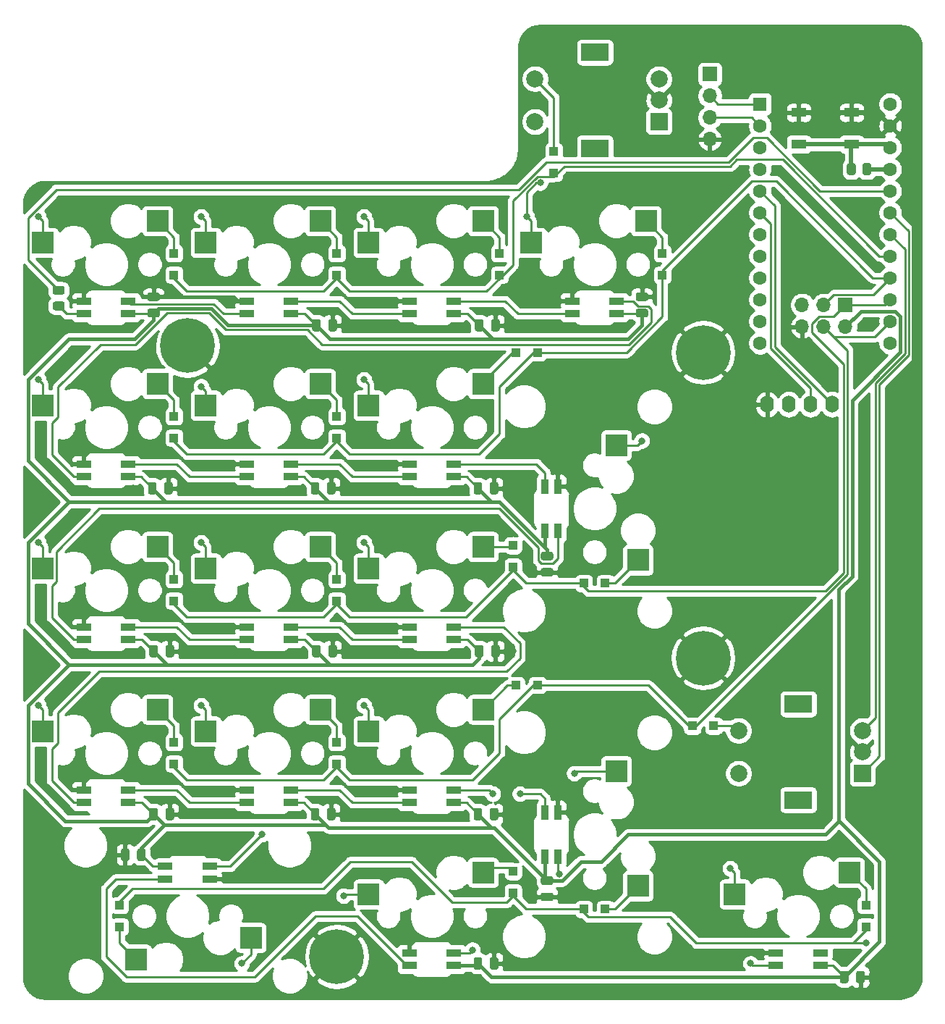
<source format=gbl>
%TF.GenerationSoftware,KiCad,Pcbnew,(5.1.10)-1*%
%TF.CreationDate,2022-01-15T20:36:39-05:00*%
%TF.ProjectId,numpad,6e756d70-6164-42e6-9b69-6361645f7063,rev?*%
%TF.SameCoordinates,Original*%
%TF.FileFunction,Copper,L2,Bot*%
%TF.FilePolarity,Positive*%
%FSLAX46Y46*%
G04 Gerber Fmt 4.6, Leading zero omitted, Abs format (unit mm)*
G04 Created by KiCad (PCBNEW (5.1.10)-1) date 2022-01-15 20:36:39*
%MOMM*%
%LPD*%
G01*
G04 APERTURE LIST*
%TA.AperFunction,SMDPad,CuDef*%
%ADD10R,1.000000X1.000000*%
%TD*%
%TA.AperFunction,SMDPad,CuDef*%
%ADD11R,2.550000X2.500000*%
%TD*%
%TA.AperFunction,SMDPad,CuDef*%
%ADD12R,1.800000X0.900000*%
%TD*%
%TA.AperFunction,SMDPad,CuDef*%
%ADD13R,2.500000X2.550000*%
%TD*%
%TA.AperFunction,SMDPad,CuDef*%
%ADD14R,0.900000X1.800000*%
%TD*%
%TA.AperFunction,ComponentPad*%
%ADD15O,1.600000X2.000000*%
%TD*%
%TA.AperFunction,ComponentPad*%
%ADD16C,6.400000*%
%TD*%
%TA.AperFunction,ComponentPad*%
%ADD17R,1.600000X1.600000*%
%TD*%
%TA.AperFunction,ComponentPad*%
%ADD18C,1.600000*%
%TD*%
%TA.AperFunction,ComponentPad*%
%ADD19O,1.700000X1.700000*%
%TD*%
%TA.AperFunction,ComponentPad*%
%ADD20R,1.700000X1.700000*%
%TD*%
%TA.AperFunction,ComponentPad*%
%ADD21C,2.000000*%
%TD*%
%TA.AperFunction,ComponentPad*%
%ADD22R,3.200000X2.000000*%
%TD*%
%TA.AperFunction,ComponentPad*%
%ADD23R,2.000000X2.000000*%
%TD*%
%TA.AperFunction,SMDPad,CuDef*%
%ADD24R,1.800000X1.100000*%
%TD*%
%TA.AperFunction,ViaPad*%
%ADD25C,0.800000*%
%TD*%
%TA.AperFunction,Conductor*%
%ADD26C,0.250000*%
%TD*%
%TA.AperFunction,Conductor*%
%ADD27C,0.508000*%
%TD*%
%TA.AperFunction,Conductor*%
%ADD28C,0.381000*%
%TD*%
%TA.AperFunction,Conductor*%
%ADD29C,0.254000*%
%TD*%
%TA.AperFunction,Conductor*%
%ADD30C,0.100000*%
%TD*%
G04 APERTURE END LIST*
D10*
%TO.P,RD2,2*%
%TO.N,Net-(RD2-Pad2)*%
X159990000Y-142866000D03*
%TO.P,RD2,1*%
%TO.N,MOSI*%
X157490000Y-142866000D03*
%TD*%
%TO.P,RD1,2*%
%TO.N,Net-(RD1-Pad2)*%
X141278600Y-75738900D03*
%TO.P,RD1,1*%
%TO.N,ROW0*%
X141278600Y-78238900D03*
%TD*%
%TO.P,D18,2*%
%TO.N,Net-(D18-Pad2)*%
X177788800Y-163839600D03*
%TO.P,D18,1*%
%TO.N,ROW4*%
X177788800Y-166339600D03*
%TD*%
%TO.P,D17,2*%
%TO.N,Net-(D17-Pad2)*%
X147290800Y-164295900D03*
%TO.P,D17,1*%
%TO.N,ROW4*%
X144790800Y-164295900D03*
%TD*%
%TO.P,D16,2*%
%TO.N,Net-(D16-Pad2)*%
X136516400Y-159871100D03*
%TO.P,D16,1*%
%TO.N,ROW4*%
X136516400Y-162371100D03*
%TD*%
%TO.P,D15,2*%
%TO.N,Net-(D15-Pad2)*%
X90481800Y-166339600D03*
%TO.P,D15,1*%
%TO.N,ROW4*%
X90481800Y-163839600D03*
%TD*%
%TO.P,D14,2*%
%TO.N,Net-(D14-Pad2)*%
X136853800Y-138103800D03*
%TO.P,D14,1*%
%TO.N,MOSI*%
X139353800Y-138103800D03*
%TD*%
%TO.P,D13,2*%
%TO.N,Net-(D13-Pad2)*%
X115880200Y-144790800D03*
%TO.P,D13,1*%
%TO.N,MOSI*%
X115880200Y-147290800D03*
%TD*%
%TO.P,D12,2*%
%TO.N,Net-(D12-Pad2)*%
X96831400Y-144790800D03*
%TO.P,D12,1*%
%TO.N,MOSI*%
X96831400Y-147290800D03*
%TD*%
%TO.P,D11,2*%
%TO.N,Net-(D11-Pad2)*%
X147290800Y-126198300D03*
%TO.P,D11,1*%
%TO.N,MISO*%
X144790800Y-126198300D03*
%TD*%
%TO.P,D10,2*%
%TO.N,Net-(D10-Pad2)*%
X136516400Y-121773500D03*
%TO.P,D10,1*%
%TO.N,MISO*%
X136516400Y-124273500D03*
%TD*%
%TO.P,D9,2*%
%TO.N,Net-(D9-Pad2)*%
X115880200Y-125742000D03*
%TO.P,D9,1*%
%TO.N,MISO*%
X115880200Y-128242000D03*
%TD*%
%TO.P,D8,2*%
%TO.N,Net-(D8-Pad2)*%
X96831400Y-125742000D03*
%TO.P,D8,1*%
%TO.N,MISO*%
X96831400Y-128242000D03*
%TD*%
%TO.P,D7,2*%
%TO.N,Net-(D7-Pad2)*%
X153977800Y-87644400D03*
%TO.P,D7,1*%
%TO.N,ROW1*%
X153977800Y-90144400D03*
%TD*%
%TO.P,D6,2*%
%TO.N,Net-(D6-Pad2)*%
X136853800Y-99212500D03*
%TO.P,D6,1*%
%TO.N,ROW1*%
X139353800Y-99212500D03*
%TD*%
%TO.P,D5,2*%
%TO.N,Net-(D5-Pad2)*%
X115880200Y-106693200D03*
%TO.P,D5,1*%
%TO.N,ROW1*%
X115880200Y-109193200D03*
%TD*%
%TO.P,D4,2*%
%TO.N,Net-(D4-Pad2)*%
X96831400Y-106693200D03*
%TO.P,D4,1*%
%TO.N,ROW1*%
X96831400Y-109193200D03*
%TD*%
%TO.P,D3,2*%
%TO.N,Net-(D3-Pad2)*%
X134929000Y-87644400D03*
%TO.P,D3,1*%
%TO.N,ROW0*%
X134929000Y-90144400D03*
%TD*%
%TO.P,D2,2*%
%TO.N,Net-(D2-Pad2)*%
X115880200Y-87644400D03*
%TO.P,D2,1*%
%TO.N,ROW0*%
X115880200Y-90144400D03*
%TD*%
%TO.P,D1,2*%
%TO.N,Net-(D1-Pad2)*%
X96831400Y-87644400D03*
%TO.P,D1,1*%
%TO.N,ROW0*%
X96831400Y-90144400D03*
%TD*%
D11*
%TO.P,MX7,1*%
%TO.N,COL3*%
X138630800Y-86354400D03*
%TO.P,MX7,2*%
%TO.N,Net-(D7-Pad2)*%
X152055800Y-83814400D03*
D12*
%TO.P,MX7,3*%
%TO.N,GND*%
X143440800Y-93194400D03*
%TO.P,MX7,4*%
%TO.N,DOUT0*%
X143440800Y-94694400D03*
%TO.P,MX7,5*%
%TO.N,DOUT1*%
X148640800Y-93194400D03*
%TO.P,MX7,6*%
%TO.N,+5V*%
X148640800Y-94694400D03*
%TD*%
D11*
%TO.P,MX18,1*%
%TO.N,COL3*%
X162441800Y-162549600D03*
%TO.P,MX18,2*%
%TO.N,Net-(D18-Pad2)*%
X175866800Y-160009600D03*
D12*
%TO.P,MX18,3*%
%TO.N,GND*%
X167251800Y-169389600D03*
%TO.P,MX18,4*%
%TO.N,Net-(MX17-Pad5)*%
X167251800Y-170889600D03*
%TO.P,MX18,5*%
%TO.N,N/C*%
X172451800Y-169389600D03*
%TO.P,MX18,6*%
%TO.N,+5V*%
X172451800Y-170889600D03*
%TD*%
D13*
%TO.P,MX11,1*%
%TO.N,COL3*%
X148580800Y-110057600D03*
%TO.P,MX11,2*%
%TO.N,Net-(D11-Pad2)*%
X151120800Y-123482600D03*
D14*
%TO.P,MX11,3*%
%TO.N,GND*%
X141740800Y-114867600D03*
%TO.P,MX11,4*%
%TO.N,DOUT2*%
X140240800Y-114867600D03*
%TO.P,MX11,5*%
%TO.N,DOUT3*%
X141740800Y-120067600D03*
%TO.P,MX11,6*%
%TO.N,+5V*%
X140240800Y-120067600D03*
%TD*%
D15*
%TO.P,OLED1,2*%
%TO.N,+5V*%
X168771800Y-105280200D03*
%TO.P,OLED1,1*%
%TO.N,GND*%
X166231800Y-105280200D03*
%TO.P,OLED1,3*%
%TO.N,SCL*%
X171311800Y-105280200D03*
%TO.P,OLED1,4*%
%TO.N,SDA*%
X173851800Y-105280200D03*
%TD*%
D13*
%TO.P,MX17,1*%
%TO.N,COL2*%
X148580800Y-148155200D03*
%TO.P,MX17,2*%
%TO.N,Net-(D17-Pad2)*%
X151120800Y-161580200D03*
D14*
%TO.P,MX17,3*%
%TO.N,GND*%
X141740800Y-152965200D03*
%TO.P,MX17,4*%
%TO.N,Net-(MX16-Pad5)*%
X140240800Y-152965200D03*
%TO.P,MX17,5*%
%TO.N,Net-(MX17-Pad5)*%
X141740800Y-158165200D03*
%TO.P,MX17,6*%
%TO.N,+5V*%
X140240800Y-158165200D03*
%TD*%
D11*
%TO.P,MX15,1*%
%TO.N,COL0*%
X105828800Y-167629600D03*
%TO.P,MX15,2*%
%TO.N,Net-(D15-Pad2)*%
X92403800Y-170169600D03*
D12*
%TO.P,MX15,3*%
%TO.N,GND*%
X101018800Y-160789600D03*
%TO.P,MX15,4*%
%TO.N,DOUT5*%
X101018800Y-159289600D03*
%TO.P,MX15,5*%
%TO.N,Net-(MX15-Pad5)*%
X95818800Y-160789600D03*
%TO.P,MX15,6*%
%TO.N,+5V*%
X95818800Y-159289600D03*
%TD*%
D16*
%TO.P,H4,1*%
%TO.N,GND*%
X98418800Y-98418800D03*
%TD*%
%TO.P,H3,1*%
%TO.N,GND*%
X158750000Y-99212500D03*
%TD*%
%TO.P,H2,1*%
%TO.N,GND*%
X158750000Y-134929000D03*
%TD*%
%TO.P,H1,1*%
%TO.N,GND*%
X115880200Y-169851800D03*
%TD*%
D17*
%TO.P,U1,1*%
%TO.N,TX*%
X165406600Y-70162200D03*
D18*
%TO.P,U1,2*%
%TO.N,RX*%
X165406600Y-72702200D03*
%TO.P,U1,3*%
%TO.N,GND*%
X165406600Y-75242200D03*
%TO.P,U1,4*%
X165406600Y-77782200D03*
%TO.P,U1,5*%
%TO.N,SDA*%
X165406600Y-80322200D03*
%TO.P,U1,6*%
%TO.N,SCL*%
X165406600Y-82862200D03*
%TO.P,U1,7*%
%TO.N,ENC_A1*%
X165406600Y-85402200D03*
%TO.P,U1,8*%
%TO.N,COL3*%
X165406600Y-87942200D03*
%TO.P,U1,9*%
%TO.N,ENC_B1*%
X165406600Y-90482200D03*
%TO.P,U1,10*%
%TO.N,COL0*%
X165406600Y-93022200D03*
%TO.P,U1,11*%
%TO.N,COL1*%
X165406600Y-95562200D03*
%TO.P,U1,12*%
%TO.N,COL2*%
X165406600Y-98102200D03*
%TO.P,U1,13*%
%TO.N,ROW4*%
X180646600Y-98102200D03*
%TO.P,U1,14*%
%TO.N,MOSI*%
X180646600Y-95562200D03*
%TO.P,U1,15*%
%TO.N,MISO*%
X180646600Y-93022200D03*
%TO.P,U1,16*%
%TO.N,ROW1*%
X180646600Y-90482200D03*
%TO.P,U1,17*%
%TO.N,ROW0*%
X180646600Y-87942200D03*
%TO.P,U1,18*%
%TO.N,ENC_B2*%
X180646600Y-85402200D03*
%TO.P,U1,19*%
%TO.N,ENC_A2*%
X180646600Y-82862200D03*
%TO.P,U1,20*%
%TO.N,BKL_DATA_IN*%
X180646600Y-80322200D03*
%TO.P,U1,21*%
%TO.N,+5V*%
X180646600Y-77782200D03*
%TO.P,U1,22*%
%TO.N,RST*%
X180646600Y-75242200D03*
%TO.P,U1,23*%
%TO.N,GND*%
X180646600Y-72702200D03*
%TO.P,U1,24*%
%TO.N,N/C*%
X180646600Y-70162200D03*
%TD*%
D11*
%TO.P,MX16,1*%
%TO.N,COL1*%
X119582000Y-162549600D03*
%TO.P,MX16,2*%
%TO.N,Net-(D16-Pad2)*%
X133007000Y-160009600D03*
D12*
%TO.P,MX16,3*%
%TO.N,GND*%
X124392000Y-169389600D03*
%TO.P,MX16,4*%
%TO.N,Net-(MX15-Pad5)*%
X124392000Y-170889600D03*
%TO.P,MX16,5*%
%TO.N,Net-(MX16-Pad5)*%
X129592000Y-169389600D03*
%TO.P,MX16,6*%
%TO.N,+5V*%
X129592000Y-170889600D03*
%TD*%
D11*
%TO.P,MX10,1*%
%TO.N,COL2*%
X119582000Y-124452000D03*
%TO.P,MX10,2*%
%TO.N,Net-(D10-Pad2)*%
X133007000Y-121912000D03*
D12*
%TO.P,MX10,3*%
%TO.N,GND*%
X124392000Y-131292000D03*
%TO.P,MX10,4*%
%TO.N,Net-(MX10-Pad4)*%
X124392000Y-132792000D03*
%TO.P,MX10,5*%
%TO.N,DOUT4*%
X129592000Y-131292000D03*
%TO.P,MX10,6*%
%TO.N,+5V*%
X129592000Y-132792000D03*
%TD*%
D11*
%TO.P,MX9,1*%
%TO.N,COL1*%
X100533200Y-124452000D03*
%TO.P,MX9,2*%
%TO.N,Net-(D9-Pad2)*%
X113958200Y-121912000D03*
D12*
%TO.P,MX9,3*%
%TO.N,GND*%
X105343200Y-131292000D03*
%TO.P,MX9,4*%
%TO.N,Net-(MX8-Pad5)*%
X105343200Y-132792000D03*
%TO.P,MX9,5*%
%TO.N,Net-(MX10-Pad4)*%
X110543200Y-131292000D03*
%TO.P,MX9,6*%
%TO.N,+5V*%
X110543200Y-132792000D03*
%TD*%
D11*
%TO.P,MX8,1*%
%TO.N,COL0*%
X81484400Y-124452000D03*
%TO.P,MX8,2*%
%TO.N,Net-(D8-Pad2)*%
X94909400Y-121912000D03*
D12*
%TO.P,MX8,3*%
%TO.N,GND*%
X86294400Y-131292000D03*
%TO.P,MX8,4*%
%TO.N,DOUT3*%
X86294400Y-132792000D03*
%TO.P,MX8,5*%
%TO.N,Net-(MX8-Pad5)*%
X91494400Y-131292000D03*
%TO.P,MX8,6*%
%TO.N,+5V*%
X91494400Y-132792000D03*
%TD*%
D11*
%TO.P,MX3,1*%
%TO.N,COL2*%
X119582000Y-86354400D03*
%TO.P,MX3,2*%
%TO.N,Net-(D3-Pad2)*%
X133007000Y-83814400D03*
D12*
%TO.P,MX3,3*%
%TO.N,GND*%
X124392000Y-93194400D03*
%TO.P,MX3,4*%
%TO.N,Net-(MX2-Pad5)*%
X124392000Y-94694400D03*
%TO.P,MX3,5*%
%TO.N,DOUT0*%
X129592000Y-93194400D03*
%TO.P,MX3,6*%
%TO.N,+5V*%
X129592000Y-94694400D03*
%TD*%
D11*
%TO.P,MX2,1*%
%TO.N,COL1*%
X100533200Y-86354400D03*
%TO.P,MX2,2*%
%TO.N,Net-(D2-Pad2)*%
X113958200Y-83814400D03*
D12*
%TO.P,MX2,3*%
%TO.N,GND*%
X105343200Y-93194400D03*
%TO.P,MX2,4*%
%TO.N,Net-(MX1-Pad5)*%
X105343200Y-94694400D03*
%TO.P,MX2,5*%
%TO.N,Net-(MX2-Pad5)*%
X110543200Y-93194400D03*
%TO.P,MX2,6*%
%TO.N,+5V*%
X110543200Y-94694400D03*
%TD*%
D11*
%TO.P,MX1,1*%
%TO.N,COL0*%
X81484400Y-86354400D03*
%TO.P,MX1,2*%
%TO.N,Net-(D1-Pad2)*%
X94909400Y-83814400D03*
D12*
%TO.P,MX1,3*%
%TO.N,GND*%
X86294400Y-93194400D03*
%TO.P,MX1,4*%
%TO.N,Net-(MX1-Pad4)*%
X86294400Y-94694400D03*
%TO.P,MX1,5*%
%TO.N,Net-(MX1-Pad5)*%
X91494400Y-93194400D03*
%TO.P,MX1,6*%
%TO.N,+5V*%
X91494400Y-94694400D03*
%TD*%
%TO.P,LC11,2*%
%TO.N,GND*%
%TA.AperFunction,SMDPad,CuDef*%
G36*
G01*
X140009900Y-124423500D02*
X140959900Y-124423500D01*
G75*
G02*
X141209900Y-124673500I0J-250000D01*
G01*
X141209900Y-125173500D01*
G75*
G02*
X140959900Y-125423500I-250000J0D01*
G01*
X140009900Y-125423500D01*
G75*
G02*
X139759900Y-125173500I0J250000D01*
G01*
X139759900Y-124673500D01*
G75*
G02*
X140009900Y-124423500I250000J0D01*
G01*
G37*
%TD.AperFunction*%
%TO.P,LC11,1*%
%TO.N,+5V*%
%TA.AperFunction,SMDPad,CuDef*%
G36*
G01*
X140009900Y-122523500D02*
X140959900Y-122523500D01*
G75*
G02*
X141209900Y-122773500I0J-250000D01*
G01*
X141209900Y-123273500D01*
G75*
G02*
X140959900Y-123523500I-250000J0D01*
G01*
X140009900Y-123523500D01*
G75*
G02*
X139759900Y-123273500I0J250000D01*
G01*
X139759900Y-122773500D01*
G75*
G02*
X140009900Y-122523500I250000J0D01*
G01*
G37*
%TD.AperFunction*%
%TD*%
D11*
%TO.P,MX4,1*%
%TO.N,COL0*%
X81484400Y-105403200D03*
%TO.P,MX4,2*%
%TO.N,Net-(D4-Pad2)*%
X94909400Y-102863200D03*
D12*
%TO.P,MX4,3*%
%TO.N,GND*%
X86294400Y-112243200D03*
%TO.P,MX4,4*%
%TO.N,DOUT1*%
X86294400Y-113743200D03*
%TO.P,MX4,5*%
%TO.N,Net-(MX4-Pad5)*%
X91494400Y-112243200D03*
%TO.P,MX4,6*%
%TO.N,+5V*%
X91494400Y-113743200D03*
%TD*%
%TO.P,LC16,2*%
%TO.N,GND*%
%TA.AperFunction,SMDPad,CuDef*%
G36*
G01*
X133791600Y-171120500D02*
X133791600Y-170170500D01*
G75*
G02*
X134041600Y-169920500I250000J0D01*
G01*
X134541600Y-169920500D01*
G75*
G02*
X134791600Y-170170500I0J-250000D01*
G01*
X134791600Y-171120500D01*
G75*
G02*
X134541600Y-171370500I-250000J0D01*
G01*
X134041600Y-171370500D01*
G75*
G02*
X133791600Y-171120500I0J250000D01*
G01*
G37*
%TD.AperFunction*%
%TO.P,LC16,1*%
%TO.N,+5V*%
%TA.AperFunction,SMDPad,CuDef*%
G36*
G01*
X131891600Y-171120500D02*
X131891600Y-170170500D01*
G75*
G02*
X132141600Y-169920500I250000J0D01*
G01*
X132641600Y-169920500D01*
G75*
G02*
X132891600Y-170170500I0J-250000D01*
G01*
X132891600Y-171120500D01*
G75*
G02*
X132641600Y-171370500I-250000J0D01*
G01*
X132141600Y-171370500D01*
G75*
G02*
X131891600Y-171120500I0J250000D01*
G01*
G37*
%TD.AperFunction*%
%TD*%
%TO.P,LC18,2*%
%TO.N,GND*%
%TA.AperFunction,SMDPad,CuDef*%
G36*
G01*
X176651400Y-172707900D02*
X176651400Y-171757900D01*
G75*
G02*
X176901400Y-171507900I250000J0D01*
G01*
X177401400Y-171507900D01*
G75*
G02*
X177651400Y-171757900I0J-250000D01*
G01*
X177651400Y-172707900D01*
G75*
G02*
X177401400Y-172957900I-250000J0D01*
G01*
X176901400Y-172957900D01*
G75*
G02*
X176651400Y-172707900I0J250000D01*
G01*
G37*
%TD.AperFunction*%
%TO.P,LC18,1*%
%TO.N,+5V*%
%TA.AperFunction,SMDPad,CuDef*%
G36*
G01*
X174751400Y-172707900D02*
X174751400Y-171757900D01*
G75*
G02*
X175001400Y-171507900I250000J0D01*
G01*
X175501400Y-171507900D01*
G75*
G02*
X175751400Y-171757900I0J-250000D01*
G01*
X175751400Y-172707900D01*
G75*
G02*
X175501400Y-172957900I-250000J0D01*
G01*
X175001400Y-172957900D01*
G75*
G02*
X174751400Y-172707900I0J250000D01*
G01*
G37*
%TD.AperFunction*%
%TD*%
%TO.P,LC17,2*%
%TO.N,GND*%
%TA.AperFunction,SMDPad,CuDef*%
G36*
G01*
X140009900Y-162364800D02*
X140959900Y-162364800D01*
G75*
G02*
X141209900Y-162614800I0J-250000D01*
G01*
X141209900Y-163114800D01*
G75*
G02*
X140959900Y-163364800I-250000J0D01*
G01*
X140009900Y-163364800D01*
G75*
G02*
X139759900Y-163114800I0J250000D01*
G01*
X139759900Y-162614800D01*
G75*
G02*
X140009900Y-162364800I250000J0D01*
G01*
G37*
%TD.AperFunction*%
%TO.P,LC17,1*%
%TO.N,+5V*%
%TA.AperFunction,SMDPad,CuDef*%
G36*
G01*
X140009900Y-160464800D02*
X140959900Y-160464800D01*
G75*
G02*
X141209900Y-160714800I0J-250000D01*
G01*
X141209900Y-161214800D01*
G75*
G02*
X140959900Y-161464800I-250000J0D01*
G01*
X140009900Y-161464800D01*
G75*
G02*
X139759900Y-161214800I0J250000D01*
G01*
X139759900Y-160714800D01*
G75*
G02*
X140009900Y-160464800I250000J0D01*
G01*
G37*
%TD.AperFunction*%
%TD*%
%TO.P,LC10,2*%
%TO.N,GND*%
%TA.AperFunction,SMDPad,CuDef*%
G36*
G01*
X133947900Y-134610300D02*
X133947900Y-133660300D01*
G75*
G02*
X134197900Y-133410300I250000J0D01*
G01*
X134697900Y-133410300D01*
G75*
G02*
X134947900Y-133660300I0J-250000D01*
G01*
X134947900Y-134610300D01*
G75*
G02*
X134697900Y-134860300I-250000J0D01*
G01*
X134197900Y-134860300D01*
G75*
G02*
X133947900Y-134610300I0J250000D01*
G01*
G37*
%TD.AperFunction*%
%TO.P,LC10,1*%
%TO.N,+5V*%
%TA.AperFunction,SMDPad,CuDef*%
G36*
G01*
X132047900Y-134610300D02*
X132047900Y-133660300D01*
G75*
G02*
X132297900Y-133410300I250000J0D01*
G01*
X132797900Y-133410300D01*
G75*
G02*
X133047900Y-133660300I0J-250000D01*
G01*
X133047900Y-134610300D01*
G75*
G02*
X132797900Y-134860300I-250000J0D01*
G01*
X132297900Y-134860300D01*
G75*
G02*
X132047900Y-134610300I0J250000D01*
G01*
G37*
%TD.AperFunction*%
%TD*%
%TO.P,LC9,2*%
%TO.N,GND*%
%TA.AperFunction,SMDPad,CuDef*%
G36*
G01*
X114899100Y-134610300D02*
X114899100Y-133660300D01*
G75*
G02*
X115149100Y-133410300I250000J0D01*
G01*
X115649100Y-133410300D01*
G75*
G02*
X115899100Y-133660300I0J-250000D01*
G01*
X115899100Y-134610300D01*
G75*
G02*
X115649100Y-134860300I-250000J0D01*
G01*
X115149100Y-134860300D01*
G75*
G02*
X114899100Y-134610300I0J250000D01*
G01*
G37*
%TD.AperFunction*%
%TO.P,LC9,1*%
%TO.N,+5V*%
%TA.AperFunction,SMDPad,CuDef*%
G36*
G01*
X112999100Y-134610300D02*
X112999100Y-133660300D01*
G75*
G02*
X113249100Y-133410300I250000J0D01*
G01*
X113749100Y-133410300D01*
G75*
G02*
X113999100Y-133660300I0J-250000D01*
G01*
X113999100Y-134610300D01*
G75*
G02*
X113749100Y-134860300I-250000J0D01*
G01*
X113249100Y-134860300D01*
G75*
G02*
X112999100Y-134610300I0J250000D01*
G01*
G37*
%TD.AperFunction*%
%TD*%
%TO.P,LC4,2*%
%TO.N,GND*%
%TA.AperFunction,SMDPad,CuDef*%
G36*
G01*
X95694000Y-115561500D02*
X95694000Y-114611500D01*
G75*
G02*
X95944000Y-114361500I250000J0D01*
G01*
X96444000Y-114361500D01*
G75*
G02*
X96694000Y-114611500I0J-250000D01*
G01*
X96694000Y-115561500D01*
G75*
G02*
X96444000Y-115811500I-250000J0D01*
G01*
X95944000Y-115811500D01*
G75*
G02*
X95694000Y-115561500I0J250000D01*
G01*
G37*
%TD.AperFunction*%
%TO.P,LC4,1*%
%TO.N,+5V*%
%TA.AperFunction,SMDPad,CuDef*%
G36*
G01*
X93794000Y-115561500D02*
X93794000Y-114611500D01*
G75*
G02*
X94044000Y-114361500I250000J0D01*
G01*
X94544000Y-114361500D01*
G75*
G02*
X94794000Y-114611500I0J-250000D01*
G01*
X94794000Y-115561500D01*
G75*
G02*
X94544000Y-115811500I-250000J0D01*
G01*
X94044000Y-115811500D01*
G75*
G02*
X93794000Y-115561500I0J250000D01*
G01*
G37*
%TD.AperFunction*%
%TD*%
%TO.P,LC3,2*%
%TO.N,GND*%
%TA.AperFunction,SMDPad,CuDef*%
G36*
G01*
X133947900Y-96512700D02*
X133947900Y-95562700D01*
G75*
G02*
X134197900Y-95312700I250000J0D01*
G01*
X134697900Y-95312700D01*
G75*
G02*
X134947900Y-95562700I0J-250000D01*
G01*
X134947900Y-96512700D01*
G75*
G02*
X134697900Y-96762700I-250000J0D01*
G01*
X134197900Y-96762700D01*
G75*
G02*
X133947900Y-96512700I0J250000D01*
G01*
G37*
%TD.AperFunction*%
%TO.P,LC3,1*%
%TO.N,+5V*%
%TA.AperFunction,SMDPad,CuDef*%
G36*
G01*
X132047900Y-96512700D02*
X132047900Y-95562700D01*
G75*
G02*
X132297900Y-95312700I250000J0D01*
G01*
X132797900Y-95312700D01*
G75*
G02*
X133047900Y-95562700I0J-250000D01*
G01*
X133047900Y-96512700D01*
G75*
G02*
X132797900Y-96762700I-250000J0D01*
G01*
X132297900Y-96762700D01*
G75*
G02*
X132047900Y-96512700I0J250000D01*
G01*
G37*
%TD.AperFunction*%
%TD*%
%TO.P,LC2,2*%
%TO.N,GND*%
%TA.AperFunction,SMDPad,CuDef*%
G36*
G01*
X114899100Y-96512700D02*
X114899100Y-95562700D01*
G75*
G02*
X115149100Y-95312700I250000J0D01*
G01*
X115649100Y-95312700D01*
G75*
G02*
X115899100Y-95562700I0J-250000D01*
G01*
X115899100Y-96512700D01*
G75*
G02*
X115649100Y-96762700I-250000J0D01*
G01*
X115149100Y-96762700D01*
G75*
G02*
X114899100Y-96512700I0J250000D01*
G01*
G37*
%TD.AperFunction*%
%TO.P,LC2,1*%
%TO.N,+5V*%
%TA.AperFunction,SMDPad,CuDef*%
G36*
G01*
X112999100Y-96512700D02*
X112999100Y-95562700D01*
G75*
G02*
X113249100Y-95312700I250000J0D01*
G01*
X113749100Y-95312700D01*
G75*
G02*
X113999100Y-95562700I0J-250000D01*
G01*
X113999100Y-96512700D01*
G75*
G02*
X113749100Y-96762700I-250000J0D01*
G01*
X113249100Y-96762700D01*
G75*
G02*
X112999100Y-96512700I0J250000D01*
G01*
G37*
%TD.AperFunction*%
%TD*%
D11*
%TO.P,MX14,1*%
%TO.N,COL2*%
X119582000Y-143500800D03*
%TO.P,MX14,2*%
%TO.N,Net-(D14-Pad2)*%
X133007000Y-140960800D03*
D12*
%TO.P,MX14,3*%
%TO.N,GND*%
X124392000Y-150340800D03*
%TO.P,MX14,4*%
%TO.N,Net-(MX13-Pad5)*%
X124392000Y-151840800D03*
%TO.P,MX14,5*%
%TO.N,DOUT5*%
X129592000Y-150340800D03*
%TO.P,MX14,6*%
%TO.N,+5V*%
X129592000Y-151840800D03*
%TD*%
D11*
%TO.P,MX13,1*%
%TO.N,COL1*%
X100533200Y-143500800D03*
%TO.P,MX13,2*%
%TO.N,Net-(D13-Pad2)*%
X113958200Y-140960800D03*
D12*
%TO.P,MX13,3*%
%TO.N,GND*%
X105343200Y-150340800D03*
%TO.P,MX13,4*%
%TO.N,Net-(MX12-Pad5)*%
X105343200Y-151840800D03*
%TO.P,MX13,5*%
%TO.N,Net-(MX13-Pad5)*%
X110543200Y-150340800D03*
%TO.P,MX13,6*%
%TO.N,+5V*%
X110543200Y-151840800D03*
%TD*%
D11*
%TO.P,MX12,1*%
%TO.N,COL0*%
X81484400Y-143500800D03*
%TO.P,MX12,2*%
%TO.N,Net-(D12-Pad2)*%
X94909400Y-140960800D03*
D12*
%TO.P,MX12,3*%
%TO.N,GND*%
X86294400Y-150340800D03*
%TO.P,MX12,4*%
%TO.N,DOUT4*%
X86294400Y-151840800D03*
%TO.P,MX12,5*%
%TO.N,Net-(MX12-Pad5)*%
X91494400Y-150340800D03*
%TO.P,MX12,6*%
%TO.N,+5V*%
X91494400Y-151840800D03*
%TD*%
D11*
%TO.P,MX6,1*%
%TO.N,COL2*%
X119582000Y-105403200D03*
%TO.P,MX6,2*%
%TO.N,Net-(D6-Pad2)*%
X133007000Y-102863200D03*
D12*
%TO.P,MX6,3*%
%TO.N,GND*%
X124392000Y-112243200D03*
%TO.P,MX6,4*%
%TO.N,Net-(MX5-Pad5)*%
X124392000Y-113743200D03*
%TO.P,MX6,5*%
%TO.N,DOUT2*%
X129592000Y-112243200D03*
%TO.P,MX6,6*%
%TO.N,+5V*%
X129592000Y-113743200D03*
%TD*%
D11*
%TO.P,MX5,1*%
%TO.N,COL1*%
X100533200Y-105403200D03*
%TO.P,MX5,2*%
%TO.N,Net-(D5-Pad2)*%
X113958200Y-102863200D03*
D12*
%TO.P,MX5,3*%
%TO.N,GND*%
X105343200Y-112243200D03*
%TO.P,MX5,4*%
%TO.N,Net-(MX4-Pad5)*%
X105343200Y-113743200D03*
%TO.P,MX5,5*%
%TO.N,Net-(MX5-Pad5)*%
X110543200Y-112243200D03*
%TO.P,MX5,6*%
%TO.N,+5V*%
X110543200Y-113743200D03*
%TD*%
D19*
%TO.P,J2,4*%
%TO.N,GND*%
X159533700Y-74290800D03*
%TO.P,J2,3*%
%TO.N,RX*%
X159533700Y-71750800D03*
%TO.P,J2,2*%
%TO.N,TX*%
X159533700Y-69210800D03*
D20*
%TO.P,J2,1*%
%TO.N,+5V*%
X159533700Y-66670800D03*
%TD*%
D19*
%TO.P,J1,6*%
%TO.N,GND*%
X170327700Y-96196600D03*
%TO.P,J1,5*%
%TO.N,RST*%
X170327700Y-93656600D03*
%TO.P,J1,4*%
%TO.N,MOSI*%
X172867700Y-96196600D03*
%TO.P,J1,3*%
%TO.N,ROW1*%
X172867700Y-93656600D03*
%TO.P,J1,2*%
%TO.N,+5V*%
X175407700Y-96196600D03*
D20*
%TO.P,J1,1*%
%TO.N,MISO*%
X175407700Y-93656600D03*
%TD*%
D21*
%TO.P,ROT2,S1*%
%TO.N,Net-(RD2-Pad2)*%
X162891950Y-143421900D03*
%TO.P,ROT2,S2*%
%TO.N,COL3*%
X162891950Y-148421900D03*
D22*
%TO.P,ROT2,MP*%
%TO.N,N/C*%
X169891950Y-140321900D03*
X169891950Y-151521900D03*
D21*
%TO.P,ROT2,B*%
%TO.N,ENC_B2*%
X177391950Y-143421900D03*
%TO.P,ROT2,C*%
%TO.N,GND*%
X177391950Y-145921900D03*
D23*
%TO.P,ROT2,A*%
%TO.N,ENC_A2*%
X177391950Y-148421900D03*
%TD*%
D21*
%TO.P,ROT1,S1*%
%TO.N,Net-(RD1-Pad2)*%
X139080950Y-67226700D03*
%TO.P,ROT1,S2*%
%TO.N,COL3*%
X139080950Y-72226700D03*
D22*
%TO.P,ROT1,MP*%
%TO.N,N/C*%
X146080950Y-64126700D03*
X146080950Y-75326700D03*
D21*
%TO.P,ROT1,B*%
%TO.N,ENC_B1*%
X153580950Y-67226700D03*
%TO.P,ROT1,C*%
%TO.N,GND*%
X153580950Y-69726700D03*
D23*
%TO.P,ROT1,A*%
%TO.N,ENC_A1*%
X153580950Y-72226700D03*
%TD*%
%TO.P,R1,2*%
%TO.N,BKL_DATA_IN*%
%TA.AperFunction,SMDPad,CuDef*%
G36*
G01*
X83788502Y-92462900D02*
X82888498Y-92462900D01*
G75*
G02*
X82638500Y-92212902I0J249998D01*
G01*
X82638500Y-91687898D01*
G75*
G02*
X82888498Y-91437900I249998J0D01*
G01*
X83788502Y-91437900D01*
G75*
G02*
X84038500Y-91687898I0J-249998D01*
G01*
X84038500Y-92212902D01*
G75*
G02*
X83788502Y-92462900I-249998J0D01*
G01*
G37*
%TD.AperFunction*%
%TO.P,R1,1*%
%TO.N,Net-(MX1-Pad4)*%
%TA.AperFunction,SMDPad,CuDef*%
G36*
G01*
X83788502Y-94287900D02*
X82888498Y-94287900D01*
G75*
G02*
X82638500Y-94037902I0J249998D01*
G01*
X82638500Y-93512898D01*
G75*
G02*
X82888498Y-93262900I249998J0D01*
G01*
X83788502Y-93262900D01*
G75*
G02*
X84038500Y-93512898I0J-249998D01*
G01*
X84038500Y-94037902D01*
G75*
G02*
X83788502Y-94287900I-249998J0D01*
G01*
G37*
%TD.AperFunction*%
%TD*%
%TO.P,LC15,2*%
%TO.N,GND*%
%TA.AperFunction,SMDPad,CuDef*%
G36*
G01*
X91619200Y-157471300D02*
X91619200Y-158421300D01*
G75*
G02*
X91369200Y-158671300I-250000J0D01*
G01*
X90869200Y-158671300D01*
G75*
G02*
X90619200Y-158421300I0J250000D01*
G01*
X90619200Y-157471300D01*
G75*
G02*
X90869200Y-157221300I250000J0D01*
G01*
X91369200Y-157221300D01*
G75*
G02*
X91619200Y-157471300I0J-250000D01*
G01*
G37*
%TD.AperFunction*%
%TO.P,LC15,1*%
%TO.N,+5V*%
%TA.AperFunction,SMDPad,CuDef*%
G36*
G01*
X93519200Y-157471300D02*
X93519200Y-158421300D01*
G75*
G02*
X93269200Y-158671300I-250000J0D01*
G01*
X92769200Y-158671300D01*
G75*
G02*
X92519200Y-158421300I0J250000D01*
G01*
X92519200Y-157471300D01*
G75*
G02*
X92769200Y-157221300I250000J0D01*
G01*
X93269200Y-157221300D01*
G75*
G02*
X93519200Y-157471300I0J-250000D01*
G01*
G37*
%TD.AperFunction*%
%TD*%
%TO.P,LC14,2*%
%TO.N,GND*%
%TA.AperFunction,SMDPad,CuDef*%
G36*
G01*
X133791600Y-153659100D02*
X133791600Y-152709100D01*
G75*
G02*
X134041600Y-152459100I250000J0D01*
G01*
X134541600Y-152459100D01*
G75*
G02*
X134791600Y-152709100I0J-250000D01*
G01*
X134791600Y-153659100D01*
G75*
G02*
X134541600Y-153909100I-250000J0D01*
G01*
X134041600Y-153909100D01*
G75*
G02*
X133791600Y-153659100I0J250000D01*
G01*
G37*
%TD.AperFunction*%
%TO.P,LC14,1*%
%TO.N,+5V*%
%TA.AperFunction,SMDPad,CuDef*%
G36*
G01*
X131891600Y-153659100D02*
X131891600Y-152709100D01*
G75*
G02*
X132141600Y-152459100I250000J0D01*
G01*
X132641600Y-152459100D01*
G75*
G02*
X132891600Y-152709100I0J-250000D01*
G01*
X132891600Y-153659100D01*
G75*
G02*
X132641600Y-153909100I-250000J0D01*
G01*
X132141600Y-153909100D01*
G75*
G02*
X131891600Y-153659100I0J250000D01*
G01*
G37*
%TD.AperFunction*%
%TD*%
%TO.P,LC13,2*%
%TO.N,GND*%
%TA.AperFunction,SMDPad,CuDef*%
G36*
G01*
X114742800Y-153659100D02*
X114742800Y-152709100D01*
G75*
G02*
X114992800Y-152459100I250000J0D01*
G01*
X115492800Y-152459100D01*
G75*
G02*
X115742800Y-152709100I0J-250000D01*
G01*
X115742800Y-153659100D01*
G75*
G02*
X115492800Y-153909100I-250000J0D01*
G01*
X114992800Y-153909100D01*
G75*
G02*
X114742800Y-153659100I0J250000D01*
G01*
G37*
%TD.AperFunction*%
%TO.P,LC13,1*%
%TO.N,+5V*%
%TA.AperFunction,SMDPad,CuDef*%
G36*
G01*
X112842800Y-153659100D02*
X112842800Y-152709100D01*
G75*
G02*
X113092800Y-152459100I250000J0D01*
G01*
X113592800Y-152459100D01*
G75*
G02*
X113842800Y-152709100I0J-250000D01*
G01*
X113842800Y-153659100D01*
G75*
G02*
X113592800Y-153909100I-250000J0D01*
G01*
X113092800Y-153909100D01*
G75*
G02*
X112842800Y-153659100I0J250000D01*
G01*
G37*
%TD.AperFunction*%
%TD*%
%TO.P,LC12,2*%
%TO.N,GND*%
%TA.AperFunction,SMDPad,CuDef*%
G36*
G01*
X95850300Y-153659100D02*
X95850300Y-152709100D01*
G75*
G02*
X96100300Y-152459100I250000J0D01*
G01*
X96600300Y-152459100D01*
G75*
G02*
X96850300Y-152709100I0J-250000D01*
G01*
X96850300Y-153659100D01*
G75*
G02*
X96600300Y-153909100I-250000J0D01*
G01*
X96100300Y-153909100D01*
G75*
G02*
X95850300Y-153659100I0J250000D01*
G01*
G37*
%TD.AperFunction*%
%TO.P,LC12,1*%
%TO.N,+5V*%
%TA.AperFunction,SMDPad,CuDef*%
G36*
G01*
X93950300Y-153659100D02*
X93950300Y-152709100D01*
G75*
G02*
X94200300Y-152459100I250000J0D01*
G01*
X94700300Y-152459100D01*
G75*
G02*
X94950300Y-152709100I0J-250000D01*
G01*
X94950300Y-153659100D01*
G75*
G02*
X94700300Y-153909100I-250000J0D01*
G01*
X94200300Y-153909100D01*
G75*
G02*
X93950300Y-153659100I0J250000D01*
G01*
G37*
%TD.AperFunction*%
%TD*%
%TO.P,LC8,2*%
%TO.N,GND*%
%TA.AperFunction,SMDPad,CuDef*%
G36*
G01*
X95850300Y-134610300D02*
X95850300Y-133660300D01*
G75*
G02*
X96100300Y-133410300I250000J0D01*
G01*
X96600300Y-133410300D01*
G75*
G02*
X96850300Y-133660300I0J-250000D01*
G01*
X96850300Y-134610300D01*
G75*
G02*
X96600300Y-134860300I-250000J0D01*
G01*
X96100300Y-134860300D01*
G75*
G02*
X95850300Y-134610300I0J250000D01*
G01*
G37*
%TD.AperFunction*%
%TO.P,LC8,1*%
%TO.N,+5V*%
%TA.AperFunction,SMDPad,CuDef*%
G36*
G01*
X93950300Y-134610300D02*
X93950300Y-133660300D01*
G75*
G02*
X94200300Y-133410300I250000J0D01*
G01*
X94700300Y-133410300D01*
G75*
G02*
X94950300Y-133660300I0J-250000D01*
G01*
X94950300Y-134610300D01*
G75*
G02*
X94700300Y-134860300I-250000J0D01*
G01*
X94200300Y-134860300D01*
G75*
G02*
X93950300Y-134610300I0J250000D01*
G01*
G37*
%TD.AperFunction*%
%TD*%
%TO.P,LC7,2*%
%TO.N,GND*%
%TA.AperFunction,SMDPad,CuDef*%
G36*
G01*
X152071700Y-93206600D02*
X151121700Y-93206600D01*
G75*
G02*
X150871700Y-92956600I0J250000D01*
G01*
X150871700Y-92456600D01*
G75*
G02*
X151121700Y-92206600I250000J0D01*
G01*
X152071700Y-92206600D01*
G75*
G02*
X152321700Y-92456600I0J-250000D01*
G01*
X152321700Y-92956600D01*
G75*
G02*
X152071700Y-93206600I-250000J0D01*
G01*
G37*
%TD.AperFunction*%
%TO.P,LC7,1*%
%TO.N,+5V*%
%TA.AperFunction,SMDPad,CuDef*%
G36*
G01*
X152071700Y-95106600D02*
X151121700Y-95106600D01*
G75*
G02*
X150871700Y-94856600I0J250000D01*
G01*
X150871700Y-94356600D01*
G75*
G02*
X151121700Y-94106600I250000J0D01*
G01*
X152071700Y-94106600D01*
G75*
G02*
X152321700Y-94356600I0J-250000D01*
G01*
X152321700Y-94856600D01*
G75*
G02*
X152071700Y-95106600I-250000J0D01*
G01*
G37*
%TD.AperFunction*%
%TD*%
%TO.P,LC6,2*%
%TO.N,GND*%
%TA.AperFunction,SMDPad,CuDef*%
G36*
G01*
X133791600Y-115561500D02*
X133791600Y-114611500D01*
G75*
G02*
X134041600Y-114361500I250000J0D01*
G01*
X134541600Y-114361500D01*
G75*
G02*
X134791600Y-114611500I0J-250000D01*
G01*
X134791600Y-115561500D01*
G75*
G02*
X134541600Y-115811500I-250000J0D01*
G01*
X134041600Y-115811500D01*
G75*
G02*
X133791600Y-115561500I0J250000D01*
G01*
G37*
%TD.AperFunction*%
%TO.P,LC6,1*%
%TO.N,+5V*%
%TA.AperFunction,SMDPad,CuDef*%
G36*
G01*
X131891600Y-115561500D02*
X131891600Y-114611500D01*
G75*
G02*
X132141600Y-114361500I250000J0D01*
G01*
X132641600Y-114361500D01*
G75*
G02*
X132891600Y-114611500I0J-250000D01*
G01*
X132891600Y-115561500D01*
G75*
G02*
X132641600Y-115811500I-250000J0D01*
G01*
X132141600Y-115811500D01*
G75*
G02*
X131891600Y-115561500I0J250000D01*
G01*
G37*
%TD.AperFunction*%
%TD*%
%TO.P,LC5,2*%
%TO.N,GND*%
%TA.AperFunction,SMDPad,CuDef*%
G36*
G01*
X114742800Y-115561500D02*
X114742800Y-114611500D01*
G75*
G02*
X114992800Y-114361500I250000J0D01*
G01*
X115492800Y-114361500D01*
G75*
G02*
X115742800Y-114611500I0J-250000D01*
G01*
X115742800Y-115561500D01*
G75*
G02*
X115492800Y-115811500I-250000J0D01*
G01*
X114992800Y-115811500D01*
G75*
G02*
X114742800Y-115561500I0J250000D01*
G01*
G37*
%TD.AperFunction*%
%TO.P,LC5,1*%
%TO.N,+5V*%
%TA.AperFunction,SMDPad,CuDef*%
G36*
G01*
X112842800Y-115561500D02*
X112842800Y-114611500D01*
G75*
G02*
X113092800Y-114361500I250000J0D01*
G01*
X113592800Y-114361500D01*
G75*
G02*
X113842800Y-114611500I0J-250000D01*
G01*
X113842800Y-115561500D01*
G75*
G02*
X113592800Y-115811500I-250000J0D01*
G01*
X113092800Y-115811500D01*
G75*
G02*
X112842800Y-115561500I0J250000D01*
G01*
G37*
%TD.AperFunction*%
%TD*%
%TO.P,LC1,2*%
%TO.N,GND*%
%TA.AperFunction,SMDPad,CuDef*%
G36*
G01*
X94925300Y-93206600D02*
X93975300Y-93206600D01*
G75*
G02*
X93725300Y-92956600I0J250000D01*
G01*
X93725300Y-92456600D01*
G75*
G02*
X93975300Y-92206600I250000J0D01*
G01*
X94925300Y-92206600D01*
G75*
G02*
X95175300Y-92456600I0J-250000D01*
G01*
X95175300Y-92956600D01*
G75*
G02*
X94925300Y-93206600I-250000J0D01*
G01*
G37*
%TD.AperFunction*%
%TO.P,LC1,1*%
%TO.N,+5V*%
%TA.AperFunction,SMDPad,CuDef*%
G36*
G01*
X94925300Y-95106600D02*
X93975300Y-95106600D01*
G75*
G02*
X93725300Y-94856600I0J250000D01*
G01*
X93725300Y-94356600D01*
G75*
G02*
X93975300Y-94106600I250000J0D01*
G01*
X94925300Y-94106600D01*
G75*
G02*
X95175300Y-94356600I0J-250000D01*
G01*
X95175300Y-94856600D01*
G75*
G02*
X94925300Y-95106600I-250000J0D01*
G01*
G37*
%TD.AperFunction*%
%TD*%
D24*
%TO.P,SW1,1*%
%TO.N,RST*%
X176126600Y-74870400D03*
%TO.P,SW1,2*%
%TO.N,GND*%
X169926600Y-71170400D03*
X176126600Y-71170400D03*
%TO.P,SW1,1*%
%TO.N,RST*%
X169926600Y-74870400D03*
%TD*%
%TO.P,R2,2*%
%TO.N,RST*%
%TA.AperFunction,SMDPad,CuDef*%
G36*
G01*
X176595100Y-77332598D02*
X176595100Y-78232602D01*
G75*
G02*
X176345102Y-78482600I-249998J0D01*
G01*
X175820098Y-78482600D01*
G75*
G02*
X175570100Y-78232602I0J249998D01*
G01*
X175570100Y-77332598D01*
G75*
G02*
X175820098Y-77082600I249998J0D01*
G01*
X176345102Y-77082600D01*
G75*
G02*
X176595100Y-77332598I0J-249998D01*
G01*
G37*
%TD.AperFunction*%
%TO.P,R2,1*%
%TO.N,+5V*%
%TA.AperFunction,SMDPad,CuDef*%
G36*
G01*
X178420100Y-77332598D02*
X178420100Y-78232602D01*
G75*
G02*
X178170102Y-78482600I-249998J0D01*
G01*
X177645098Y-78482600D01*
G75*
G02*
X177395100Y-78232602I0J249998D01*
G01*
X177395100Y-77332598D01*
G75*
G02*
X177645098Y-77082600I249998J0D01*
G01*
X178170102Y-77082600D01*
G75*
G02*
X178420100Y-77332598I0J-249998D01*
G01*
G37*
%TD.AperFunction*%
%TD*%
D25*
%TO.N,GND*%
X85719600Y-90481800D03*
X141278600Y-150803000D03*
X120642400Y-153184100D03*
X115880200Y-149215600D03*
X96831400Y-149215600D03*
X84132200Y-149215600D03*
X98418800Y-153184100D03*
X117467600Y-153184100D03*
X126992000Y-173026600D03*
X160327400Y-165883300D03*
X117467600Y-134135300D03*
X115880200Y-130166800D03*
X96831400Y-130166800D03*
X84132200Y-130166800D03*
X84132200Y-111118000D03*
X96831400Y-111118000D03*
X115880200Y-111118000D03*
X98418800Y-115086500D03*
X117467600Y-115086500D03*
X117467600Y-96037700D03*
X136516400Y-96037700D03*
X141278600Y-93656600D03*
X115887500Y-92075000D03*
X98418800Y-134135300D03*
X175407700Y-169851800D03*
X103181000Y-160327400D03*
X155565200Y-123817200D03*
X84132200Y-138897500D03*
X92069200Y-115086500D03*
X84132200Y-100799900D03*
X84132200Y-81751100D03*
X136516400Y-126198300D03*
X103181000Y-156358900D03*
X130960500Y-161914800D03*
X171439200Y-132547900D03*
X144453400Y-103181000D03*
X182551000Y-135722700D03*
X182551000Y-118261300D03*
X182551000Y-155565200D03*
X142866000Y-140484900D03*
X123817200Y-146834500D03*
X84137500Y-152400000D03*
X132547900Y-151596700D03*
X136516400Y-115086500D03*
X93656600Y-167470700D03*
X155565200Y-169058100D03*
X158740000Y-62702300D03*
X181757300Y-172232900D03*
X80957400Y-173026600D03*
X173026600Y-78576300D03*
X172232900Y-87307000D03*
X176995100Y-82544800D03*
X148421900Y-123817200D03*
X117475000Y-157162500D03*
X181757300Y-63496000D03*
X160327400Y-89688100D03*
X177788800Y-100799900D03*
X182551000Y-102387300D03*
X84925900Y-134135300D03*
X84132200Y-119055000D03*
X136516400Y-134135300D03*
X90481800Y-161914800D03*
X160327400Y-79370000D03*
X109537500Y-165100000D03*
X123825000Y-166687500D03*
X80163700Y-80957400D03*
X96837500Y-92075000D03*
X155565200Y-161121100D03*
X176995100Y-132547900D03*
X82544800Y-116673900D03*
X82544800Y-135722700D03*
X82544800Y-96831400D03*
X177788800Y-96037700D03*
X169058100Y-79370000D03*
%TO.N,COL3*%
X161914800Y-159533700D03*
X151596700Y-109530600D03*
X138103800Y-83338500D03*
X139691200Y-79370000D03*
%TO.N,COL2*%
X119055000Y-83338500D03*
X119055000Y-102387300D03*
X119055000Y-121436100D03*
X119055000Y-140484900D03*
X143659700Y-148421900D03*
%TO.N,COL1*%
X100006200Y-140484900D03*
X100006200Y-121436100D03*
X100006200Y-83338500D03*
X116681250Y-162718750D03*
X100012500Y-103187500D03*
%TO.N,COL0*%
X80957400Y-83338500D03*
X80957400Y-102387300D03*
X80957400Y-121436100D03*
X80957400Y-140484900D03*
X104768400Y-170645500D03*
%TO.N,ROW4*%
X177788800Y-168264400D03*
%TO.N,Net-(MX16-Pad5)*%
X131754200Y-169058100D03*
X137310100Y-150803000D03*
%TO.N,Net-(MX17-Pad5)*%
X164295900Y-170645500D03*
X141910182Y-160165282D03*
%TO.N,DOUT5*%
X107149500Y-155565200D03*
X134135300Y-150803000D03*
%TD*%
D26*
%TO.N,MISO*%
X98356200Y-130166800D02*
X96831400Y-128642000D01*
X114355400Y-130166800D02*
X115880200Y-128642000D01*
X98356200Y-130166800D02*
X114355400Y-130166800D01*
X117405000Y-130166800D02*
X115880200Y-128642000D01*
X131023100Y-130166800D02*
X136516400Y-124673500D01*
X117405000Y-130166800D02*
X131023100Y-130166800D01*
X138041200Y-126198300D02*
X136516400Y-124673500D01*
X144390800Y-126198300D02*
X138041200Y-126198300D01*
X180012200Y-93656600D02*
X180646600Y-93022200D01*
X175407700Y-93656600D02*
X180012200Y-93656600D01*
X174042701Y-95021599D02*
X175407700Y-93656600D01*
X172303699Y-95021599D02*
X174042701Y-95021599D01*
X171502701Y-95822597D02*
X172303699Y-95021599D01*
X171502701Y-96894901D02*
X171502701Y-95822597D01*
X175212389Y-100604589D02*
X171502701Y-96894901D01*
X175212389Y-124963501D02*
X175212389Y-100604589D01*
X173052589Y-127123301D02*
X175212389Y-124963501D01*
X145315801Y-127123301D02*
X173052589Y-127123301D01*
X144390800Y-126198300D02*
X145315801Y-127123301D01*
%TO.N,MOSI*%
X172867700Y-96196600D02*
X174042701Y-97371601D01*
X178837199Y-97371601D02*
X180646600Y-95562200D01*
X174042701Y-97371601D02*
X178837199Y-97371601D01*
X175662399Y-98991299D02*
X174042701Y-97371601D01*
X175662399Y-125149901D02*
X175662399Y-98991299D01*
X152327800Y-138103800D02*
X157090000Y-142866000D01*
X138897500Y-138103800D02*
X152327800Y-138103800D01*
X134929000Y-142072300D02*
X138897500Y-138103800D01*
X134929000Y-146040800D02*
X134929000Y-142072300D01*
X117405000Y-149215600D02*
X131754200Y-149215600D01*
X114355400Y-149215600D02*
X115880200Y-147690800D01*
X98356200Y-149215600D02*
X114355400Y-149215600D01*
X131754200Y-149215600D02*
X134929000Y-146040800D01*
X115880200Y-147690800D02*
X117405000Y-149215600D01*
X96831400Y-147690800D02*
X98356200Y-149215600D01*
X157946300Y-142866000D02*
X157090000Y-142866000D01*
X175662399Y-125149901D02*
X157946300Y-142866000D01*
D27*
%TO.N,GND*%
X179114800Y-71170400D02*
X180646600Y-72702200D01*
X176126600Y-71170400D02*
X179114800Y-71170400D01*
X169926600Y-71170400D02*
X176126600Y-71170400D01*
D28*
X183318131Y-101620169D02*
X183318131Y-75373731D01*
X183318131Y-75373731D02*
X180646600Y-72702200D01*
X182551000Y-102387300D02*
X183318131Y-101620169D01*
X104306900Y-93194400D02*
X105343200Y-93194400D01*
X103819100Y-92706600D02*
X104306900Y-93194400D01*
X94450300Y-92706600D02*
X103819100Y-92706600D01*
D26*
%TO.N,COL3*%
X162441800Y-160060700D02*
X161914800Y-159533700D01*
X162441800Y-162549600D02*
X162441800Y-160060700D01*
X151069700Y-110057600D02*
X151596700Y-109530600D01*
X148580800Y-110057600D02*
X151069700Y-110057600D01*
X138630800Y-83865500D02*
X138103800Y-83338500D01*
X138630800Y-86354400D02*
X138630800Y-83865500D01*
X138103800Y-83338500D02*
X138103800Y-80520808D01*
X139254608Y-79370000D02*
X139691200Y-79370000D01*
X138103800Y-80520808D02*
X139254608Y-79370000D01*
D27*
%TO.N,+5V*%
X177908000Y-77782200D02*
X177907600Y-77782600D01*
X180646600Y-77782200D02*
X177908000Y-77782200D01*
D26*
X94362500Y-159289600D02*
X93019200Y-157946300D01*
X95818800Y-159289600D02*
X94362500Y-159289600D01*
X93107000Y-151840800D02*
X94450300Y-153184100D01*
X91494400Y-151840800D02*
X93107000Y-151840800D01*
X111999500Y-151840800D02*
X113342800Y-153184100D01*
X110543200Y-151840800D02*
X111999500Y-151840800D01*
X131048300Y-151840800D02*
X132391600Y-153184100D01*
X129592000Y-151840800D02*
X131048300Y-151840800D01*
X173908100Y-170889600D02*
X175251400Y-172232900D01*
X172451800Y-170889600D02*
X173908100Y-170889600D01*
X131204600Y-132792000D02*
X132547900Y-134135300D01*
X129592000Y-132792000D02*
X131204600Y-132792000D01*
X112155800Y-132792000D02*
X113499100Y-134135300D01*
X110543200Y-132792000D02*
X112155800Y-132792000D01*
X93107000Y-132792000D02*
X94450300Y-134135300D01*
X91494400Y-132792000D02*
X93107000Y-132792000D01*
X92950700Y-113743200D02*
X94294000Y-115086500D01*
X91494400Y-113743200D02*
X92950700Y-113743200D01*
X111999500Y-113743200D02*
X113342800Y-115086500D01*
X110543200Y-113743200D02*
X111999500Y-113743200D01*
X131048300Y-113743200D02*
X132391600Y-115086500D01*
X129592000Y-113743200D02*
X131048300Y-113743200D01*
X131204600Y-94694400D02*
X132547900Y-96037700D01*
X129592000Y-94694400D02*
X131204600Y-94694400D01*
X112155800Y-94694400D02*
X113499100Y-96037700D01*
X110543200Y-94694400D02*
X112155800Y-94694400D01*
D28*
X132547900Y-96037700D02*
X134135300Y-97625100D01*
X113499100Y-96037700D02*
X115086500Y-97625100D01*
X134135300Y-97625100D02*
X115086500Y-97625100D01*
X95881400Y-116673900D02*
X94294000Y-115086500D01*
X114930200Y-116673900D02*
X115086500Y-116673900D01*
X113342800Y-115086500D02*
X114930200Y-116673900D01*
X115086500Y-116673900D02*
X95881400Y-116673900D01*
X94450300Y-134135300D02*
X96037700Y-135722700D01*
X113499100Y-134135300D02*
X115086500Y-135722700D01*
X96037700Y-135722700D02*
X115086500Y-135722700D01*
X133979000Y-154771500D02*
X132391600Y-153184100D01*
X114930200Y-154771500D02*
X133979000Y-154771500D01*
D26*
X94362500Y-94694400D02*
X94450300Y-94606600D01*
X91494400Y-94694400D02*
X94362500Y-94694400D01*
D28*
X101190420Y-94047120D02*
X95009780Y-94047120D01*
X103181000Y-96037700D02*
X101190420Y-94047120D01*
X95009780Y-94047120D02*
X94450300Y-94606600D01*
X113499100Y-96037700D02*
X103181000Y-96037700D01*
X115086500Y-135722700D02*
X131754200Y-135722700D01*
X132547900Y-134929000D02*
X132547900Y-134135300D01*
X131754200Y-135722700D02*
X132547900Y-134929000D01*
X95881400Y-116673900D02*
X84549658Y-116673900D01*
X96037700Y-135722700D02*
X84549658Y-135722700D01*
X134291600Y-154771500D02*
X140484900Y-160964800D01*
X133979000Y-154771500D02*
X134291600Y-154771500D01*
X140240800Y-160720700D02*
X140484900Y-160964800D01*
X140240800Y-158165200D02*
X140240800Y-160720700D01*
X133979000Y-172232900D02*
X132391600Y-170645500D01*
X175251400Y-172232900D02*
X133979000Y-172232900D01*
X132147500Y-170889600D02*
X132391600Y-170645500D01*
X129592000Y-170889600D02*
X132147500Y-170889600D01*
X94450300Y-153184100D02*
X95725299Y-154459099D01*
X93019200Y-157165198D02*
X95725299Y-154459099D01*
X93019200Y-157946300D02*
X93019200Y-157165198D01*
X114605201Y-154459099D02*
X114611500Y-154452800D01*
X95725299Y-154459099D02*
X114605201Y-154459099D01*
X114611500Y-154452800D02*
X114930200Y-154771500D01*
X113342800Y-153184100D02*
X114611500Y-154452800D01*
D26*
X151508900Y-94694400D02*
X151596700Y-94606600D01*
X148640800Y-94694400D02*
X151508900Y-94694400D01*
D28*
X95251525Y-153985325D02*
X95725299Y-154459099D01*
X140484900Y-160964800D02*
X142228600Y-160964800D01*
X142228600Y-160964800D02*
X144453400Y-158740000D01*
X146834500Y-158740000D02*
X150009300Y-155565200D01*
X146834500Y-158740000D02*
X144453400Y-158740000D01*
X173047300Y-155565200D02*
X150009300Y-155565200D01*
X175251400Y-172232900D02*
X179376200Y-168108100D01*
X179376200Y-168108100D02*
X179376200Y-158738700D01*
X174614000Y-153976500D02*
X174614000Y-153998500D01*
X179376200Y-158738700D02*
X174614000Y-153976500D01*
X174614000Y-153998500D02*
X173047300Y-155565200D01*
X151596700Y-96037700D02*
X151596700Y-94606600D01*
X150009300Y-97625100D02*
X151596700Y-96037700D01*
X134135300Y-97625100D02*
X150009300Y-97625100D01*
X140484900Y-122294459D02*
X140484900Y-123023500D01*
X140240800Y-122050359D02*
X140484900Y-122294459D01*
X140240800Y-120067600D02*
X140240800Y-122050359D01*
X177232601Y-94371699D02*
X175407700Y-96196600D01*
X181218041Y-94371699D02*
X177232601Y-94371699D01*
X181837101Y-94990759D02*
X181218041Y-94371699D01*
X181837101Y-99132699D02*
X181837101Y-94990759D01*
X176177909Y-104791891D02*
X181837101Y-99132699D01*
X176177909Y-125363431D02*
X176177909Y-104791891D01*
X174614000Y-126927340D02*
X176177909Y-125363431D01*
X174614000Y-153976500D02*
X174614000Y-126927340D01*
X133979000Y-116673900D02*
X132391600Y-115086500D01*
X134864341Y-116673900D02*
X133979000Y-116673900D01*
X140484900Y-122294459D02*
X134864341Y-116673900D01*
X115086500Y-116673900D02*
X133979000Y-116673900D01*
X79766850Y-121456708D02*
X84549658Y-116673900D01*
X79766850Y-130939892D02*
X79766850Y-121456708D01*
X84549658Y-135722700D02*
X79766850Y-130939892D01*
X79766850Y-140505508D02*
X84549658Y-135722700D01*
X79766850Y-149616850D02*
X79766850Y-140505508D01*
X84135325Y-153985325D02*
X79766850Y-149616850D01*
X93649075Y-153985325D02*
X84135325Y-153985325D01*
X94450300Y-153184100D02*
X93649075Y-153985325D01*
X94450300Y-95415750D02*
X94450300Y-94606600D01*
X92240950Y-97625100D02*
X94450300Y-95415750D01*
X84549658Y-97625100D02*
X92240950Y-97625100D01*
X79766850Y-102407908D02*
X84549658Y-97625100D01*
X79766850Y-111891092D02*
X79766850Y-102407908D01*
X84549658Y-116673900D02*
X79766850Y-111891092D01*
D26*
%TO.N,COL2*%
X119582000Y-83865500D02*
X119055000Y-83338500D01*
X119582000Y-86354400D02*
X119582000Y-83865500D01*
X119582000Y-102914300D02*
X119055000Y-102387300D01*
X119582000Y-105403200D02*
X119582000Y-102914300D01*
X119582000Y-121963100D02*
X119055000Y-121436100D01*
X119582000Y-124452000D02*
X119582000Y-121963100D01*
X119582000Y-141011900D02*
X119055000Y-140484900D01*
X119582000Y-143500800D02*
X119582000Y-141011900D01*
X143926400Y-148155200D02*
X143659700Y-148421900D01*
X148580800Y-148155200D02*
X143926400Y-148155200D01*
%TO.N,COL1*%
X100533200Y-141011900D02*
X100006200Y-140484900D01*
X100533200Y-143500800D02*
X100533200Y-141011900D01*
X100533200Y-121963100D02*
X100006200Y-121436100D01*
X100533200Y-124452000D02*
X100533200Y-121963100D01*
X100533200Y-83865500D02*
X100006200Y-83338500D01*
X100533200Y-86354400D02*
X100533200Y-83865500D01*
X116850400Y-162549600D02*
X116681250Y-162718750D01*
X119582000Y-162549600D02*
X116850400Y-162549600D01*
X100533200Y-103708200D02*
X100012500Y-103187500D01*
X100533200Y-105403200D02*
X100533200Y-103708200D01*
%TO.N,ENC_B2*%
X178926190Y-102772652D02*
X178926190Y-141887660D01*
X182352611Y-99346230D02*
X178926190Y-102772652D01*
X178926190Y-141887660D02*
X177391950Y-143421900D01*
X182352611Y-87108211D02*
X182352611Y-99346230D01*
X180646600Y-85402200D02*
X182352611Y-87108211D01*
%TO.N,COL0*%
X81484400Y-83865500D02*
X80957400Y-83338500D01*
X81484400Y-86354400D02*
X81484400Y-83865500D01*
X81484400Y-102914300D02*
X80957400Y-102387300D01*
X81484400Y-105403200D02*
X81484400Y-102914300D01*
X81484400Y-121963100D02*
X80957400Y-121436100D01*
X81484400Y-124452000D02*
X81484400Y-121963100D01*
X81484400Y-141011900D02*
X80957400Y-140484900D01*
X81484400Y-143500800D02*
X81484400Y-141011900D01*
X105828800Y-169585100D02*
X104768400Y-170645500D01*
X105828800Y-167629600D02*
X105828800Y-169585100D01*
%TO.N,SCL*%
X166677000Y-84132600D02*
X165406600Y-82862200D01*
X166677000Y-98741810D02*
X166677000Y-84132600D01*
X171311800Y-103376610D02*
X166677000Y-98741810D01*
X171311800Y-105280200D02*
X171311800Y-103376610D01*
%TO.N,ROW4*%
X138041200Y-164295900D02*
X136516400Y-162771100D01*
X176264000Y-168264400D02*
X177788800Y-166739600D01*
X157946300Y-168264400D02*
X176264000Y-168264400D01*
X155335099Y-165653199D02*
X157946300Y-168264400D01*
X176264000Y-168264400D02*
X177788800Y-168264400D01*
X92006600Y-161914800D02*
X90481800Y-163439600D01*
X114310200Y-161914800D02*
X92006600Y-161914800D01*
X124618750Y-158750000D02*
X117475000Y-158750000D01*
X117475000Y-158750000D02*
X114310200Y-161914800D01*
X129370950Y-163502200D02*
X124618750Y-158750000D01*
X135785300Y-163502200D02*
X129370950Y-163502200D01*
X136516400Y-162771100D02*
X135785300Y-163502200D01*
X145315801Y-165220901D02*
X144390800Y-164295900D01*
X144390800Y-164295900D02*
X138041200Y-164295900D01*
X154902151Y-165220901D02*
X145315801Y-165220901D01*
X155335099Y-165653199D02*
X155334449Y-165653199D01*
X155334449Y-165653199D02*
X154902151Y-165220901D01*
%TO.N,SDA*%
X165406600Y-80322200D02*
X167127010Y-82042610D01*
X167127010Y-98555410D02*
X173851800Y-105280200D01*
X167127010Y-82042610D02*
X167127010Y-98555410D01*
%TO.N,ROW1*%
X178647201Y-92481599D02*
X180646600Y-90482200D01*
X174042701Y-92481599D02*
X178647201Y-92481599D01*
X172867700Y-93656600D02*
X174042701Y-92481599D01*
X98356200Y-111118000D02*
X96831400Y-109593200D01*
X134929000Y-103181000D02*
X134929000Y-108752250D01*
X164468701Y-79197199D02*
X153977800Y-89688100D01*
X132563250Y-111118000D02*
X117405000Y-111118000D01*
X115880200Y-109593200D02*
X114355400Y-111118000D01*
X153977800Y-89688100D02*
X153977800Y-95022051D01*
X149787351Y-99212500D02*
X138897500Y-99212500D01*
X114355400Y-111118000D02*
X98356200Y-111118000D01*
X153977800Y-95022051D02*
X149787351Y-99212500D01*
X138897500Y-99212500D02*
X134929000Y-103181000D01*
X134929000Y-108752250D02*
X132563250Y-111118000D01*
X117405000Y-111118000D02*
X115880200Y-109593200D01*
X178582900Y-90482200D02*
X167297899Y-79197199D01*
X180646600Y-90482200D02*
X178582900Y-90482200D01*
X167297899Y-79197199D02*
X164468701Y-79197199D01*
%TO.N,ROW0*%
X179374990Y-87942200D02*
X180646600Y-87942200D01*
X96831400Y-90544400D02*
X98356200Y-92069200D01*
X98356200Y-92069200D02*
X114355400Y-92069200D01*
X114355400Y-92069200D02*
X115880200Y-90544400D01*
X136508901Y-81479297D02*
X139349298Y-78638900D01*
X115880200Y-90544400D02*
X117405000Y-92069200D01*
X168089989Y-76657199D02*
X179374990Y-87942200D01*
X117405000Y-92069200D02*
X133404200Y-92069200D01*
X136508901Y-88964499D02*
X136508901Y-81479297D01*
X139349298Y-78638900D02*
X141278600Y-78638900D01*
X141278600Y-78638900D02*
X142478590Y-77438910D01*
X142478590Y-77438910D02*
X161913698Y-77438910D01*
X161913698Y-77438910D02*
X162695409Y-76657199D01*
X162695409Y-76657199D02*
X168089989Y-76657199D01*
X134929000Y-90481800D02*
X134960300Y-90513100D01*
X134929000Y-90144400D02*
X134929000Y-90481800D01*
X134960300Y-90513100D02*
X136508901Y-88964499D01*
X133404200Y-92069200D02*
X134960300Y-90513100D01*
D27*
%TO.N,RST*%
X169926600Y-74870400D02*
X176126600Y-74870400D01*
X176082600Y-74914400D02*
X176126600Y-74870400D01*
X176082600Y-77782600D02*
X176082600Y-74914400D01*
X180274800Y-74870400D02*
X180646600Y-75242200D01*
X176126600Y-74870400D02*
X180274800Y-74870400D01*
D26*
%TO.N,RX*%
X165248900Y-72544500D02*
X165406600Y-72702200D01*
X164455200Y-71750800D02*
X165406600Y-72702200D01*
X159533700Y-71750800D02*
X164455200Y-71750800D01*
%TO.N,TX*%
X165248900Y-70004500D02*
X165406600Y-70162200D01*
X160485100Y-70162200D02*
X159533700Y-69210800D01*
X165406600Y-70162200D02*
X160485100Y-70162200D01*
%TO.N,Net-(MX1-Pad5)*%
X91831610Y-93531610D02*
X91494400Y-93194400D01*
X101468610Y-93531610D02*
X91831610Y-93531610D01*
X102631400Y-94694400D02*
X101468610Y-93531610D01*
X105343200Y-94694400D02*
X102631400Y-94694400D01*
%TO.N,Net-(MX1-Pad4)*%
X84257500Y-94694400D02*
X83338500Y-93775400D01*
X86294400Y-94694400D02*
X84257500Y-94694400D01*
%TO.N,Net-(D1-Pad2)*%
X96831400Y-85736400D02*
X94909400Y-83814400D01*
X96831400Y-87244400D02*
X96831400Y-85736400D01*
%TO.N,Net-(MX2-Pad5)*%
X117711700Y-94694400D02*
X124392000Y-94694400D01*
X116211700Y-93194400D02*
X117711700Y-94694400D01*
X110543200Y-93194400D02*
X116211700Y-93194400D01*
%TO.N,Net-(D2-Pad2)*%
X115880200Y-85736400D02*
X113958200Y-83814400D01*
X115880200Y-87244400D02*
X115880200Y-85736400D01*
%TO.N,Net-(D3-Pad2)*%
X134929000Y-85736400D02*
X133007000Y-83814400D01*
X134929000Y-87244400D02*
X134929000Y-85736400D01*
%TO.N,Net-(MX4-Pad5)*%
X98662900Y-113743200D02*
X105343200Y-113743200D01*
X97162900Y-112243200D02*
X98662900Y-113743200D01*
X91494400Y-112243200D02*
X97162900Y-112243200D01*
%TO.N,Net-(D4-Pad2)*%
X96831400Y-104785200D02*
X94909400Y-102863200D01*
X96831400Y-106293200D02*
X96831400Y-104785200D01*
%TO.N,Net-(MX5-Pad5)*%
X116211700Y-112243200D02*
X110543200Y-112243200D01*
X117711700Y-113743200D02*
X116211700Y-112243200D01*
X124392000Y-113743200D02*
X117711700Y-113743200D01*
%TO.N,Net-(D5-Pad2)*%
X115880200Y-104785200D02*
X113958200Y-102863200D01*
X115880200Y-106293200D02*
X115880200Y-104785200D01*
%TO.N,Net-(D6-Pad2)*%
X133007000Y-102863200D02*
X133007000Y-101865600D01*
X133007000Y-102659300D02*
X136453800Y-99212500D01*
X133007000Y-102863200D02*
X133007000Y-102659300D01*
%TO.N,Net-(D7-Pad2)*%
X153977800Y-85736400D02*
X152055800Y-83814400D01*
X153977800Y-87244400D02*
X153977800Y-85736400D01*
%TO.N,Net-(MX8-Pad5)*%
X98662900Y-132792000D02*
X105343200Y-132792000D01*
X97162900Y-131292000D02*
X98662900Y-132792000D01*
X91494400Y-131292000D02*
X97162900Y-131292000D01*
%TO.N,Net-(D8-Pad2)*%
X96831400Y-123834000D02*
X94909400Y-121912000D01*
X96831400Y-125342000D02*
X96831400Y-123834000D01*
%TO.N,Net-(D9-Pad2)*%
X115880200Y-123834000D02*
X113958200Y-121912000D01*
X115880200Y-125342000D02*
X115880200Y-123834000D01*
%TO.N,Net-(MX10-Pad4)*%
X117711700Y-132792000D02*
X124392000Y-132792000D01*
X116211700Y-131292000D02*
X117711700Y-132792000D01*
X110543200Y-131292000D02*
X116211700Y-131292000D01*
%TO.N,Net-(D10-Pad2)*%
X135977900Y-121912000D02*
X136516400Y-121373500D01*
X133007000Y-121912000D02*
X135977900Y-121912000D01*
%TO.N,Net-(D11-Pad2)*%
X149992500Y-124610900D02*
X151120800Y-123482600D01*
X148405100Y-126198300D02*
X151120800Y-123482600D01*
X147690800Y-126198300D02*
X148405100Y-126198300D01*
%TO.N,Net-(MX12-Pad5)*%
X97162900Y-150340800D02*
X91494400Y-150340800D01*
X98662900Y-151840800D02*
X97162900Y-150340800D01*
X105343200Y-151840800D02*
X98662900Y-151840800D01*
%TO.N,Net-(D12-Pad2)*%
X96831400Y-142882800D02*
X94909400Y-140960800D01*
X96831400Y-144390800D02*
X96831400Y-142882800D01*
%TO.N,Net-(MX13-Pad5)*%
X117711700Y-151840800D02*
X124392000Y-151840800D01*
X116211700Y-150340800D02*
X117711700Y-151840800D01*
X110543200Y-150340800D02*
X116211700Y-150340800D01*
%TO.N,Net-(D13-Pad2)*%
X115880200Y-142882800D02*
X113958200Y-140960800D01*
X115880200Y-144390800D02*
X115880200Y-142882800D01*
%TO.N,Net-(D14-Pad2)*%
X135864000Y-138103800D02*
X133007000Y-140960800D01*
X136453800Y-138103800D02*
X135864000Y-138103800D01*
%TO.N,Net-(MX15-Pad5)*%
X91275500Y-172232900D02*
X88894400Y-169851800D01*
X124392000Y-170889600D02*
X124058350Y-170889600D01*
X88894400Y-161914800D02*
X90019600Y-160789600D01*
X124058350Y-170889600D02*
X118268750Y-165100000D01*
X118268750Y-165100000D02*
X113402952Y-165100000D01*
X88894400Y-169851800D02*
X88894400Y-161914800D01*
X90019600Y-160789600D02*
X95818800Y-160789600D01*
X106270052Y-172232900D02*
X113402952Y-165100000D01*
X91275500Y-172232900D02*
X106270052Y-172232900D01*
%TO.N,Net-(D15-Pad2)*%
X90481800Y-168247600D02*
X92403800Y-170169600D01*
X90481800Y-166739600D02*
X90481800Y-168247600D01*
%TO.N,Net-(MX16-Pad5)*%
X131422700Y-169389600D02*
X131754200Y-169058100D01*
X129592000Y-169389600D02*
X131422700Y-169389600D01*
X140240800Y-152965200D02*
X140240800Y-151352600D01*
X139691200Y-150803000D02*
X137310100Y-150803000D01*
X140240800Y-151352600D02*
X139691200Y-150803000D01*
%TO.N,Net-(D16-Pad2)*%
X136516400Y-159471100D02*
X133545500Y-159471100D01*
X133545500Y-159471100D02*
X133007000Y-160009600D01*
%TO.N,Net-(MX17-Pad5)*%
X164540000Y-170889600D02*
X164295900Y-170645500D01*
X167251800Y-170889600D02*
X164540000Y-170889600D01*
X141740800Y-159995900D02*
X141910182Y-160165282D01*
X141740800Y-158165200D02*
X141740800Y-159995900D01*
%TO.N,Net-(D17-Pad2)*%
X148405100Y-164295900D02*
X151120800Y-161580200D01*
X147690800Y-164295900D02*
X148405100Y-164295900D01*
%TO.N,Net-(D18-Pad2)*%
X177788800Y-161931600D02*
X175866800Y-160009600D01*
X177788800Y-163439600D02*
X177788800Y-161931600D01*
%TO.N,BKL_DATA_IN*%
X79766850Y-88378750D02*
X83338500Y-91950400D01*
X79766850Y-83456048D02*
X79766850Y-88378750D01*
X137188088Y-80163700D02*
X83059198Y-80163700D01*
X140362888Y-76988900D02*
X137188088Y-80163700D01*
X161727298Y-76988900D02*
X140362888Y-76988900D01*
X164598999Y-74117199D02*
X161727298Y-76988900D01*
X166186399Y-74117199D02*
X164598999Y-74117199D01*
X172391400Y-80322200D02*
X166186399Y-74117199D01*
X83059198Y-80163700D02*
X79766850Y-83456048D01*
X180646600Y-80322200D02*
X172391400Y-80322200D01*
%TO.N,DOUT1*%
X85144400Y-113743200D02*
X86294400Y-113743200D01*
X82544800Y-111143600D02*
X85144400Y-113743200D01*
X83259399Y-106738203D02*
X82544800Y-107452802D01*
X148640800Y-93194400D02*
X150546310Y-93194400D01*
X88232001Y-98287499D02*
X83259399Y-103260101D01*
X102902810Y-96553210D02*
X100912230Y-94562630D01*
X150546310Y-93194400D02*
X151133500Y-93781590D01*
X83259399Y-103260101D02*
X83259399Y-106738203D01*
X151133500Y-93781590D02*
X152309880Y-93781590D01*
X152309880Y-93781590D02*
X152646710Y-94118420D01*
X82544800Y-107452802D02*
X82544800Y-111143600D01*
X112427210Y-96553210D02*
X102902810Y-96553210D01*
X152646710Y-94118420D02*
X152646710Y-95716731D01*
X96032460Y-94562630D02*
X92307591Y-98287499D01*
X152646710Y-95716731D02*
X150075942Y-98287499D01*
X150075942Y-98287499D02*
X114161499Y-98287499D01*
X114161499Y-98287499D02*
X112427210Y-96553210D01*
X92307591Y-98287499D02*
X88232001Y-98287499D01*
X100912230Y-94562630D02*
X96032460Y-94562630D01*
%TO.N,DOUT2*%
X140240800Y-114867600D02*
X140240800Y-113255000D01*
X139229000Y-112243200D02*
X140240800Y-113255000D01*
X129592000Y-112243200D02*
X139229000Y-112243200D01*
%TO.N,DOUT3*%
X85144400Y-132792000D02*
X86294400Y-132792000D01*
X82544800Y-130192400D02*
X85144400Y-132792000D01*
X83084401Y-125962001D02*
X82544800Y-126501602D01*
X83084401Y-122483899D02*
X83084401Y-125962001D01*
X88100700Y-117467600D02*
X83084401Y-122483899D01*
X134929000Y-117467600D02*
X88100700Y-117467600D01*
X82544800Y-126501602D02*
X82544800Y-130192400D01*
X139434890Y-121973490D02*
X134929000Y-117467600D01*
X139771720Y-123848510D02*
X139434890Y-123511680D01*
X141198080Y-123848510D02*
X139771720Y-123848510D01*
X141740800Y-123305790D02*
X141198080Y-123848510D01*
X141740800Y-120067600D02*
X141740800Y-123305790D01*
X139434890Y-121973490D02*
X139434890Y-123511680D01*
%TO.N,DOUT4*%
X85144400Y-151840800D02*
X86294400Y-151840800D01*
X82544800Y-149241200D02*
X85144400Y-151840800D01*
X82544800Y-145550402D02*
X82544800Y-149241200D01*
X83259399Y-144835803D02*
X82544800Y-145550402D01*
X83259399Y-141357701D02*
X83259399Y-144835803D01*
X88100700Y-136516400D02*
X83259399Y-141357701D01*
X137310100Y-133210900D02*
X135391200Y-131292000D01*
X129592000Y-131292000D02*
X135391200Y-131292000D01*
X135722700Y-136516400D02*
X137310100Y-134929000D01*
X137310100Y-134929000D02*
X137310100Y-133210900D01*
X135722700Y-136516400D02*
X88100700Y-136516400D01*
%TO.N,Net-(RD1-Pad2)*%
X141278600Y-69424350D02*
X139080950Y-67226700D01*
X141278600Y-75338900D02*
X141278600Y-69424350D01*
%TO.N,Net-(RD2-Pad2)*%
X162336050Y-142866000D02*
X162891950Y-143421900D01*
X160390000Y-142866000D02*
X162336050Y-142866000D01*
%TO.N,ENC_A2*%
X179376200Y-102959050D02*
X179376200Y-146437650D01*
X182802621Y-99532630D02*
X179376200Y-102959050D01*
X179376200Y-146437650D02*
X177391950Y-148421900D01*
X182802621Y-85018221D02*
X182802621Y-99532630D01*
X180646600Y-82862200D02*
X182802621Y-85018221D01*
%TO.N,DOUT0*%
X137066000Y-94694400D02*
X143440800Y-94694400D01*
X135566000Y-93194400D02*
X137066000Y-94694400D01*
X129592000Y-93194400D02*
X135566000Y-93194400D01*
%TO.N,DOUT5*%
X103425100Y-159289600D02*
X107149500Y-155565200D01*
X101018800Y-159289600D02*
X103425100Y-159289600D01*
X133673100Y-150340800D02*
X134135300Y-150803000D01*
X129592000Y-150340800D02*
X133673100Y-150340800D01*
%TD*%
D29*
%TO.N,GND*%
X182245146Y-61032199D02*
X182714409Y-61173877D01*
X183147216Y-61404005D01*
X183527084Y-61713818D01*
X183839539Y-62091510D01*
X184072683Y-62522701D01*
X184217637Y-62990971D01*
X184272101Y-63509162D01*
X184272100Y-172200621D01*
X184221101Y-172720746D01*
X184079422Y-173190011D01*
X183849295Y-173622816D01*
X183539482Y-174002684D01*
X183161787Y-174315140D01*
X182730595Y-174548285D01*
X182262330Y-174693237D01*
X181744146Y-174747700D01*
X81783379Y-174747700D01*
X81263254Y-174696701D01*
X80793989Y-174555022D01*
X80361184Y-174324895D01*
X79981316Y-174015082D01*
X79668860Y-173637387D01*
X79435715Y-173206195D01*
X79290763Y-172737930D01*
X79236300Y-172219746D01*
X79236300Y-171876859D01*
X84320800Y-171876859D01*
X84320800Y-172302341D01*
X84403808Y-172719649D01*
X84566633Y-173112744D01*
X84803019Y-173466520D01*
X85103880Y-173767381D01*
X85457656Y-174003767D01*
X85850751Y-174166592D01*
X86268059Y-174249600D01*
X86693541Y-174249600D01*
X87110849Y-174166592D01*
X87503944Y-174003767D01*
X87857720Y-173767381D01*
X88158581Y-173466520D01*
X88394967Y-173112744D01*
X88557792Y-172719649D01*
X88640800Y-172302341D01*
X88640800Y-171876859D01*
X88557792Y-171459551D01*
X88394967Y-171066456D01*
X88158581Y-170712680D01*
X87857720Y-170411819D01*
X87503944Y-170175433D01*
X87110849Y-170012608D01*
X86693541Y-169929600D01*
X86268059Y-169929600D01*
X85850751Y-170012608D01*
X85457656Y-170175433D01*
X85103880Y-170411819D01*
X84803019Y-170712680D01*
X84566633Y-171066456D01*
X84403808Y-171459551D01*
X84320800Y-171876859D01*
X79236300Y-171876859D01*
X79236300Y-150253732D01*
X83522936Y-154540370D01*
X83548784Y-154571866D01*
X83580280Y-154597714D01*
X83580283Y-154597717D01*
X83674482Y-154675024D01*
X83699131Y-154688199D01*
X83817891Y-154751678D01*
X83973499Y-154798881D01*
X84094772Y-154810825D01*
X84094774Y-154810825D01*
X84135325Y-154814819D01*
X84175875Y-154810825D01*
X84793122Y-154810825D01*
X84434062Y-155169885D01*
X84145693Y-155601459D01*
X83947061Y-156080999D01*
X83845800Y-156590075D01*
X83845800Y-157109125D01*
X83947061Y-157618201D01*
X84145693Y-158097741D01*
X84434062Y-158529315D01*
X84801085Y-158896338D01*
X85232659Y-159184707D01*
X85712199Y-159383339D01*
X86221275Y-159484600D01*
X86740325Y-159484600D01*
X87249401Y-159383339D01*
X87728941Y-159184707D01*
X88160515Y-158896338D01*
X88385553Y-158671300D01*
X89981128Y-158671300D01*
X89993388Y-158795782D01*
X90029698Y-158915480D01*
X90088663Y-159025794D01*
X90168015Y-159122485D01*
X90264706Y-159201837D01*
X90375020Y-159260802D01*
X90494718Y-159297112D01*
X90619200Y-159309372D01*
X90833450Y-159306300D01*
X90992200Y-159147550D01*
X90992200Y-158073300D01*
X90142950Y-158073300D01*
X89984200Y-158232050D01*
X89981128Y-158671300D01*
X88385553Y-158671300D01*
X88527538Y-158529315D01*
X88815907Y-158097741D01*
X89014539Y-157618201D01*
X89093487Y-157221300D01*
X89981128Y-157221300D01*
X89984200Y-157660550D01*
X90142950Y-157819300D01*
X90992200Y-157819300D01*
X90992200Y-156745050D01*
X90833450Y-156586300D01*
X90619200Y-156583228D01*
X90494718Y-156595488D01*
X90375020Y-156631798D01*
X90264706Y-156690763D01*
X90168015Y-156770115D01*
X90088663Y-156866806D01*
X90029698Y-156977120D01*
X89993388Y-157096818D01*
X89981128Y-157221300D01*
X89093487Y-157221300D01*
X89115800Y-157109125D01*
X89115800Y-156590075D01*
X89014539Y-156080999D01*
X88815907Y-155601459D01*
X88527538Y-155169885D01*
X88168478Y-154810825D01*
X93608525Y-154810825D01*
X93649075Y-154814819D01*
X93689625Y-154810825D01*
X93689628Y-154810825D01*
X93810901Y-154798881D01*
X93966509Y-154751678D01*
X94109917Y-154675024D01*
X94235616Y-154571866D01*
X94255882Y-154547172D01*
X94469793Y-154547172D01*
X92464161Y-156552805D01*
X92432660Y-156578657D01*
X92392881Y-156627128D01*
X92329731Y-156704076D01*
X92275814Y-156732895D01*
X92141238Y-156843338D01*
X92135858Y-156849894D01*
X92070385Y-156770115D01*
X91973694Y-156690763D01*
X91863380Y-156631798D01*
X91743682Y-156595488D01*
X91619200Y-156583228D01*
X91404950Y-156586300D01*
X91246200Y-156745050D01*
X91246200Y-157819300D01*
X91266200Y-157819300D01*
X91266200Y-158073300D01*
X91246200Y-158073300D01*
X91246200Y-159147550D01*
X91404950Y-159306300D01*
X91619200Y-159309372D01*
X91743682Y-159297112D01*
X91863380Y-159260802D01*
X91973694Y-159201837D01*
X92070385Y-159122485D01*
X92135858Y-159042706D01*
X92141238Y-159049262D01*
X92275814Y-159159705D01*
X92429350Y-159241772D01*
X92595946Y-159292308D01*
X92769200Y-159309372D01*
X93269200Y-159309372D01*
X93304039Y-159305941D01*
X93798701Y-159800603D01*
X93822499Y-159829601D01*
X93851497Y-159853399D01*
X93938223Y-159924574D01*
X94048989Y-159983780D01*
X94070253Y-159995146D01*
X94183835Y-160029600D01*
X90056922Y-160029600D01*
X90019599Y-160025924D01*
X89982276Y-160029600D01*
X89982267Y-160029600D01*
X89870614Y-160040597D01*
X89727353Y-160084054D01*
X89595323Y-160154626D01*
X89541928Y-160198447D01*
X89479599Y-160249599D01*
X89455801Y-160278597D01*
X88383398Y-161351001D01*
X88354400Y-161374799D01*
X88330602Y-161403797D01*
X88330601Y-161403798D01*
X88259426Y-161490524D01*
X88188854Y-161622554D01*
X88160554Y-161715850D01*
X88145398Y-161765814D01*
X88143743Y-161782614D01*
X88130724Y-161914800D01*
X88134401Y-161952132D01*
X88134400Y-169814478D01*
X88130724Y-169851800D01*
X88134400Y-169889122D01*
X88134400Y-169889132D01*
X88145397Y-170000785D01*
X88170573Y-170083780D01*
X88188854Y-170144046D01*
X88259426Y-170276076D01*
X88271498Y-170290785D01*
X88354399Y-170391801D01*
X88383403Y-170415604D01*
X90711701Y-172743903D01*
X90735499Y-172772901D01*
X90764497Y-172796699D01*
X90851223Y-172867874D01*
X90953606Y-172922599D01*
X90983253Y-172938446D01*
X91126514Y-172981903D01*
X91238167Y-172992900D01*
X91238177Y-172992900D01*
X91275500Y-172996576D01*
X91312823Y-172992900D01*
X106232730Y-172992900D01*
X106270052Y-172996576D01*
X106307374Y-172992900D01*
X106307385Y-172992900D01*
X106419038Y-172981903D01*
X106562299Y-172938446D01*
X106694328Y-172867874D01*
X106810053Y-172772901D01*
X106833856Y-172743897D01*
X108394080Y-171183673D01*
X108279808Y-171459551D01*
X108196800Y-171876859D01*
X108196800Y-172302341D01*
X108279808Y-172719649D01*
X108442633Y-173112744D01*
X108679019Y-173466520D01*
X108979880Y-173767381D01*
X109333656Y-174003767D01*
X109726751Y-174166592D01*
X110144059Y-174249600D01*
X110569541Y-174249600D01*
X110986849Y-174166592D01*
X111379944Y-174003767D01*
X111733720Y-173767381D01*
X112034581Y-173466520D01*
X112270967Y-173112744D01*
X112433792Y-172719649D01*
X112467004Y-172552681D01*
X113358924Y-172552681D01*
X113719112Y-173042348D01*
X114383082Y-173402649D01*
X115104585Y-173626494D01*
X115855895Y-173705280D01*
X116608138Y-173635978D01*
X117332408Y-173421252D01*
X118000870Y-173069355D01*
X118041288Y-173042348D01*
X118401476Y-172552681D01*
X115880200Y-170031405D01*
X113358924Y-172552681D01*
X112467004Y-172552681D01*
X112516800Y-172302341D01*
X112516800Y-171876859D01*
X112458791Y-171585230D01*
X112662645Y-171972470D01*
X112689652Y-172012888D01*
X113179319Y-172373076D01*
X115700595Y-169851800D01*
X116059805Y-169851800D01*
X118581081Y-172373076D01*
X119070748Y-172012888D01*
X119431049Y-171348918D01*
X119654894Y-170627415D01*
X119733680Y-169876105D01*
X119664378Y-169123862D01*
X119449652Y-168399592D01*
X119097755Y-167731130D01*
X119070748Y-167690712D01*
X118581081Y-167330524D01*
X116059805Y-169851800D01*
X115700595Y-169851800D01*
X113179319Y-167330524D01*
X112689652Y-167690712D01*
X112329351Y-168354682D01*
X112105506Y-169076185D01*
X112026720Y-169827495D01*
X112096022Y-170579738D01*
X112215877Y-170984008D01*
X112034581Y-170712680D01*
X111733720Y-170411819D01*
X111379944Y-170175433D01*
X110986849Y-170012608D01*
X110569541Y-169929600D01*
X110144059Y-169929600D01*
X109726751Y-170012608D01*
X109450873Y-170126880D01*
X112426834Y-167150919D01*
X113358924Y-167150919D01*
X115880200Y-169672195D01*
X118401476Y-167150919D01*
X118041288Y-166661252D01*
X117377318Y-166300951D01*
X116655815Y-166077106D01*
X115904505Y-165998320D01*
X115152262Y-166067622D01*
X114427992Y-166282348D01*
X113759530Y-166634245D01*
X113719112Y-166661252D01*
X113358924Y-167150919D01*
X112426834Y-167150919D01*
X113717754Y-165860000D01*
X117953949Y-165860000D01*
X122853928Y-170759980D01*
X122853928Y-171339600D01*
X122866188Y-171464082D01*
X122902498Y-171583780D01*
X122961463Y-171694094D01*
X123040815Y-171790785D01*
X123137506Y-171870137D01*
X123247820Y-171929102D01*
X123367518Y-171965412D01*
X123492000Y-171977672D01*
X124724338Y-171977672D01*
X124740575Y-172008050D01*
X124818053Y-172102457D01*
X124823052Y-172108548D01*
X124923550Y-172191025D01*
X125038207Y-172252310D01*
X125162617Y-172290050D01*
X125292000Y-172302793D01*
X125324419Y-172299600D01*
X128659581Y-172299600D01*
X128692000Y-172302793D01*
X128724419Y-172299600D01*
X128821383Y-172290050D01*
X128945793Y-172252310D01*
X129060450Y-172191025D01*
X129160948Y-172108548D01*
X129243425Y-172008050D01*
X129259662Y-171977672D01*
X130492000Y-171977672D01*
X130616482Y-171965412D01*
X130736180Y-171929102D01*
X130846494Y-171870137D01*
X130943185Y-171790785D01*
X131005298Y-171715100D01*
X131486259Y-171715100D01*
X131513638Y-171748462D01*
X131648214Y-171858905D01*
X131801750Y-171940972D01*
X131968346Y-171991508D01*
X132141600Y-172008572D01*
X132587239Y-172008572D01*
X133366611Y-172787945D01*
X133392459Y-172819441D01*
X133423955Y-172845289D01*
X133423958Y-172845292D01*
X133518157Y-172922599D01*
X133656558Y-172996576D01*
X133661566Y-172999253D01*
X133817174Y-173046456D01*
X133938447Y-173058400D01*
X133938449Y-173058400D01*
X133979000Y-173062394D01*
X134019550Y-173058400D01*
X174186621Y-173058400D01*
X174262995Y-173201286D01*
X174373438Y-173335862D01*
X174508014Y-173446305D01*
X174661550Y-173528372D01*
X174828146Y-173578908D01*
X175001400Y-173595972D01*
X175501400Y-173595972D01*
X175674654Y-173578908D01*
X175841250Y-173528372D01*
X175994786Y-173446305D01*
X176129362Y-173335862D01*
X176134742Y-173329306D01*
X176200215Y-173409085D01*
X176296906Y-173488437D01*
X176407220Y-173547402D01*
X176526918Y-173583712D01*
X176651400Y-173595972D01*
X176865650Y-173592900D01*
X177024400Y-173434150D01*
X177024400Y-172359900D01*
X177278400Y-172359900D01*
X177278400Y-173434150D01*
X177437150Y-173592900D01*
X177651400Y-173595972D01*
X177775882Y-173583712D01*
X177895580Y-173547402D01*
X178005894Y-173488437D01*
X178102585Y-173409085D01*
X178181937Y-173312394D01*
X178240902Y-173202080D01*
X178277212Y-173082382D01*
X178289472Y-172957900D01*
X178286400Y-172518650D01*
X178127650Y-172359900D01*
X177278400Y-172359900D01*
X177024400Y-172359900D01*
X177004400Y-172359900D01*
X177004400Y-172105900D01*
X177024400Y-172105900D01*
X177024400Y-172085900D01*
X177278400Y-172085900D01*
X177278400Y-172105900D01*
X178127650Y-172105900D01*
X178286400Y-171947150D01*
X178289472Y-171507900D01*
X178277212Y-171383418D01*
X178240902Y-171263720D01*
X178181937Y-171153406D01*
X178102585Y-171056715D01*
X178005894Y-170977363D01*
X177895580Y-170918398D01*
X177775882Y-170882088D01*
X177770204Y-170881529D01*
X179931241Y-168720492D01*
X179962741Y-168694641D01*
X180016119Y-168629600D01*
X180065899Y-168568943D01*
X180142553Y-168425534D01*
X180151334Y-168396586D01*
X180189756Y-168269926D01*
X180201700Y-168148653D01*
X180201700Y-168148651D01*
X180205694Y-168108101D01*
X180201700Y-168067550D01*
X180201700Y-158779250D01*
X180205694Y-158738700D01*
X180201700Y-158698147D01*
X180189756Y-158576874D01*
X180142553Y-158421266D01*
X180136647Y-158410217D01*
X180065899Y-158277857D01*
X179988592Y-158183658D01*
X179988589Y-158183655D01*
X179962741Y-158152159D01*
X179931245Y-158126311D01*
X175439500Y-153634568D01*
X175439500Y-127269272D01*
X176732950Y-125975823D01*
X176764450Y-125949972D01*
X176826236Y-125874685D01*
X176867608Y-125824274D01*
X176905919Y-125752599D01*
X176944262Y-125680865D01*
X176991465Y-125525257D01*
X177003409Y-125403984D01*
X177003409Y-125403982D01*
X177007403Y-125363432D01*
X177003409Y-125322881D01*
X177003409Y-105133823D01*
X178166190Y-103971042D01*
X178166191Y-141572857D01*
X177883325Y-141855723D01*
X177868862Y-141849732D01*
X177552983Y-141786900D01*
X177230917Y-141786900D01*
X176915038Y-141849732D01*
X176617487Y-141972982D01*
X176349698Y-142151913D01*
X176121963Y-142379648D01*
X175943032Y-142647437D01*
X175819782Y-142944988D01*
X175756950Y-143260867D01*
X175756950Y-143582933D01*
X175819782Y-143898812D01*
X175943032Y-144196363D01*
X176121963Y-144464152D01*
X176349698Y-144691887D01*
X176446885Y-144756825D01*
X176436142Y-144786487D01*
X177391950Y-145742295D01*
X178347758Y-144786487D01*
X178337015Y-144756825D01*
X178434202Y-144691887D01*
X178616201Y-144509888D01*
X178616201Y-144998268D01*
X178527363Y-144966092D01*
X177571555Y-145921900D01*
X177585698Y-145936043D01*
X177406093Y-146115648D01*
X177391950Y-146101505D01*
X177377808Y-146115648D01*
X177198203Y-145936043D01*
X177212345Y-145921900D01*
X176256537Y-144966092D01*
X175992136Y-145061856D01*
X175851246Y-145351471D01*
X175769566Y-145663008D01*
X175750232Y-145984495D01*
X175793989Y-146303575D01*
X175899155Y-146607988D01*
X175992136Y-146781944D01*
X176141173Y-146835924D01*
X176037456Y-146891363D01*
X175940765Y-146970715D01*
X175861413Y-147067406D01*
X175802448Y-147177720D01*
X175766138Y-147297418D01*
X175753878Y-147421900D01*
X175753878Y-149421900D01*
X175766138Y-149546382D01*
X175802448Y-149666080D01*
X175861413Y-149776394D01*
X175940765Y-149873085D01*
X176037456Y-149952437D01*
X176147770Y-150011402D01*
X176267468Y-150047712D01*
X176391950Y-150059972D01*
X178391950Y-150059972D01*
X178516432Y-150047712D01*
X178636130Y-150011402D01*
X178746444Y-149952437D01*
X178843135Y-149873085D01*
X178922487Y-149776394D01*
X178981452Y-149666080D01*
X179017762Y-149546382D01*
X179030022Y-149421900D01*
X179030022Y-147858630D01*
X179887203Y-147001449D01*
X179916201Y-146977651D01*
X180011174Y-146861926D01*
X180081746Y-146729897D01*
X180125203Y-146586636D01*
X180136200Y-146474983D01*
X180136200Y-146474974D01*
X180139876Y-146437651D01*
X180136200Y-146400328D01*
X180136200Y-103273851D01*
X183313629Y-100096425D01*
X183342622Y-100072631D01*
X183366416Y-100043638D01*
X183366420Y-100043634D01*
X183437594Y-99956907D01*
X183437595Y-99956906D01*
X183508167Y-99824877D01*
X183551624Y-99681616D01*
X183562621Y-99569963D01*
X183562621Y-99569954D01*
X183566297Y-99532631D01*
X183562621Y-99495308D01*
X183562621Y-85055543D01*
X183566297Y-85018220D01*
X183562621Y-84980897D01*
X183562621Y-84980888D01*
X183551624Y-84869235D01*
X183508167Y-84725974D01*
X183469267Y-84653198D01*
X183437595Y-84593944D01*
X183366420Y-84507218D01*
X183342622Y-84478220D01*
X183313625Y-84454423D01*
X182045288Y-83186086D01*
X182081600Y-83003535D01*
X182081600Y-82720865D01*
X182026453Y-82443626D01*
X181918280Y-82182473D01*
X181761237Y-81947441D01*
X181561359Y-81747563D01*
X181328841Y-81592200D01*
X181561359Y-81436837D01*
X181761237Y-81236959D01*
X181918280Y-81001927D01*
X182026453Y-80740774D01*
X182081600Y-80463535D01*
X182081600Y-80180865D01*
X182026453Y-79903626D01*
X181918280Y-79642473D01*
X181761237Y-79407441D01*
X181561359Y-79207563D01*
X181328841Y-79052200D01*
X181561359Y-78896837D01*
X181761237Y-78696959D01*
X181918280Y-78461927D01*
X182026453Y-78200774D01*
X182081600Y-77923535D01*
X182081600Y-77640865D01*
X182026453Y-77363626D01*
X181918280Y-77102473D01*
X181761237Y-76867441D01*
X181561359Y-76667563D01*
X181328841Y-76512200D01*
X181561359Y-76356837D01*
X181761237Y-76156959D01*
X181918280Y-75921927D01*
X182026453Y-75660774D01*
X182081600Y-75383535D01*
X182081600Y-75100865D01*
X182026453Y-74823626D01*
X181918280Y-74562473D01*
X181761237Y-74327441D01*
X181561359Y-74127563D01*
X181327472Y-73971285D01*
X181388114Y-73938871D01*
X181459697Y-73694902D01*
X180646600Y-72881805D01*
X179833503Y-73694902D01*
X179905086Y-73938871D01*
X179969592Y-73969394D01*
X179966873Y-73970520D01*
X179950590Y-73981400D01*
X177565419Y-73981400D01*
X177557137Y-73965906D01*
X177477785Y-73869215D01*
X177381094Y-73789863D01*
X177270780Y-73730898D01*
X177151082Y-73694588D01*
X177026600Y-73682328D01*
X175226600Y-73682328D01*
X175102118Y-73694588D01*
X174982420Y-73730898D01*
X174872106Y-73789863D01*
X174775415Y-73869215D01*
X174696063Y-73965906D01*
X174687781Y-73981400D01*
X171365419Y-73981400D01*
X171357137Y-73965906D01*
X171277785Y-73869215D01*
X171181094Y-73789863D01*
X171070780Y-73730898D01*
X170951082Y-73694588D01*
X170826600Y-73682328D01*
X169026600Y-73682328D01*
X168902118Y-73694588D01*
X168782420Y-73730898D01*
X168672106Y-73789863D01*
X168575415Y-73869215D01*
X168496063Y-73965906D01*
X168437098Y-74076220D01*
X168400788Y-74195918D01*
X168388528Y-74320400D01*
X168388528Y-75244527D01*
X166750203Y-73606202D01*
X166726400Y-73577198D01*
X166611055Y-73482537D01*
X166678280Y-73381927D01*
X166786453Y-73120774D01*
X166841600Y-72843535D01*
X166841600Y-72772712D01*
X179206383Y-72772712D01*
X179247813Y-73052330D01*
X179342997Y-73318492D01*
X179409929Y-73443714D01*
X179653898Y-73515297D01*
X180466995Y-72702200D01*
X180826205Y-72702200D01*
X181639302Y-73515297D01*
X181883271Y-73443714D01*
X182004171Y-73188204D01*
X182072900Y-72914016D01*
X182086817Y-72631688D01*
X182045387Y-72352070D01*
X181950203Y-72085908D01*
X181883271Y-71960686D01*
X181639302Y-71889103D01*
X180826205Y-72702200D01*
X180466995Y-72702200D01*
X179653898Y-71889103D01*
X179409929Y-71960686D01*
X179289029Y-72216196D01*
X179220300Y-72490384D01*
X179206383Y-72772712D01*
X166841600Y-72772712D01*
X166841600Y-72560865D01*
X166786453Y-72283626D01*
X166678280Y-72022473D01*
X166521237Y-71787441D01*
X166454196Y-71720400D01*
X168388528Y-71720400D01*
X168400788Y-71844882D01*
X168437098Y-71964580D01*
X168496063Y-72074894D01*
X168575415Y-72171585D01*
X168672106Y-72250937D01*
X168782420Y-72309902D01*
X168902118Y-72346212D01*
X169026600Y-72358472D01*
X169640850Y-72355400D01*
X169799600Y-72196650D01*
X169799600Y-71297400D01*
X170053600Y-71297400D01*
X170053600Y-72196650D01*
X170212350Y-72355400D01*
X170826600Y-72358472D01*
X170951082Y-72346212D01*
X171070780Y-72309902D01*
X171181094Y-72250937D01*
X171277785Y-72171585D01*
X171357137Y-72074894D01*
X171416102Y-71964580D01*
X171452412Y-71844882D01*
X171464672Y-71720400D01*
X174588528Y-71720400D01*
X174600788Y-71844882D01*
X174637098Y-71964580D01*
X174696063Y-72074894D01*
X174775415Y-72171585D01*
X174872106Y-72250937D01*
X174982420Y-72309902D01*
X175102118Y-72346212D01*
X175226600Y-72358472D01*
X175840850Y-72355400D01*
X175999600Y-72196650D01*
X175999600Y-71297400D01*
X176253600Y-71297400D01*
X176253600Y-72196650D01*
X176412350Y-72355400D01*
X177026600Y-72358472D01*
X177151082Y-72346212D01*
X177270780Y-72309902D01*
X177381094Y-72250937D01*
X177477785Y-72171585D01*
X177557137Y-72074894D01*
X177616102Y-71964580D01*
X177652412Y-71844882D01*
X177664672Y-71720400D01*
X177661600Y-71456150D01*
X177502850Y-71297400D01*
X176253600Y-71297400D01*
X175999600Y-71297400D01*
X174750350Y-71297400D01*
X174591600Y-71456150D01*
X174588528Y-71720400D01*
X171464672Y-71720400D01*
X171461600Y-71456150D01*
X171302850Y-71297400D01*
X170053600Y-71297400D01*
X169799600Y-71297400D01*
X168550350Y-71297400D01*
X168391600Y-71456150D01*
X168388528Y-71720400D01*
X166454196Y-71720400D01*
X166322639Y-71588843D01*
X166331082Y-71588012D01*
X166450780Y-71551702D01*
X166561094Y-71492737D01*
X166657785Y-71413385D01*
X166737137Y-71316694D01*
X166796102Y-71206380D01*
X166832412Y-71086682D01*
X166844672Y-70962200D01*
X166844672Y-70620400D01*
X168388528Y-70620400D01*
X168391600Y-70884650D01*
X168550350Y-71043400D01*
X169799600Y-71043400D01*
X169799600Y-70144150D01*
X170053600Y-70144150D01*
X170053600Y-71043400D01*
X171302850Y-71043400D01*
X171461600Y-70884650D01*
X171464672Y-70620400D01*
X174588528Y-70620400D01*
X174591600Y-70884650D01*
X174750350Y-71043400D01*
X175999600Y-71043400D01*
X175999600Y-70144150D01*
X176253600Y-70144150D01*
X176253600Y-71043400D01*
X177502850Y-71043400D01*
X177661600Y-70884650D01*
X177664672Y-70620400D01*
X177652412Y-70495918D01*
X177616102Y-70376220D01*
X177557137Y-70265906D01*
X177477785Y-70169215D01*
X177381094Y-70089863D01*
X177270780Y-70030898D01*
X177237706Y-70020865D01*
X179211600Y-70020865D01*
X179211600Y-70303535D01*
X179266747Y-70580774D01*
X179374920Y-70841927D01*
X179531963Y-71076959D01*
X179731841Y-71276837D01*
X179965728Y-71433115D01*
X179905086Y-71465529D01*
X179833503Y-71709498D01*
X180646600Y-72522595D01*
X181459697Y-71709498D01*
X181388114Y-71465529D01*
X181323608Y-71435006D01*
X181326327Y-71433880D01*
X181561359Y-71276837D01*
X181761237Y-71076959D01*
X181918280Y-70841927D01*
X182026453Y-70580774D01*
X182081600Y-70303535D01*
X182081600Y-70020865D01*
X182026453Y-69743626D01*
X181918280Y-69482473D01*
X181761237Y-69247441D01*
X181561359Y-69047563D01*
X181326327Y-68890520D01*
X181065174Y-68782347D01*
X180787935Y-68727200D01*
X180505265Y-68727200D01*
X180228026Y-68782347D01*
X179966873Y-68890520D01*
X179731841Y-69047563D01*
X179531963Y-69247441D01*
X179374920Y-69482473D01*
X179266747Y-69743626D01*
X179211600Y-70020865D01*
X177237706Y-70020865D01*
X177151082Y-69994588D01*
X177026600Y-69982328D01*
X176412350Y-69985400D01*
X176253600Y-70144150D01*
X175999600Y-70144150D01*
X175840850Y-69985400D01*
X175226600Y-69982328D01*
X175102118Y-69994588D01*
X174982420Y-70030898D01*
X174872106Y-70089863D01*
X174775415Y-70169215D01*
X174696063Y-70265906D01*
X174637098Y-70376220D01*
X174600788Y-70495918D01*
X174588528Y-70620400D01*
X171464672Y-70620400D01*
X171452412Y-70495918D01*
X171416102Y-70376220D01*
X171357137Y-70265906D01*
X171277785Y-70169215D01*
X171181094Y-70089863D01*
X171070780Y-70030898D01*
X170951082Y-69994588D01*
X170826600Y-69982328D01*
X170212350Y-69985400D01*
X170053600Y-70144150D01*
X169799600Y-70144150D01*
X169640850Y-69985400D01*
X169026600Y-69982328D01*
X168902118Y-69994588D01*
X168782420Y-70030898D01*
X168672106Y-70089863D01*
X168575415Y-70169215D01*
X168496063Y-70265906D01*
X168437098Y-70376220D01*
X168400788Y-70495918D01*
X168388528Y-70620400D01*
X166844672Y-70620400D01*
X166844672Y-69362200D01*
X166832412Y-69237718D01*
X166796102Y-69118020D01*
X166737137Y-69007706D01*
X166657785Y-68911015D01*
X166561094Y-68831663D01*
X166450780Y-68772698D01*
X166331082Y-68736388D01*
X166206600Y-68724128D01*
X164606600Y-68724128D01*
X164482118Y-68736388D01*
X164362420Y-68772698D01*
X164252106Y-68831663D01*
X164155415Y-68911015D01*
X164076063Y-69007706D01*
X164017098Y-69118020D01*
X163980788Y-69237718D01*
X163968528Y-69362200D01*
X163968528Y-69402200D01*
X161009721Y-69402200D01*
X161018700Y-69357060D01*
X161018700Y-69064540D01*
X160961632Y-68777642D01*
X160849690Y-68507389D01*
X160687175Y-68264168D01*
X160555320Y-68132313D01*
X160627880Y-68110302D01*
X160738194Y-68051337D01*
X160834885Y-67971985D01*
X160914237Y-67875294D01*
X160973202Y-67764980D01*
X161009512Y-67645282D01*
X161021772Y-67520800D01*
X161021772Y-65820800D01*
X161009512Y-65696318D01*
X160973202Y-65576620D01*
X160914237Y-65466306D01*
X160834885Y-65369615D01*
X160738194Y-65290263D01*
X160627880Y-65231298D01*
X160508182Y-65194988D01*
X160383700Y-65182728D01*
X158683700Y-65182728D01*
X158559218Y-65194988D01*
X158439520Y-65231298D01*
X158329206Y-65290263D01*
X158232515Y-65369615D01*
X158153163Y-65466306D01*
X158094198Y-65576620D01*
X158057888Y-65696318D01*
X158045628Y-65820800D01*
X158045628Y-67520800D01*
X158057888Y-67645282D01*
X158094198Y-67764980D01*
X158153163Y-67875294D01*
X158232515Y-67971985D01*
X158329206Y-68051337D01*
X158439520Y-68110302D01*
X158512080Y-68132313D01*
X158380225Y-68264168D01*
X158217710Y-68507389D01*
X158105768Y-68777642D01*
X158048700Y-69064540D01*
X158048700Y-69357060D01*
X158105768Y-69643958D01*
X158217710Y-69914211D01*
X158380225Y-70157432D01*
X158587068Y-70364275D01*
X158761460Y-70480800D01*
X158587068Y-70597325D01*
X158380225Y-70804168D01*
X158217710Y-71047389D01*
X158105768Y-71317642D01*
X158048700Y-71604540D01*
X158048700Y-71897060D01*
X158105768Y-72183958D01*
X158217710Y-72454211D01*
X158380225Y-72697432D01*
X158587068Y-72904275D01*
X158769234Y-73025995D01*
X158652345Y-73095622D01*
X158436112Y-73290531D01*
X158262059Y-73523880D01*
X158136875Y-73786701D01*
X158092224Y-73933910D01*
X158213545Y-74163800D01*
X159406700Y-74163800D01*
X159406700Y-74143800D01*
X159660700Y-74143800D01*
X159660700Y-74163800D01*
X160853855Y-74163800D01*
X160975176Y-73933910D01*
X160930525Y-73786701D01*
X160805341Y-73523880D01*
X160631288Y-73290531D01*
X160415055Y-73095622D01*
X160298166Y-73025995D01*
X160480332Y-72904275D01*
X160687175Y-72697432D01*
X160811878Y-72510800D01*
X163981559Y-72510800D01*
X163971600Y-72560865D01*
X163971600Y-72843535D01*
X164026747Y-73120774D01*
X164134920Y-73381927D01*
X164194775Y-73471507D01*
X164174723Y-73482225D01*
X164058998Y-73577198D01*
X164035200Y-73606196D01*
X161412497Y-76228900D01*
X148319022Y-76228900D01*
X148319022Y-74647690D01*
X158092224Y-74647690D01*
X158136875Y-74794899D01*
X158262059Y-75057720D01*
X158436112Y-75291069D01*
X158652345Y-75485978D01*
X158902448Y-75634957D01*
X159176809Y-75732281D01*
X159406700Y-75611614D01*
X159406700Y-74417800D01*
X159660700Y-74417800D01*
X159660700Y-75611614D01*
X159890591Y-75732281D01*
X160164952Y-75634957D01*
X160415055Y-75485978D01*
X160631288Y-75291069D01*
X160805341Y-75057720D01*
X160930525Y-74794899D01*
X160975176Y-74647690D01*
X160853855Y-74417800D01*
X159660700Y-74417800D01*
X159406700Y-74417800D01*
X158213545Y-74417800D01*
X158092224Y-74647690D01*
X148319022Y-74647690D01*
X148319022Y-74326700D01*
X148306762Y-74202218D01*
X148270452Y-74082520D01*
X148211487Y-73972206D01*
X148132135Y-73875515D01*
X148035444Y-73796163D01*
X147925130Y-73737198D01*
X147805432Y-73700888D01*
X147680950Y-73688628D01*
X144480950Y-73688628D01*
X144356468Y-73700888D01*
X144236770Y-73737198D01*
X144126456Y-73796163D01*
X144029765Y-73875515D01*
X143950413Y-73972206D01*
X143891448Y-74082520D01*
X143855138Y-74202218D01*
X143842878Y-74326700D01*
X143842878Y-76228900D01*
X142416672Y-76228900D01*
X142416672Y-75238900D01*
X142404412Y-75114418D01*
X142368102Y-74994720D01*
X142309137Y-74884406D01*
X142229785Y-74787715D01*
X142133094Y-74708363D01*
X142038600Y-74657854D01*
X142038600Y-69789295D01*
X151939232Y-69789295D01*
X151982989Y-70108375D01*
X152088155Y-70412788D01*
X152181136Y-70586744D01*
X152330173Y-70640724D01*
X152226456Y-70696163D01*
X152129765Y-70775515D01*
X152050413Y-70872206D01*
X151991448Y-70982520D01*
X151955138Y-71102218D01*
X151942878Y-71226700D01*
X151942878Y-73226700D01*
X151955138Y-73351182D01*
X151991448Y-73470880D01*
X152050413Y-73581194D01*
X152129765Y-73677885D01*
X152226456Y-73757237D01*
X152336770Y-73816202D01*
X152456468Y-73852512D01*
X152580950Y-73864772D01*
X154580950Y-73864772D01*
X154705432Y-73852512D01*
X154825130Y-73816202D01*
X154935444Y-73757237D01*
X155032135Y-73677885D01*
X155111487Y-73581194D01*
X155170452Y-73470880D01*
X155206762Y-73351182D01*
X155219022Y-73226700D01*
X155219022Y-71226700D01*
X155206762Y-71102218D01*
X155170452Y-70982520D01*
X155111487Y-70872206D01*
X155032135Y-70775515D01*
X154935444Y-70696163D01*
X154831727Y-70640724D01*
X154980764Y-70586744D01*
X155121654Y-70297129D01*
X155203334Y-69985592D01*
X155222668Y-69664105D01*
X155178911Y-69345025D01*
X155073745Y-69040612D01*
X154980764Y-68866656D01*
X154716363Y-68770892D01*
X153760555Y-69726700D01*
X153774698Y-69740843D01*
X153595093Y-69920448D01*
X153580950Y-69906305D01*
X153566808Y-69920448D01*
X153387203Y-69740843D01*
X153401345Y-69726700D01*
X152445537Y-68770892D01*
X152181136Y-68866656D01*
X152040246Y-69156271D01*
X151958566Y-69467808D01*
X151939232Y-69789295D01*
X142038600Y-69789295D01*
X142038600Y-69461672D01*
X142042276Y-69424349D01*
X142038600Y-69387026D01*
X142038600Y-69387017D01*
X142027603Y-69275364D01*
X141984146Y-69132103D01*
X141913574Y-69000074D01*
X141900411Y-68984035D01*
X141842399Y-68913346D01*
X141842395Y-68913342D01*
X141818601Y-68884349D01*
X141789608Y-68860555D01*
X140647127Y-67718075D01*
X140653118Y-67703612D01*
X140715950Y-67387733D01*
X140715950Y-67065667D01*
X151945950Y-67065667D01*
X151945950Y-67387733D01*
X152008782Y-67703612D01*
X152132032Y-68001163D01*
X152310963Y-68268952D01*
X152538698Y-68496687D01*
X152635885Y-68561625D01*
X152625142Y-68591287D01*
X153580950Y-69547095D01*
X154536758Y-68591287D01*
X154526015Y-68561625D01*
X154623202Y-68496687D01*
X154850937Y-68268952D01*
X155029868Y-68001163D01*
X155153118Y-67703612D01*
X155215950Y-67387733D01*
X155215950Y-67065667D01*
X155153118Y-66749788D01*
X155029868Y-66452237D01*
X154850937Y-66184448D01*
X154623202Y-65956713D01*
X154355413Y-65777782D01*
X154057862Y-65654532D01*
X153741983Y-65591700D01*
X153419917Y-65591700D01*
X153104038Y-65654532D01*
X152806487Y-65777782D01*
X152538698Y-65956713D01*
X152310963Y-66184448D01*
X152132032Y-66452237D01*
X152008782Y-66749788D01*
X151945950Y-67065667D01*
X140715950Y-67065667D01*
X140653118Y-66749788D01*
X140529868Y-66452237D01*
X140350937Y-66184448D01*
X140123202Y-65956713D01*
X139855413Y-65777782D01*
X139557862Y-65654532D01*
X139241983Y-65591700D01*
X138919917Y-65591700D01*
X138604038Y-65654532D01*
X138306487Y-65777782D01*
X138038698Y-65956713D01*
X137810963Y-66184448D01*
X137632032Y-66452237D01*
X137508782Y-66749788D01*
X137445950Y-67065667D01*
X137445950Y-67387733D01*
X137508782Y-67703612D01*
X137632032Y-68001163D01*
X137810963Y-68268952D01*
X138038698Y-68496687D01*
X138306487Y-68675618D01*
X138604038Y-68798868D01*
X138919917Y-68861700D01*
X139241983Y-68861700D01*
X139557862Y-68798868D01*
X139572325Y-68792877D01*
X140518601Y-69739154D01*
X140518601Y-71435374D01*
X140350937Y-71184448D01*
X140123202Y-70956713D01*
X139855413Y-70777782D01*
X139557862Y-70654532D01*
X139241983Y-70591700D01*
X138919917Y-70591700D01*
X138604038Y-70654532D01*
X138306487Y-70777782D01*
X138038698Y-70956713D01*
X137810963Y-71184448D01*
X137632032Y-71452237D01*
X137508782Y-71749788D01*
X137445950Y-72065667D01*
X137445950Y-72387733D01*
X137508782Y-72703612D01*
X137632032Y-73001163D01*
X137810963Y-73268952D01*
X138038698Y-73496687D01*
X138306487Y-73675618D01*
X138604038Y-73798868D01*
X138919917Y-73861700D01*
X139241983Y-73861700D01*
X139557862Y-73798868D01*
X139855413Y-73675618D01*
X140123202Y-73496687D01*
X140350937Y-73268952D01*
X140518600Y-73018026D01*
X140518600Y-74657854D01*
X140424106Y-74708363D01*
X140327415Y-74787715D01*
X140248063Y-74884406D01*
X140189098Y-74994720D01*
X140152788Y-75114418D01*
X140140528Y-75238900D01*
X140140528Y-76238900D01*
X140142752Y-76261480D01*
X140070641Y-76283354D01*
X139938612Y-76353926D01*
X139822887Y-76448899D01*
X139799089Y-76477897D01*
X136873287Y-79403700D01*
X83096520Y-79403700D01*
X83059197Y-79400024D01*
X83021874Y-79403700D01*
X83021865Y-79403700D01*
X82910212Y-79414697D01*
X82766951Y-79458154D01*
X82634922Y-79528726D01*
X82519197Y-79623699D01*
X82495399Y-79652697D01*
X79255853Y-82892244D01*
X79236300Y-82908291D01*
X79236300Y-81783379D01*
X79287299Y-81263254D01*
X79428977Y-80793991D01*
X79659105Y-80361184D01*
X79968918Y-79981316D01*
X80346610Y-79668861D01*
X80777801Y-79435717D01*
X81246071Y-79290763D01*
X81764253Y-79236300D01*
X133374019Y-79236300D01*
X133403782Y-79233369D01*
X133423581Y-79233507D01*
X133432753Y-79232607D01*
X134048970Y-79167840D01*
X134107544Y-79155817D01*
X134166328Y-79144603D01*
X134175150Y-79141940D01*
X134767052Y-78958715D01*
X134822192Y-78935536D01*
X134877659Y-78913126D01*
X134885796Y-78908799D01*
X135430838Y-78614096D01*
X135480422Y-78580651D01*
X135530485Y-78547891D01*
X135537626Y-78542067D01*
X136015044Y-78147112D01*
X136057169Y-78104692D01*
X136099935Y-78062812D01*
X136105809Y-78055712D01*
X136497422Y-77575546D01*
X136530547Y-77525688D01*
X136564320Y-77476365D01*
X136568703Y-77468259D01*
X136859594Y-76921174D01*
X136882388Y-76865870D01*
X136905955Y-76810886D01*
X136908680Y-76802082D01*
X137087767Y-76208915D01*
X137099386Y-76150235D01*
X137111823Y-76091725D01*
X137112786Y-76082560D01*
X137173250Y-75465905D01*
X137173250Y-75465902D01*
X137176400Y-75433919D01*
X137176400Y-63528279D01*
X137215775Y-63126700D01*
X143842878Y-63126700D01*
X143842878Y-65126700D01*
X143855138Y-65251182D01*
X143891448Y-65370880D01*
X143950413Y-65481194D01*
X144029765Y-65577885D01*
X144126456Y-65657237D01*
X144236770Y-65716202D01*
X144356468Y-65752512D01*
X144480950Y-65764772D01*
X147680950Y-65764772D01*
X147805432Y-65752512D01*
X147925130Y-65716202D01*
X148035444Y-65657237D01*
X148132135Y-65577885D01*
X148211487Y-65481194D01*
X148270452Y-65370880D01*
X148306762Y-65251182D01*
X148319022Y-65126700D01*
X148319022Y-63126700D01*
X148306762Y-63002218D01*
X148270452Y-62882520D01*
X148211487Y-62772206D01*
X148132135Y-62675515D01*
X148035444Y-62596163D01*
X147925130Y-62537198D01*
X147805432Y-62500888D01*
X147680950Y-62488628D01*
X144480950Y-62488628D01*
X144356468Y-62500888D01*
X144236770Y-62537198D01*
X144126456Y-62596163D01*
X144029765Y-62675515D01*
X143950413Y-62772206D01*
X143891448Y-62882520D01*
X143855138Y-63002218D01*
X143842878Y-63126700D01*
X137215775Y-63126700D01*
X137227399Y-63008154D01*
X137369077Y-62538891D01*
X137599205Y-62106084D01*
X137909018Y-61726216D01*
X138286710Y-61413761D01*
X138717901Y-61180617D01*
X139186171Y-61035663D01*
X139704353Y-60981200D01*
X181725021Y-60981200D01*
X182245146Y-61032199D01*
%TA.AperFunction,Conductor*%
D30*
G36*
X182245146Y-61032199D02*
G01*
X182714409Y-61173877D01*
X183147216Y-61404005D01*
X183527084Y-61713818D01*
X183839539Y-62091510D01*
X184072683Y-62522701D01*
X184217637Y-62990971D01*
X184272101Y-63509162D01*
X184272100Y-172200621D01*
X184221101Y-172720746D01*
X184079422Y-173190011D01*
X183849295Y-173622816D01*
X183539482Y-174002684D01*
X183161787Y-174315140D01*
X182730595Y-174548285D01*
X182262330Y-174693237D01*
X181744146Y-174747700D01*
X81783379Y-174747700D01*
X81263254Y-174696701D01*
X80793989Y-174555022D01*
X80361184Y-174324895D01*
X79981316Y-174015082D01*
X79668860Y-173637387D01*
X79435715Y-173206195D01*
X79290763Y-172737930D01*
X79236300Y-172219746D01*
X79236300Y-171876859D01*
X84320800Y-171876859D01*
X84320800Y-172302341D01*
X84403808Y-172719649D01*
X84566633Y-173112744D01*
X84803019Y-173466520D01*
X85103880Y-173767381D01*
X85457656Y-174003767D01*
X85850751Y-174166592D01*
X86268059Y-174249600D01*
X86693541Y-174249600D01*
X87110849Y-174166592D01*
X87503944Y-174003767D01*
X87857720Y-173767381D01*
X88158581Y-173466520D01*
X88394967Y-173112744D01*
X88557792Y-172719649D01*
X88640800Y-172302341D01*
X88640800Y-171876859D01*
X88557792Y-171459551D01*
X88394967Y-171066456D01*
X88158581Y-170712680D01*
X87857720Y-170411819D01*
X87503944Y-170175433D01*
X87110849Y-170012608D01*
X86693541Y-169929600D01*
X86268059Y-169929600D01*
X85850751Y-170012608D01*
X85457656Y-170175433D01*
X85103880Y-170411819D01*
X84803019Y-170712680D01*
X84566633Y-171066456D01*
X84403808Y-171459551D01*
X84320800Y-171876859D01*
X79236300Y-171876859D01*
X79236300Y-150253732D01*
X83522936Y-154540370D01*
X83548784Y-154571866D01*
X83580280Y-154597714D01*
X83580283Y-154597717D01*
X83674482Y-154675024D01*
X83699131Y-154688199D01*
X83817891Y-154751678D01*
X83973499Y-154798881D01*
X84094772Y-154810825D01*
X84094774Y-154810825D01*
X84135325Y-154814819D01*
X84175875Y-154810825D01*
X84793122Y-154810825D01*
X84434062Y-155169885D01*
X84145693Y-155601459D01*
X83947061Y-156080999D01*
X83845800Y-156590075D01*
X83845800Y-157109125D01*
X83947061Y-157618201D01*
X84145693Y-158097741D01*
X84434062Y-158529315D01*
X84801085Y-158896338D01*
X85232659Y-159184707D01*
X85712199Y-159383339D01*
X86221275Y-159484600D01*
X86740325Y-159484600D01*
X87249401Y-159383339D01*
X87728941Y-159184707D01*
X88160515Y-158896338D01*
X88385553Y-158671300D01*
X89981128Y-158671300D01*
X89993388Y-158795782D01*
X90029698Y-158915480D01*
X90088663Y-159025794D01*
X90168015Y-159122485D01*
X90264706Y-159201837D01*
X90375020Y-159260802D01*
X90494718Y-159297112D01*
X90619200Y-159309372D01*
X90833450Y-159306300D01*
X90992200Y-159147550D01*
X90992200Y-158073300D01*
X90142950Y-158073300D01*
X89984200Y-158232050D01*
X89981128Y-158671300D01*
X88385553Y-158671300D01*
X88527538Y-158529315D01*
X88815907Y-158097741D01*
X89014539Y-157618201D01*
X89093487Y-157221300D01*
X89981128Y-157221300D01*
X89984200Y-157660550D01*
X90142950Y-157819300D01*
X90992200Y-157819300D01*
X90992200Y-156745050D01*
X90833450Y-156586300D01*
X90619200Y-156583228D01*
X90494718Y-156595488D01*
X90375020Y-156631798D01*
X90264706Y-156690763D01*
X90168015Y-156770115D01*
X90088663Y-156866806D01*
X90029698Y-156977120D01*
X89993388Y-157096818D01*
X89981128Y-157221300D01*
X89093487Y-157221300D01*
X89115800Y-157109125D01*
X89115800Y-156590075D01*
X89014539Y-156080999D01*
X88815907Y-155601459D01*
X88527538Y-155169885D01*
X88168478Y-154810825D01*
X93608525Y-154810825D01*
X93649075Y-154814819D01*
X93689625Y-154810825D01*
X93689628Y-154810825D01*
X93810901Y-154798881D01*
X93966509Y-154751678D01*
X94109917Y-154675024D01*
X94235616Y-154571866D01*
X94255882Y-154547172D01*
X94469793Y-154547172D01*
X92464161Y-156552805D01*
X92432660Y-156578657D01*
X92392881Y-156627128D01*
X92329731Y-156704076D01*
X92275814Y-156732895D01*
X92141238Y-156843338D01*
X92135858Y-156849894D01*
X92070385Y-156770115D01*
X91973694Y-156690763D01*
X91863380Y-156631798D01*
X91743682Y-156595488D01*
X91619200Y-156583228D01*
X91404950Y-156586300D01*
X91246200Y-156745050D01*
X91246200Y-157819300D01*
X91266200Y-157819300D01*
X91266200Y-158073300D01*
X91246200Y-158073300D01*
X91246200Y-159147550D01*
X91404950Y-159306300D01*
X91619200Y-159309372D01*
X91743682Y-159297112D01*
X91863380Y-159260802D01*
X91973694Y-159201837D01*
X92070385Y-159122485D01*
X92135858Y-159042706D01*
X92141238Y-159049262D01*
X92275814Y-159159705D01*
X92429350Y-159241772D01*
X92595946Y-159292308D01*
X92769200Y-159309372D01*
X93269200Y-159309372D01*
X93304039Y-159305941D01*
X93798701Y-159800603D01*
X93822499Y-159829601D01*
X93851497Y-159853399D01*
X93938223Y-159924574D01*
X94048989Y-159983780D01*
X94070253Y-159995146D01*
X94183835Y-160029600D01*
X90056922Y-160029600D01*
X90019599Y-160025924D01*
X89982276Y-160029600D01*
X89982267Y-160029600D01*
X89870614Y-160040597D01*
X89727353Y-160084054D01*
X89595323Y-160154626D01*
X89541928Y-160198447D01*
X89479599Y-160249599D01*
X89455801Y-160278597D01*
X88383398Y-161351001D01*
X88354400Y-161374799D01*
X88330602Y-161403797D01*
X88330601Y-161403798D01*
X88259426Y-161490524D01*
X88188854Y-161622554D01*
X88160554Y-161715850D01*
X88145398Y-161765814D01*
X88143743Y-161782614D01*
X88130724Y-161914800D01*
X88134401Y-161952132D01*
X88134400Y-169814478D01*
X88130724Y-169851800D01*
X88134400Y-169889122D01*
X88134400Y-169889132D01*
X88145397Y-170000785D01*
X88170573Y-170083780D01*
X88188854Y-170144046D01*
X88259426Y-170276076D01*
X88271498Y-170290785D01*
X88354399Y-170391801D01*
X88383403Y-170415604D01*
X90711701Y-172743903D01*
X90735499Y-172772901D01*
X90764497Y-172796699D01*
X90851223Y-172867874D01*
X90953606Y-172922599D01*
X90983253Y-172938446D01*
X91126514Y-172981903D01*
X91238167Y-172992900D01*
X91238177Y-172992900D01*
X91275500Y-172996576D01*
X91312823Y-172992900D01*
X106232730Y-172992900D01*
X106270052Y-172996576D01*
X106307374Y-172992900D01*
X106307385Y-172992900D01*
X106419038Y-172981903D01*
X106562299Y-172938446D01*
X106694328Y-172867874D01*
X106810053Y-172772901D01*
X106833856Y-172743897D01*
X108394080Y-171183673D01*
X108279808Y-171459551D01*
X108196800Y-171876859D01*
X108196800Y-172302341D01*
X108279808Y-172719649D01*
X108442633Y-173112744D01*
X108679019Y-173466520D01*
X108979880Y-173767381D01*
X109333656Y-174003767D01*
X109726751Y-174166592D01*
X110144059Y-174249600D01*
X110569541Y-174249600D01*
X110986849Y-174166592D01*
X111379944Y-174003767D01*
X111733720Y-173767381D01*
X112034581Y-173466520D01*
X112270967Y-173112744D01*
X112433792Y-172719649D01*
X112467004Y-172552681D01*
X113358924Y-172552681D01*
X113719112Y-173042348D01*
X114383082Y-173402649D01*
X115104585Y-173626494D01*
X115855895Y-173705280D01*
X116608138Y-173635978D01*
X117332408Y-173421252D01*
X118000870Y-173069355D01*
X118041288Y-173042348D01*
X118401476Y-172552681D01*
X115880200Y-170031405D01*
X113358924Y-172552681D01*
X112467004Y-172552681D01*
X112516800Y-172302341D01*
X112516800Y-171876859D01*
X112458791Y-171585230D01*
X112662645Y-171972470D01*
X112689652Y-172012888D01*
X113179319Y-172373076D01*
X115700595Y-169851800D01*
X116059805Y-169851800D01*
X118581081Y-172373076D01*
X119070748Y-172012888D01*
X119431049Y-171348918D01*
X119654894Y-170627415D01*
X119733680Y-169876105D01*
X119664378Y-169123862D01*
X119449652Y-168399592D01*
X119097755Y-167731130D01*
X119070748Y-167690712D01*
X118581081Y-167330524D01*
X116059805Y-169851800D01*
X115700595Y-169851800D01*
X113179319Y-167330524D01*
X112689652Y-167690712D01*
X112329351Y-168354682D01*
X112105506Y-169076185D01*
X112026720Y-169827495D01*
X112096022Y-170579738D01*
X112215877Y-170984008D01*
X112034581Y-170712680D01*
X111733720Y-170411819D01*
X111379944Y-170175433D01*
X110986849Y-170012608D01*
X110569541Y-169929600D01*
X110144059Y-169929600D01*
X109726751Y-170012608D01*
X109450873Y-170126880D01*
X112426834Y-167150919D01*
X113358924Y-167150919D01*
X115880200Y-169672195D01*
X118401476Y-167150919D01*
X118041288Y-166661252D01*
X117377318Y-166300951D01*
X116655815Y-166077106D01*
X115904505Y-165998320D01*
X115152262Y-166067622D01*
X114427992Y-166282348D01*
X113759530Y-166634245D01*
X113719112Y-166661252D01*
X113358924Y-167150919D01*
X112426834Y-167150919D01*
X113717754Y-165860000D01*
X117953949Y-165860000D01*
X122853928Y-170759980D01*
X122853928Y-171339600D01*
X122866188Y-171464082D01*
X122902498Y-171583780D01*
X122961463Y-171694094D01*
X123040815Y-171790785D01*
X123137506Y-171870137D01*
X123247820Y-171929102D01*
X123367518Y-171965412D01*
X123492000Y-171977672D01*
X124724338Y-171977672D01*
X124740575Y-172008050D01*
X124818053Y-172102457D01*
X124823052Y-172108548D01*
X124923550Y-172191025D01*
X125038207Y-172252310D01*
X125162617Y-172290050D01*
X125292000Y-172302793D01*
X125324419Y-172299600D01*
X128659581Y-172299600D01*
X128692000Y-172302793D01*
X128724419Y-172299600D01*
X128821383Y-172290050D01*
X128945793Y-172252310D01*
X129060450Y-172191025D01*
X129160948Y-172108548D01*
X129243425Y-172008050D01*
X129259662Y-171977672D01*
X130492000Y-171977672D01*
X130616482Y-171965412D01*
X130736180Y-171929102D01*
X130846494Y-171870137D01*
X130943185Y-171790785D01*
X131005298Y-171715100D01*
X131486259Y-171715100D01*
X131513638Y-171748462D01*
X131648214Y-171858905D01*
X131801750Y-171940972D01*
X131968346Y-171991508D01*
X132141600Y-172008572D01*
X132587239Y-172008572D01*
X133366611Y-172787945D01*
X133392459Y-172819441D01*
X133423955Y-172845289D01*
X133423958Y-172845292D01*
X133518157Y-172922599D01*
X133656558Y-172996576D01*
X133661566Y-172999253D01*
X133817174Y-173046456D01*
X133938447Y-173058400D01*
X133938449Y-173058400D01*
X133979000Y-173062394D01*
X134019550Y-173058400D01*
X174186621Y-173058400D01*
X174262995Y-173201286D01*
X174373438Y-173335862D01*
X174508014Y-173446305D01*
X174661550Y-173528372D01*
X174828146Y-173578908D01*
X175001400Y-173595972D01*
X175501400Y-173595972D01*
X175674654Y-173578908D01*
X175841250Y-173528372D01*
X175994786Y-173446305D01*
X176129362Y-173335862D01*
X176134742Y-173329306D01*
X176200215Y-173409085D01*
X176296906Y-173488437D01*
X176407220Y-173547402D01*
X176526918Y-173583712D01*
X176651400Y-173595972D01*
X176865650Y-173592900D01*
X177024400Y-173434150D01*
X177024400Y-172359900D01*
X177278400Y-172359900D01*
X177278400Y-173434150D01*
X177437150Y-173592900D01*
X177651400Y-173595972D01*
X177775882Y-173583712D01*
X177895580Y-173547402D01*
X178005894Y-173488437D01*
X178102585Y-173409085D01*
X178181937Y-173312394D01*
X178240902Y-173202080D01*
X178277212Y-173082382D01*
X178289472Y-172957900D01*
X178286400Y-172518650D01*
X178127650Y-172359900D01*
X177278400Y-172359900D01*
X177024400Y-172359900D01*
X177004400Y-172359900D01*
X177004400Y-172105900D01*
X177024400Y-172105900D01*
X177024400Y-172085900D01*
X177278400Y-172085900D01*
X177278400Y-172105900D01*
X178127650Y-172105900D01*
X178286400Y-171947150D01*
X178289472Y-171507900D01*
X178277212Y-171383418D01*
X178240902Y-171263720D01*
X178181937Y-171153406D01*
X178102585Y-171056715D01*
X178005894Y-170977363D01*
X177895580Y-170918398D01*
X177775882Y-170882088D01*
X177770204Y-170881529D01*
X179931241Y-168720492D01*
X179962741Y-168694641D01*
X180016119Y-168629600D01*
X180065899Y-168568943D01*
X180142553Y-168425534D01*
X180151334Y-168396586D01*
X180189756Y-168269926D01*
X180201700Y-168148653D01*
X180201700Y-168148651D01*
X180205694Y-168108101D01*
X180201700Y-168067550D01*
X180201700Y-158779250D01*
X180205694Y-158738700D01*
X180201700Y-158698147D01*
X180189756Y-158576874D01*
X180142553Y-158421266D01*
X180136647Y-158410217D01*
X180065899Y-158277857D01*
X179988592Y-158183658D01*
X179988589Y-158183655D01*
X179962741Y-158152159D01*
X179931245Y-158126311D01*
X175439500Y-153634568D01*
X175439500Y-127269272D01*
X176732950Y-125975823D01*
X176764450Y-125949972D01*
X176826236Y-125874685D01*
X176867608Y-125824274D01*
X176905919Y-125752599D01*
X176944262Y-125680865D01*
X176991465Y-125525257D01*
X177003409Y-125403984D01*
X177003409Y-125403982D01*
X177007403Y-125363432D01*
X177003409Y-125322881D01*
X177003409Y-105133823D01*
X178166190Y-103971042D01*
X178166191Y-141572857D01*
X177883325Y-141855723D01*
X177868862Y-141849732D01*
X177552983Y-141786900D01*
X177230917Y-141786900D01*
X176915038Y-141849732D01*
X176617487Y-141972982D01*
X176349698Y-142151913D01*
X176121963Y-142379648D01*
X175943032Y-142647437D01*
X175819782Y-142944988D01*
X175756950Y-143260867D01*
X175756950Y-143582933D01*
X175819782Y-143898812D01*
X175943032Y-144196363D01*
X176121963Y-144464152D01*
X176349698Y-144691887D01*
X176446885Y-144756825D01*
X176436142Y-144786487D01*
X177391950Y-145742295D01*
X178347758Y-144786487D01*
X178337015Y-144756825D01*
X178434202Y-144691887D01*
X178616201Y-144509888D01*
X178616201Y-144998268D01*
X178527363Y-144966092D01*
X177571555Y-145921900D01*
X177585698Y-145936043D01*
X177406093Y-146115648D01*
X177391950Y-146101505D01*
X177377808Y-146115648D01*
X177198203Y-145936043D01*
X177212345Y-145921900D01*
X176256537Y-144966092D01*
X175992136Y-145061856D01*
X175851246Y-145351471D01*
X175769566Y-145663008D01*
X175750232Y-145984495D01*
X175793989Y-146303575D01*
X175899155Y-146607988D01*
X175992136Y-146781944D01*
X176141173Y-146835924D01*
X176037456Y-146891363D01*
X175940765Y-146970715D01*
X175861413Y-147067406D01*
X175802448Y-147177720D01*
X175766138Y-147297418D01*
X175753878Y-147421900D01*
X175753878Y-149421900D01*
X175766138Y-149546382D01*
X175802448Y-149666080D01*
X175861413Y-149776394D01*
X175940765Y-149873085D01*
X176037456Y-149952437D01*
X176147770Y-150011402D01*
X176267468Y-150047712D01*
X176391950Y-150059972D01*
X178391950Y-150059972D01*
X178516432Y-150047712D01*
X178636130Y-150011402D01*
X178746444Y-149952437D01*
X178843135Y-149873085D01*
X178922487Y-149776394D01*
X178981452Y-149666080D01*
X179017762Y-149546382D01*
X179030022Y-149421900D01*
X179030022Y-147858630D01*
X179887203Y-147001449D01*
X179916201Y-146977651D01*
X180011174Y-146861926D01*
X180081746Y-146729897D01*
X180125203Y-146586636D01*
X180136200Y-146474983D01*
X180136200Y-146474974D01*
X180139876Y-146437651D01*
X180136200Y-146400328D01*
X180136200Y-103273851D01*
X183313629Y-100096425D01*
X183342622Y-100072631D01*
X183366416Y-100043638D01*
X183366420Y-100043634D01*
X183437594Y-99956907D01*
X183437595Y-99956906D01*
X183508167Y-99824877D01*
X183551624Y-99681616D01*
X183562621Y-99569963D01*
X183562621Y-99569954D01*
X183566297Y-99532631D01*
X183562621Y-99495308D01*
X183562621Y-85055543D01*
X183566297Y-85018220D01*
X183562621Y-84980897D01*
X183562621Y-84980888D01*
X183551624Y-84869235D01*
X183508167Y-84725974D01*
X183469267Y-84653198D01*
X183437595Y-84593944D01*
X183366420Y-84507218D01*
X183342622Y-84478220D01*
X183313625Y-84454423D01*
X182045288Y-83186086D01*
X182081600Y-83003535D01*
X182081600Y-82720865D01*
X182026453Y-82443626D01*
X181918280Y-82182473D01*
X181761237Y-81947441D01*
X181561359Y-81747563D01*
X181328841Y-81592200D01*
X181561359Y-81436837D01*
X181761237Y-81236959D01*
X181918280Y-81001927D01*
X182026453Y-80740774D01*
X182081600Y-80463535D01*
X182081600Y-80180865D01*
X182026453Y-79903626D01*
X181918280Y-79642473D01*
X181761237Y-79407441D01*
X181561359Y-79207563D01*
X181328841Y-79052200D01*
X181561359Y-78896837D01*
X181761237Y-78696959D01*
X181918280Y-78461927D01*
X182026453Y-78200774D01*
X182081600Y-77923535D01*
X182081600Y-77640865D01*
X182026453Y-77363626D01*
X181918280Y-77102473D01*
X181761237Y-76867441D01*
X181561359Y-76667563D01*
X181328841Y-76512200D01*
X181561359Y-76356837D01*
X181761237Y-76156959D01*
X181918280Y-75921927D01*
X182026453Y-75660774D01*
X182081600Y-75383535D01*
X182081600Y-75100865D01*
X182026453Y-74823626D01*
X181918280Y-74562473D01*
X181761237Y-74327441D01*
X181561359Y-74127563D01*
X181327472Y-73971285D01*
X181388114Y-73938871D01*
X181459697Y-73694902D01*
X180646600Y-72881805D01*
X179833503Y-73694902D01*
X179905086Y-73938871D01*
X179969592Y-73969394D01*
X179966873Y-73970520D01*
X179950590Y-73981400D01*
X177565419Y-73981400D01*
X177557137Y-73965906D01*
X177477785Y-73869215D01*
X177381094Y-73789863D01*
X177270780Y-73730898D01*
X177151082Y-73694588D01*
X177026600Y-73682328D01*
X175226600Y-73682328D01*
X175102118Y-73694588D01*
X174982420Y-73730898D01*
X174872106Y-73789863D01*
X174775415Y-73869215D01*
X174696063Y-73965906D01*
X174687781Y-73981400D01*
X171365419Y-73981400D01*
X171357137Y-73965906D01*
X171277785Y-73869215D01*
X171181094Y-73789863D01*
X171070780Y-73730898D01*
X170951082Y-73694588D01*
X170826600Y-73682328D01*
X169026600Y-73682328D01*
X168902118Y-73694588D01*
X168782420Y-73730898D01*
X168672106Y-73789863D01*
X168575415Y-73869215D01*
X168496063Y-73965906D01*
X168437098Y-74076220D01*
X168400788Y-74195918D01*
X168388528Y-74320400D01*
X168388528Y-75244527D01*
X166750203Y-73606202D01*
X166726400Y-73577198D01*
X166611055Y-73482537D01*
X166678280Y-73381927D01*
X166786453Y-73120774D01*
X166841600Y-72843535D01*
X166841600Y-72772712D01*
X179206383Y-72772712D01*
X179247813Y-73052330D01*
X179342997Y-73318492D01*
X179409929Y-73443714D01*
X179653898Y-73515297D01*
X180466995Y-72702200D01*
X180826205Y-72702200D01*
X181639302Y-73515297D01*
X181883271Y-73443714D01*
X182004171Y-73188204D01*
X182072900Y-72914016D01*
X182086817Y-72631688D01*
X182045387Y-72352070D01*
X181950203Y-72085908D01*
X181883271Y-71960686D01*
X181639302Y-71889103D01*
X180826205Y-72702200D01*
X180466995Y-72702200D01*
X179653898Y-71889103D01*
X179409929Y-71960686D01*
X179289029Y-72216196D01*
X179220300Y-72490384D01*
X179206383Y-72772712D01*
X166841600Y-72772712D01*
X166841600Y-72560865D01*
X166786453Y-72283626D01*
X166678280Y-72022473D01*
X166521237Y-71787441D01*
X166454196Y-71720400D01*
X168388528Y-71720400D01*
X168400788Y-71844882D01*
X168437098Y-71964580D01*
X168496063Y-72074894D01*
X168575415Y-72171585D01*
X168672106Y-72250937D01*
X168782420Y-72309902D01*
X168902118Y-72346212D01*
X169026600Y-72358472D01*
X169640850Y-72355400D01*
X169799600Y-72196650D01*
X169799600Y-71297400D01*
X170053600Y-71297400D01*
X170053600Y-72196650D01*
X170212350Y-72355400D01*
X170826600Y-72358472D01*
X170951082Y-72346212D01*
X171070780Y-72309902D01*
X171181094Y-72250937D01*
X171277785Y-72171585D01*
X171357137Y-72074894D01*
X171416102Y-71964580D01*
X171452412Y-71844882D01*
X171464672Y-71720400D01*
X174588528Y-71720400D01*
X174600788Y-71844882D01*
X174637098Y-71964580D01*
X174696063Y-72074894D01*
X174775415Y-72171585D01*
X174872106Y-72250937D01*
X174982420Y-72309902D01*
X175102118Y-72346212D01*
X175226600Y-72358472D01*
X175840850Y-72355400D01*
X175999600Y-72196650D01*
X175999600Y-71297400D01*
X176253600Y-71297400D01*
X176253600Y-72196650D01*
X176412350Y-72355400D01*
X177026600Y-72358472D01*
X177151082Y-72346212D01*
X177270780Y-72309902D01*
X177381094Y-72250937D01*
X177477785Y-72171585D01*
X177557137Y-72074894D01*
X177616102Y-71964580D01*
X177652412Y-71844882D01*
X177664672Y-71720400D01*
X177661600Y-71456150D01*
X177502850Y-71297400D01*
X176253600Y-71297400D01*
X175999600Y-71297400D01*
X174750350Y-71297400D01*
X174591600Y-71456150D01*
X174588528Y-71720400D01*
X171464672Y-71720400D01*
X171461600Y-71456150D01*
X171302850Y-71297400D01*
X170053600Y-71297400D01*
X169799600Y-71297400D01*
X168550350Y-71297400D01*
X168391600Y-71456150D01*
X168388528Y-71720400D01*
X166454196Y-71720400D01*
X166322639Y-71588843D01*
X166331082Y-71588012D01*
X166450780Y-71551702D01*
X166561094Y-71492737D01*
X166657785Y-71413385D01*
X166737137Y-71316694D01*
X166796102Y-71206380D01*
X166832412Y-71086682D01*
X166844672Y-70962200D01*
X166844672Y-70620400D01*
X168388528Y-70620400D01*
X168391600Y-70884650D01*
X168550350Y-71043400D01*
X169799600Y-71043400D01*
X169799600Y-70144150D01*
X170053600Y-70144150D01*
X170053600Y-71043400D01*
X171302850Y-71043400D01*
X171461600Y-70884650D01*
X171464672Y-70620400D01*
X174588528Y-70620400D01*
X174591600Y-70884650D01*
X174750350Y-71043400D01*
X175999600Y-71043400D01*
X175999600Y-70144150D01*
X176253600Y-70144150D01*
X176253600Y-71043400D01*
X177502850Y-71043400D01*
X177661600Y-70884650D01*
X177664672Y-70620400D01*
X177652412Y-70495918D01*
X177616102Y-70376220D01*
X177557137Y-70265906D01*
X177477785Y-70169215D01*
X177381094Y-70089863D01*
X177270780Y-70030898D01*
X177237706Y-70020865D01*
X179211600Y-70020865D01*
X179211600Y-70303535D01*
X179266747Y-70580774D01*
X179374920Y-70841927D01*
X179531963Y-71076959D01*
X179731841Y-71276837D01*
X179965728Y-71433115D01*
X179905086Y-71465529D01*
X179833503Y-71709498D01*
X180646600Y-72522595D01*
X181459697Y-71709498D01*
X181388114Y-71465529D01*
X181323608Y-71435006D01*
X181326327Y-71433880D01*
X181561359Y-71276837D01*
X181761237Y-71076959D01*
X181918280Y-70841927D01*
X182026453Y-70580774D01*
X182081600Y-70303535D01*
X182081600Y-70020865D01*
X182026453Y-69743626D01*
X181918280Y-69482473D01*
X181761237Y-69247441D01*
X181561359Y-69047563D01*
X181326327Y-68890520D01*
X181065174Y-68782347D01*
X180787935Y-68727200D01*
X180505265Y-68727200D01*
X180228026Y-68782347D01*
X179966873Y-68890520D01*
X179731841Y-69047563D01*
X179531963Y-69247441D01*
X179374920Y-69482473D01*
X179266747Y-69743626D01*
X179211600Y-70020865D01*
X177237706Y-70020865D01*
X177151082Y-69994588D01*
X177026600Y-69982328D01*
X176412350Y-69985400D01*
X176253600Y-70144150D01*
X175999600Y-70144150D01*
X175840850Y-69985400D01*
X175226600Y-69982328D01*
X175102118Y-69994588D01*
X174982420Y-70030898D01*
X174872106Y-70089863D01*
X174775415Y-70169215D01*
X174696063Y-70265906D01*
X174637098Y-70376220D01*
X174600788Y-70495918D01*
X174588528Y-70620400D01*
X171464672Y-70620400D01*
X171452412Y-70495918D01*
X171416102Y-70376220D01*
X171357137Y-70265906D01*
X171277785Y-70169215D01*
X171181094Y-70089863D01*
X171070780Y-70030898D01*
X170951082Y-69994588D01*
X170826600Y-69982328D01*
X170212350Y-69985400D01*
X170053600Y-70144150D01*
X169799600Y-70144150D01*
X169640850Y-69985400D01*
X169026600Y-69982328D01*
X168902118Y-69994588D01*
X168782420Y-70030898D01*
X168672106Y-70089863D01*
X168575415Y-70169215D01*
X168496063Y-70265906D01*
X168437098Y-70376220D01*
X168400788Y-70495918D01*
X168388528Y-70620400D01*
X166844672Y-70620400D01*
X166844672Y-69362200D01*
X166832412Y-69237718D01*
X166796102Y-69118020D01*
X166737137Y-69007706D01*
X166657785Y-68911015D01*
X166561094Y-68831663D01*
X166450780Y-68772698D01*
X166331082Y-68736388D01*
X166206600Y-68724128D01*
X164606600Y-68724128D01*
X164482118Y-68736388D01*
X164362420Y-68772698D01*
X164252106Y-68831663D01*
X164155415Y-68911015D01*
X164076063Y-69007706D01*
X164017098Y-69118020D01*
X163980788Y-69237718D01*
X163968528Y-69362200D01*
X163968528Y-69402200D01*
X161009721Y-69402200D01*
X161018700Y-69357060D01*
X161018700Y-69064540D01*
X160961632Y-68777642D01*
X160849690Y-68507389D01*
X160687175Y-68264168D01*
X160555320Y-68132313D01*
X160627880Y-68110302D01*
X160738194Y-68051337D01*
X160834885Y-67971985D01*
X160914237Y-67875294D01*
X160973202Y-67764980D01*
X161009512Y-67645282D01*
X161021772Y-67520800D01*
X161021772Y-65820800D01*
X161009512Y-65696318D01*
X160973202Y-65576620D01*
X160914237Y-65466306D01*
X160834885Y-65369615D01*
X160738194Y-65290263D01*
X160627880Y-65231298D01*
X160508182Y-65194988D01*
X160383700Y-65182728D01*
X158683700Y-65182728D01*
X158559218Y-65194988D01*
X158439520Y-65231298D01*
X158329206Y-65290263D01*
X158232515Y-65369615D01*
X158153163Y-65466306D01*
X158094198Y-65576620D01*
X158057888Y-65696318D01*
X158045628Y-65820800D01*
X158045628Y-67520800D01*
X158057888Y-67645282D01*
X158094198Y-67764980D01*
X158153163Y-67875294D01*
X158232515Y-67971985D01*
X158329206Y-68051337D01*
X158439520Y-68110302D01*
X158512080Y-68132313D01*
X158380225Y-68264168D01*
X158217710Y-68507389D01*
X158105768Y-68777642D01*
X158048700Y-69064540D01*
X158048700Y-69357060D01*
X158105768Y-69643958D01*
X158217710Y-69914211D01*
X158380225Y-70157432D01*
X158587068Y-70364275D01*
X158761460Y-70480800D01*
X158587068Y-70597325D01*
X158380225Y-70804168D01*
X158217710Y-71047389D01*
X158105768Y-71317642D01*
X158048700Y-71604540D01*
X158048700Y-71897060D01*
X158105768Y-72183958D01*
X158217710Y-72454211D01*
X158380225Y-72697432D01*
X158587068Y-72904275D01*
X158769234Y-73025995D01*
X158652345Y-73095622D01*
X158436112Y-73290531D01*
X158262059Y-73523880D01*
X158136875Y-73786701D01*
X158092224Y-73933910D01*
X158213545Y-74163800D01*
X159406700Y-74163800D01*
X159406700Y-74143800D01*
X159660700Y-74143800D01*
X159660700Y-74163800D01*
X160853855Y-74163800D01*
X160975176Y-73933910D01*
X160930525Y-73786701D01*
X160805341Y-73523880D01*
X160631288Y-73290531D01*
X160415055Y-73095622D01*
X160298166Y-73025995D01*
X160480332Y-72904275D01*
X160687175Y-72697432D01*
X160811878Y-72510800D01*
X163981559Y-72510800D01*
X163971600Y-72560865D01*
X163971600Y-72843535D01*
X164026747Y-73120774D01*
X164134920Y-73381927D01*
X164194775Y-73471507D01*
X164174723Y-73482225D01*
X164058998Y-73577198D01*
X164035200Y-73606196D01*
X161412497Y-76228900D01*
X148319022Y-76228900D01*
X148319022Y-74647690D01*
X158092224Y-74647690D01*
X158136875Y-74794899D01*
X158262059Y-75057720D01*
X158436112Y-75291069D01*
X158652345Y-75485978D01*
X158902448Y-75634957D01*
X159176809Y-75732281D01*
X159406700Y-75611614D01*
X159406700Y-74417800D01*
X159660700Y-74417800D01*
X159660700Y-75611614D01*
X159890591Y-75732281D01*
X160164952Y-75634957D01*
X160415055Y-75485978D01*
X160631288Y-75291069D01*
X160805341Y-75057720D01*
X160930525Y-74794899D01*
X160975176Y-74647690D01*
X160853855Y-74417800D01*
X159660700Y-74417800D01*
X159406700Y-74417800D01*
X158213545Y-74417800D01*
X158092224Y-74647690D01*
X148319022Y-74647690D01*
X148319022Y-74326700D01*
X148306762Y-74202218D01*
X148270452Y-74082520D01*
X148211487Y-73972206D01*
X148132135Y-73875515D01*
X148035444Y-73796163D01*
X147925130Y-73737198D01*
X147805432Y-73700888D01*
X147680950Y-73688628D01*
X144480950Y-73688628D01*
X144356468Y-73700888D01*
X144236770Y-73737198D01*
X144126456Y-73796163D01*
X144029765Y-73875515D01*
X143950413Y-73972206D01*
X143891448Y-74082520D01*
X143855138Y-74202218D01*
X143842878Y-74326700D01*
X143842878Y-76228900D01*
X142416672Y-76228900D01*
X142416672Y-75238900D01*
X142404412Y-75114418D01*
X142368102Y-74994720D01*
X142309137Y-74884406D01*
X142229785Y-74787715D01*
X142133094Y-74708363D01*
X142038600Y-74657854D01*
X142038600Y-69789295D01*
X151939232Y-69789295D01*
X151982989Y-70108375D01*
X152088155Y-70412788D01*
X152181136Y-70586744D01*
X152330173Y-70640724D01*
X152226456Y-70696163D01*
X152129765Y-70775515D01*
X152050413Y-70872206D01*
X151991448Y-70982520D01*
X151955138Y-71102218D01*
X151942878Y-71226700D01*
X151942878Y-73226700D01*
X151955138Y-73351182D01*
X151991448Y-73470880D01*
X152050413Y-73581194D01*
X152129765Y-73677885D01*
X152226456Y-73757237D01*
X152336770Y-73816202D01*
X152456468Y-73852512D01*
X152580950Y-73864772D01*
X154580950Y-73864772D01*
X154705432Y-73852512D01*
X154825130Y-73816202D01*
X154935444Y-73757237D01*
X155032135Y-73677885D01*
X155111487Y-73581194D01*
X155170452Y-73470880D01*
X155206762Y-73351182D01*
X155219022Y-73226700D01*
X155219022Y-71226700D01*
X155206762Y-71102218D01*
X155170452Y-70982520D01*
X155111487Y-70872206D01*
X155032135Y-70775515D01*
X154935444Y-70696163D01*
X154831727Y-70640724D01*
X154980764Y-70586744D01*
X155121654Y-70297129D01*
X155203334Y-69985592D01*
X155222668Y-69664105D01*
X155178911Y-69345025D01*
X155073745Y-69040612D01*
X154980764Y-68866656D01*
X154716363Y-68770892D01*
X153760555Y-69726700D01*
X153774698Y-69740843D01*
X153595093Y-69920448D01*
X153580950Y-69906305D01*
X153566808Y-69920448D01*
X153387203Y-69740843D01*
X153401345Y-69726700D01*
X152445537Y-68770892D01*
X152181136Y-68866656D01*
X152040246Y-69156271D01*
X151958566Y-69467808D01*
X151939232Y-69789295D01*
X142038600Y-69789295D01*
X142038600Y-69461672D01*
X142042276Y-69424349D01*
X142038600Y-69387026D01*
X142038600Y-69387017D01*
X142027603Y-69275364D01*
X141984146Y-69132103D01*
X141913574Y-69000074D01*
X141900411Y-68984035D01*
X141842399Y-68913346D01*
X141842395Y-68913342D01*
X141818601Y-68884349D01*
X141789608Y-68860555D01*
X140647127Y-67718075D01*
X140653118Y-67703612D01*
X140715950Y-67387733D01*
X140715950Y-67065667D01*
X151945950Y-67065667D01*
X151945950Y-67387733D01*
X152008782Y-67703612D01*
X152132032Y-68001163D01*
X152310963Y-68268952D01*
X152538698Y-68496687D01*
X152635885Y-68561625D01*
X152625142Y-68591287D01*
X153580950Y-69547095D01*
X154536758Y-68591287D01*
X154526015Y-68561625D01*
X154623202Y-68496687D01*
X154850937Y-68268952D01*
X155029868Y-68001163D01*
X155153118Y-67703612D01*
X155215950Y-67387733D01*
X155215950Y-67065667D01*
X155153118Y-66749788D01*
X155029868Y-66452237D01*
X154850937Y-66184448D01*
X154623202Y-65956713D01*
X154355413Y-65777782D01*
X154057862Y-65654532D01*
X153741983Y-65591700D01*
X153419917Y-65591700D01*
X153104038Y-65654532D01*
X152806487Y-65777782D01*
X152538698Y-65956713D01*
X152310963Y-66184448D01*
X152132032Y-66452237D01*
X152008782Y-66749788D01*
X151945950Y-67065667D01*
X140715950Y-67065667D01*
X140653118Y-66749788D01*
X140529868Y-66452237D01*
X140350937Y-66184448D01*
X140123202Y-65956713D01*
X139855413Y-65777782D01*
X139557862Y-65654532D01*
X139241983Y-65591700D01*
X138919917Y-65591700D01*
X138604038Y-65654532D01*
X138306487Y-65777782D01*
X138038698Y-65956713D01*
X137810963Y-66184448D01*
X137632032Y-66452237D01*
X137508782Y-66749788D01*
X137445950Y-67065667D01*
X137445950Y-67387733D01*
X137508782Y-67703612D01*
X137632032Y-68001163D01*
X137810963Y-68268952D01*
X138038698Y-68496687D01*
X138306487Y-68675618D01*
X138604038Y-68798868D01*
X138919917Y-68861700D01*
X139241983Y-68861700D01*
X139557862Y-68798868D01*
X139572325Y-68792877D01*
X140518601Y-69739154D01*
X140518601Y-71435374D01*
X140350937Y-71184448D01*
X140123202Y-70956713D01*
X139855413Y-70777782D01*
X139557862Y-70654532D01*
X139241983Y-70591700D01*
X138919917Y-70591700D01*
X138604038Y-70654532D01*
X138306487Y-70777782D01*
X138038698Y-70956713D01*
X137810963Y-71184448D01*
X137632032Y-71452237D01*
X137508782Y-71749788D01*
X137445950Y-72065667D01*
X137445950Y-72387733D01*
X137508782Y-72703612D01*
X137632032Y-73001163D01*
X137810963Y-73268952D01*
X138038698Y-73496687D01*
X138306487Y-73675618D01*
X138604038Y-73798868D01*
X138919917Y-73861700D01*
X139241983Y-73861700D01*
X139557862Y-73798868D01*
X139855413Y-73675618D01*
X140123202Y-73496687D01*
X140350937Y-73268952D01*
X140518600Y-73018026D01*
X140518600Y-74657854D01*
X140424106Y-74708363D01*
X140327415Y-74787715D01*
X140248063Y-74884406D01*
X140189098Y-74994720D01*
X140152788Y-75114418D01*
X140140528Y-75238900D01*
X140140528Y-76238900D01*
X140142752Y-76261480D01*
X140070641Y-76283354D01*
X139938612Y-76353926D01*
X139822887Y-76448899D01*
X139799089Y-76477897D01*
X136873287Y-79403700D01*
X83096520Y-79403700D01*
X83059197Y-79400024D01*
X83021874Y-79403700D01*
X83021865Y-79403700D01*
X82910212Y-79414697D01*
X82766951Y-79458154D01*
X82634922Y-79528726D01*
X82519197Y-79623699D01*
X82495399Y-79652697D01*
X79255853Y-82892244D01*
X79236300Y-82908291D01*
X79236300Y-81783379D01*
X79287299Y-81263254D01*
X79428977Y-80793991D01*
X79659105Y-80361184D01*
X79968918Y-79981316D01*
X80346610Y-79668861D01*
X80777801Y-79435717D01*
X81246071Y-79290763D01*
X81764253Y-79236300D01*
X133374019Y-79236300D01*
X133403782Y-79233369D01*
X133423581Y-79233507D01*
X133432753Y-79232607D01*
X134048970Y-79167840D01*
X134107544Y-79155817D01*
X134166328Y-79144603D01*
X134175150Y-79141940D01*
X134767052Y-78958715D01*
X134822192Y-78935536D01*
X134877659Y-78913126D01*
X134885796Y-78908799D01*
X135430838Y-78614096D01*
X135480422Y-78580651D01*
X135530485Y-78547891D01*
X135537626Y-78542067D01*
X136015044Y-78147112D01*
X136057169Y-78104692D01*
X136099935Y-78062812D01*
X136105809Y-78055712D01*
X136497422Y-77575546D01*
X136530547Y-77525688D01*
X136564320Y-77476365D01*
X136568703Y-77468259D01*
X136859594Y-76921174D01*
X136882388Y-76865870D01*
X136905955Y-76810886D01*
X136908680Y-76802082D01*
X137087767Y-76208915D01*
X137099386Y-76150235D01*
X137111823Y-76091725D01*
X137112786Y-76082560D01*
X137173250Y-75465905D01*
X137173250Y-75465902D01*
X137176400Y-75433919D01*
X137176400Y-63528279D01*
X137215775Y-63126700D01*
X143842878Y-63126700D01*
X143842878Y-65126700D01*
X143855138Y-65251182D01*
X143891448Y-65370880D01*
X143950413Y-65481194D01*
X144029765Y-65577885D01*
X144126456Y-65657237D01*
X144236770Y-65716202D01*
X144356468Y-65752512D01*
X144480950Y-65764772D01*
X147680950Y-65764772D01*
X147805432Y-65752512D01*
X147925130Y-65716202D01*
X148035444Y-65657237D01*
X148132135Y-65577885D01*
X148211487Y-65481194D01*
X148270452Y-65370880D01*
X148306762Y-65251182D01*
X148319022Y-65126700D01*
X148319022Y-63126700D01*
X148306762Y-63002218D01*
X148270452Y-62882520D01*
X148211487Y-62772206D01*
X148132135Y-62675515D01*
X148035444Y-62596163D01*
X147925130Y-62537198D01*
X147805432Y-62500888D01*
X147680950Y-62488628D01*
X144480950Y-62488628D01*
X144356468Y-62500888D01*
X144236770Y-62537198D01*
X144126456Y-62596163D01*
X144029765Y-62675515D01*
X143950413Y-62772206D01*
X143891448Y-62882520D01*
X143855138Y-63002218D01*
X143842878Y-63126700D01*
X137215775Y-63126700D01*
X137227399Y-63008154D01*
X137369077Y-62538891D01*
X137599205Y-62106084D01*
X137909018Y-61726216D01*
X138286710Y-61413761D01*
X138717901Y-61180617D01*
X139186171Y-61035663D01*
X139704353Y-60981200D01*
X181725021Y-60981200D01*
X182245146Y-61032199D01*
G37*
%TD.AperFunction*%
D29*
X97170659Y-162754493D02*
X96739085Y-163042862D01*
X96372062Y-163409885D01*
X96083693Y-163841459D01*
X95885061Y-164320999D01*
X95783800Y-164830075D01*
X95783800Y-165349125D01*
X95885061Y-165858201D01*
X96083693Y-166337741D01*
X96372062Y-166769315D01*
X96739085Y-167136338D01*
X97170659Y-167424707D01*
X97650199Y-167623339D01*
X98159275Y-167724600D01*
X98678325Y-167724600D01*
X99187401Y-167623339D01*
X99666941Y-167424707D01*
X100098515Y-167136338D01*
X100162895Y-167071958D01*
X100093800Y-167419321D01*
X100093800Y-167839879D01*
X100175847Y-168252356D01*
X100336788Y-168640902D01*
X100570437Y-168990583D01*
X100867817Y-169287963D01*
X101217498Y-169521612D01*
X101606044Y-169682553D01*
X102018521Y-169764600D01*
X102439079Y-169764600D01*
X102851556Y-169682553D01*
X103240102Y-169521612D01*
X103589783Y-169287963D01*
X103887163Y-168990583D01*
X103921585Y-168939067D01*
X103927988Y-169004082D01*
X103964298Y-169123780D01*
X104023263Y-169234094D01*
X104102615Y-169330785D01*
X104199306Y-169410137D01*
X104309620Y-169469102D01*
X104429318Y-169505412D01*
X104553800Y-169517672D01*
X104821426Y-169517672D01*
X104728599Y-169610500D01*
X104666461Y-169610500D01*
X104466502Y-169650274D01*
X104278144Y-169728295D01*
X104108626Y-169841563D01*
X103964463Y-169985726D01*
X103851195Y-170155244D01*
X103773174Y-170343602D01*
X103733400Y-170543561D01*
X103733400Y-170747439D01*
X103773174Y-170947398D01*
X103851195Y-171135756D01*
X103964463Y-171305274D01*
X104108626Y-171449437D01*
X104143741Y-171472900D01*
X97575705Y-171472900D01*
X97770812Y-171180902D01*
X97931753Y-170792356D01*
X98013800Y-170379879D01*
X98013800Y-169959321D01*
X97931753Y-169546844D01*
X97770812Y-169158298D01*
X97537163Y-168808617D01*
X97239783Y-168511237D01*
X96890102Y-168277588D01*
X96501556Y-168116647D01*
X96089079Y-168034600D01*
X95668521Y-168034600D01*
X95256044Y-168116647D01*
X94867498Y-168277588D01*
X94517817Y-168511237D01*
X94288163Y-168740891D01*
X94268302Y-168675420D01*
X94209337Y-168565106D01*
X94129985Y-168468415D01*
X94033294Y-168389063D01*
X93922980Y-168330098D01*
X93803282Y-168293788D01*
X93678800Y-168281528D01*
X91590530Y-168281528D01*
X91241800Y-167932799D01*
X91241800Y-167420646D01*
X91336294Y-167370137D01*
X91432985Y-167290785D01*
X91512337Y-167194094D01*
X91571302Y-167083780D01*
X91607612Y-166964082D01*
X91619872Y-166839600D01*
X91619872Y-165839600D01*
X91607612Y-165715118D01*
X91571302Y-165595420D01*
X91512337Y-165485106D01*
X91432985Y-165388415D01*
X91336294Y-165309063D01*
X91225980Y-165250098D01*
X91106282Y-165213788D01*
X90981800Y-165201528D01*
X89981800Y-165201528D01*
X89857318Y-165213788D01*
X89737620Y-165250098D01*
X89654400Y-165294581D01*
X89654400Y-164884619D01*
X89737620Y-164929102D01*
X89857318Y-164965412D01*
X89981800Y-164977672D01*
X90981800Y-164977672D01*
X91106282Y-164965412D01*
X91187159Y-164940878D01*
X91828800Y-164940878D01*
X91828800Y-165238322D01*
X91886829Y-165530051D01*
X92000656Y-165804853D01*
X92165907Y-166052169D01*
X92376231Y-166262493D01*
X92623547Y-166427744D01*
X92898349Y-166541571D01*
X93190078Y-166599600D01*
X93487522Y-166599600D01*
X93779251Y-166541571D01*
X94054053Y-166427744D01*
X94301369Y-166262493D01*
X94511693Y-166052169D01*
X94676944Y-165804853D01*
X94790771Y-165530051D01*
X94848800Y-165238322D01*
X94848800Y-164940878D01*
X94790771Y-164649149D01*
X94676944Y-164374347D01*
X94511693Y-164127031D01*
X94301369Y-163916707D01*
X94054053Y-163751456D01*
X93779251Y-163637629D01*
X93487522Y-163579600D01*
X93190078Y-163579600D01*
X92898349Y-163637629D01*
X92623547Y-163751456D01*
X92376231Y-163916707D01*
X92165907Y-164127031D01*
X92000656Y-164374347D01*
X91886829Y-164649149D01*
X91828800Y-164940878D01*
X91187159Y-164940878D01*
X91225980Y-164929102D01*
X91336294Y-164870137D01*
X91432985Y-164790785D01*
X91512337Y-164694094D01*
X91571302Y-164583780D01*
X91607612Y-164464082D01*
X91619872Y-164339600D01*
X91619872Y-163376329D01*
X92321402Y-162674800D01*
X97363055Y-162674800D01*
X97170659Y-162754493D01*
%TA.AperFunction,Conductor*%
D30*
G36*
X97170659Y-162754493D02*
G01*
X96739085Y-163042862D01*
X96372062Y-163409885D01*
X96083693Y-163841459D01*
X95885061Y-164320999D01*
X95783800Y-164830075D01*
X95783800Y-165349125D01*
X95885061Y-165858201D01*
X96083693Y-166337741D01*
X96372062Y-166769315D01*
X96739085Y-167136338D01*
X97170659Y-167424707D01*
X97650199Y-167623339D01*
X98159275Y-167724600D01*
X98678325Y-167724600D01*
X99187401Y-167623339D01*
X99666941Y-167424707D01*
X100098515Y-167136338D01*
X100162895Y-167071958D01*
X100093800Y-167419321D01*
X100093800Y-167839879D01*
X100175847Y-168252356D01*
X100336788Y-168640902D01*
X100570437Y-168990583D01*
X100867817Y-169287963D01*
X101217498Y-169521612D01*
X101606044Y-169682553D01*
X102018521Y-169764600D01*
X102439079Y-169764600D01*
X102851556Y-169682553D01*
X103240102Y-169521612D01*
X103589783Y-169287963D01*
X103887163Y-168990583D01*
X103921585Y-168939067D01*
X103927988Y-169004082D01*
X103964298Y-169123780D01*
X104023263Y-169234094D01*
X104102615Y-169330785D01*
X104199306Y-169410137D01*
X104309620Y-169469102D01*
X104429318Y-169505412D01*
X104553800Y-169517672D01*
X104821426Y-169517672D01*
X104728599Y-169610500D01*
X104666461Y-169610500D01*
X104466502Y-169650274D01*
X104278144Y-169728295D01*
X104108626Y-169841563D01*
X103964463Y-169985726D01*
X103851195Y-170155244D01*
X103773174Y-170343602D01*
X103733400Y-170543561D01*
X103733400Y-170747439D01*
X103773174Y-170947398D01*
X103851195Y-171135756D01*
X103964463Y-171305274D01*
X104108626Y-171449437D01*
X104143741Y-171472900D01*
X97575705Y-171472900D01*
X97770812Y-171180902D01*
X97931753Y-170792356D01*
X98013800Y-170379879D01*
X98013800Y-169959321D01*
X97931753Y-169546844D01*
X97770812Y-169158298D01*
X97537163Y-168808617D01*
X97239783Y-168511237D01*
X96890102Y-168277588D01*
X96501556Y-168116647D01*
X96089079Y-168034600D01*
X95668521Y-168034600D01*
X95256044Y-168116647D01*
X94867498Y-168277588D01*
X94517817Y-168511237D01*
X94288163Y-168740891D01*
X94268302Y-168675420D01*
X94209337Y-168565106D01*
X94129985Y-168468415D01*
X94033294Y-168389063D01*
X93922980Y-168330098D01*
X93803282Y-168293788D01*
X93678800Y-168281528D01*
X91590530Y-168281528D01*
X91241800Y-167932799D01*
X91241800Y-167420646D01*
X91336294Y-167370137D01*
X91432985Y-167290785D01*
X91512337Y-167194094D01*
X91571302Y-167083780D01*
X91607612Y-166964082D01*
X91619872Y-166839600D01*
X91619872Y-165839600D01*
X91607612Y-165715118D01*
X91571302Y-165595420D01*
X91512337Y-165485106D01*
X91432985Y-165388415D01*
X91336294Y-165309063D01*
X91225980Y-165250098D01*
X91106282Y-165213788D01*
X90981800Y-165201528D01*
X89981800Y-165201528D01*
X89857318Y-165213788D01*
X89737620Y-165250098D01*
X89654400Y-165294581D01*
X89654400Y-164884619D01*
X89737620Y-164929102D01*
X89857318Y-164965412D01*
X89981800Y-164977672D01*
X90981800Y-164977672D01*
X91106282Y-164965412D01*
X91187159Y-164940878D01*
X91828800Y-164940878D01*
X91828800Y-165238322D01*
X91886829Y-165530051D01*
X92000656Y-165804853D01*
X92165907Y-166052169D01*
X92376231Y-166262493D01*
X92623547Y-166427744D01*
X92898349Y-166541571D01*
X93190078Y-166599600D01*
X93487522Y-166599600D01*
X93779251Y-166541571D01*
X94054053Y-166427744D01*
X94301369Y-166262493D01*
X94511693Y-166052169D01*
X94676944Y-165804853D01*
X94790771Y-165530051D01*
X94848800Y-165238322D01*
X94848800Y-164940878D01*
X94790771Y-164649149D01*
X94676944Y-164374347D01*
X94511693Y-164127031D01*
X94301369Y-163916707D01*
X94054053Y-163751456D01*
X93779251Y-163637629D01*
X93487522Y-163579600D01*
X93190078Y-163579600D01*
X92898349Y-163637629D01*
X92623547Y-163751456D01*
X92376231Y-163916707D01*
X92165907Y-164127031D01*
X92000656Y-164374347D01*
X91886829Y-164649149D01*
X91828800Y-164940878D01*
X91187159Y-164940878D01*
X91225980Y-164929102D01*
X91336294Y-164870137D01*
X91432985Y-164790785D01*
X91512337Y-164694094D01*
X91571302Y-164583780D01*
X91607612Y-164464082D01*
X91619872Y-164339600D01*
X91619872Y-163376329D01*
X92321402Y-162674800D01*
X97363055Y-162674800D01*
X97170659Y-162754493D01*
G37*
%TD.AperFunction*%
D29*
X127248548Y-162454600D02*
X126732475Y-162454600D01*
X126223399Y-162555861D01*
X125743859Y-162754493D01*
X125312285Y-163042862D01*
X125247905Y-163107242D01*
X125317000Y-162759879D01*
X125317000Y-162339321D01*
X125234953Y-161926844D01*
X125074012Y-161538298D01*
X124840363Y-161188617D01*
X124542983Y-160891237D01*
X124193302Y-160657588D01*
X123804756Y-160496647D01*
X123392279Y-160414600D01*
X122971721Y-160414600D01*
X122559244Y-160496647D01*
X122170698Y-160657588D01*
X121821017Y-160891237D01*
X121523637Y-161188617D01*
X121489215Y-161240133D01*
X121482812Y-161175118D01*
X121446502Y-161055420D01*
X121387537Y-160945106D01*
X121308185Y-160848415D01*
X121211494Y-160769063D01*
X121101180Y-160710098D01*
X120981482Y-160673788D01*
X120857000Y-160661528D01*
X118307000Y-160661528D01*
X118182518Y-160673788D01*
X118062820Y-160710098D01*
X117952506Y-160769063D01*
X117855815Y-160848415D01*
X117776463Y-160945106D01*
X117717498Y-161055420D01*
X117681188Y-161175118D01*
X117668928Y-161299600D01*
X117668928Y-161789600D01*
X117142668Y-161789600D01*
X116983148Y-161723524D01*
X116783189Y-161683750D01*
X116579311Y-161683750D01*
X116379352Y-161723524D01*
X116190994Y-161801545D01*
X116021476Y-161914813D01*
X115877313Y-162058976D01*
X115764045Y-162228494D01*
X115686024Y-162416852D01*
X115646250Y-162616811D01*
X115646250Y-162820689D01*
X115686024Y-163020648D01*
X115764045Y-163209006D01*
X115877313Y-163378524D01*
X116021476Y-163522687D01*
X116190994Y-163635955D01*
X116379352Y-163713976D01*
X116579311Y-163753750D01*
X116783189Y-163753750D01*
X116983148Y-163713976D01*
X117171506Y-163635955D01*
X117341024Y-163522687D01*
X117485187Y-163378524D01*
X117531240Y-163309600D01*
X117668928Y-163309600D01*
X117668928Y-163799600D01*
X117681188Y-163924082D01*
X117717498Y-164043780D01*
X117776463Y-164154094D01*
X117855815Y-164250785D01*
X117952506Y-164330137D01*
X117970958Y-164340000D01*
X113440275Y-164340000D01*
X113402952Y-164336324D01*
X113365629Y-164340000D01*
X113365619Y-164340000D01*
X113253966Y-164350997D01*
X113110705Y-164394454D01*
X112978675Y-164465026D01*
X112917350Y-164515355D01*
X112862951Y-164559999D01*
X112839153Y-164588997D01*
X105955251Y-171472900D01*
X105393059Y-171472900D01*
X105428174Y-171449437D01*
X105572337Y-171305274D01*
X105685605Y-171135756D01*
X105763626Y-170947398D01*
X105803400Y-170747439D01*
X105803400Y-170685301D01*
X106339803Y-170148899D01*
X106368801Y-170125101D01*
X106402712Y-170083780D01*
X106463774Y-170009377D01*
X106534346Y-169877347D01*
X106559016Y-169796018D01*
X106577803Y-169734086D01*
X106588800Y-169622433D01*
X106588800Y-169622424D01*
X106592476Y-169585101D01*
X106588800Y-169547778D01*
X106588800Y-169517672D01*
X107103800Y-169517672D01*
X107228282Y-169505412D01*
X107347980Y-169469102D01*
X107458294Y-169410137D01*
X107554985Y-169330785D01*
X107634337Y-169234094D01*
X107693302Y-169123780D01*
X107729612Y-169004082D01*
X107741872Y-168879600D01*
X107741872Y-166379600D01*
X107729612Y-166255118D01*
X107693302Y-166135420D01*
X107634337Y-166025106D01*
X107554985Y-165928415D01*
X107458294Y-165849063D01*
X107347980Y-165790098D01*
X107228282Y-165753788D01*
X107103800Y-165741528D01*
X104863174Y-165741528D01*
X104950771Y-165530051D01*
X105008800Y-165238322D01*
X105008800Y-164940878D01*
X104950771Y-164649149D01*
X104836944Y-164374347D01*
X104671693Y-164127031D01*
X104461369Y-163916707D01*
X104214053Y-163751456D01*
X103939251Y-163637629D01*
X103647522Y-163579600D01*
X103350078Y-163579600D01*
X103058349Y-163637629D01*
X102783547Y-163751456D01*
X102536231Y-163916707D01*
X102325907Y-164127031D01*
X102160656Y-164374347D01*
X102046829Y-164649149D01*
X101988800Y-164940878D01*
X101988800Y-165238322D01*
X102039777Y-165494600D01*
X102018521Y-165494600D01*
X101606044Y-165576647D01*
X101217498Y-165737588D01*
X100920222Y-165936221D01*
X100952539Y-165858201D01*
X101053800Y-165349125D01*
X101053800Y-164830075D01*
X100952539Y-164320999D01*
X100753907Y-163841459D01*
X100465538Y-163409885D01*
X100098515Y-163042862D01*
X99666941Y-162754493D01*
X99474545Y-162674800D01*
X114272878Y-162674800D01*
X114310200Y-162678476D01*
X114347522Y-162674800D01*
X114347533Y-162674800D01*
X114459186Y-162663803D01*
X114602447Y-162620346D01*
X114734476Y-162549774D01*
X114850201Y-162454801D01*
X114874004Y-162425797D01*
X117789802Y-159510000D01*
X124303949Y-159510000D01*
X127248548Y-162454600D01*
%TA.AperFunction,Conductor*%
D30*
G36*
X127248548Y-162454600D02*
G01*
X126732475Y-162454600D01*
X126223399Y-162555861D01*
X125743859Y-162754493D01*
X125312285Y-163042862D01*
X125247905Y-163107242D01*
X125317000Y-162759879D01*
X125317000Y-162339321D01*
X125234953Y-161926844D01*
X125074012Y-161538298D01*
X124840363Y-161188617D01*
X124542983Y-160891237D01*
X124193302Y-160657588D01*
X123804756Y-160496647D01*
X123392279Y-160414600D01*
X122971721Y-160414600D01*
X122559244Y-160496647D01*
X122170698Y-160657588D01*
X121821017Y-160891237D01*
X121523637Y-161188617D01*
X121489215Y-161240133D01*
X121482812Y-161175118D01*
X121446502Y-161055420D01*
X121387537Y-160945106D01*
X121308185Y-160848415D01*
X121211494Y-160769063D01*
X121101180Y-160710098D01*
X120981482Y-160673788D01*
X120857000Y-160661528D01*
X118307000Y-160661528D01*
X118182518Y-160673788D01*
X118062820Y-160710098D01*
X117952506Y-160769063D01*
X117855815Y-160848415D01*
X117776463Y-160945106D01*
X117717498Y-161055420D01*
X117681188Y-161175118D01*
X117668928Y-161299600D01*
X117668928Y-161789600D01*
X117142668Y-161789600D01*
X116983148Y-161723524D01*
X116783189Y-161683750D01*
X116579311Y-161683750D01*
X116379352Y-161723524D01*
X116190994Y-161801545D01*
X116021476Y-161914813D01*
X115877313Y-162058976D01*
X115764045Y-162228494D01*
X115686024Y-162416852D01*
X115646250Y-162616811D01*
X115646250Y-162820689D01*
X115686024Y-163020648D01*
X115764045Y-163209006D01*
X115877313Y-163378524D01*
X116021476Y-163522687D01*
X116190994Y-163635955D01*
X116379352Y-163713976D01*
X116579311Y-163753750D01*
X116783189Y-163753750D01*
X116983148Y-163713976D01*
X117171506Y-163635955D01*
X117341024Y-163522687D01*
X117485187Y-163378524D01*
X117531240Y-163309600D01*
X117668928Y-163309600D01*
X117668928Y-163799600D01*
X117681188Y-163924082D01*
X117717498Y-164043780D01*
X117776463Y-164154094D01*
X117855815Y-164250785D01*
X117952506Y-164330137D01*
X117970958Y-164340000D01*
X113440275Y-164340000D01*
X113402952Y-164336324D01*
X113365629Y-164340000D01*
X113365619Y-164340000D01*
X113253966Y-164350997D01*
X113110705Y-164394454D01*
X112978675Y-164465026D01*
X112917350Y-164515355D01*
X112862951Y-164559999D01*
X112839153Y-164588997D01*
X105955251Y-171472900D01*
X105393059Y-171472900D01*
X105428174Y-171449437D01*
X105572337Y-171305274D01*
X105685605Y-171135756D01*
X105763626Y-170947398D01*
X105803400Y-170747439D01*
X105803400Y-170685301D01*
X106339803Y-170148899D01*
X106368801Y-170125101D01*
X106402712Y-170083780D01*
X106463774Y-170009377D01*
X106534346Y-169877347D01*
X106559016Y-169796018D01*
X106577803Y-169734086D01*
X106588800Y-169622433D01*
X106588800Y-169622424D01*
X106592476Y-169585101D01*
X106588800Y-169547778D01*
X106588800Y-169517672D01*
X107103800Y-169517672D01*
X107228282Y-169505412D01*
X107347980Y-169469102D01*
X107458294Y-169410137D01*
X107554985Y-169330785D01*
X107634337Y-169234094D01*
X107693302Y-169123780D01*
X107729612Y-169004082D01*
X107741872Y-168879600D01*
X107741872Y-166379600D01*
X107729612Y-166255118D01*
X107693302Y-166135420D01*
X107634337Y-166025106D01*
X107554985Y-165928415D01*
X107458294Y-165849063D01*
X107347980Y-165790098D01*
X107228282Y-165753788D01*
X107103800Y-165741528D01*
X104863174Y-165741528D01*
X104950771Y-165530051D01*
X105008800Y-165238322D01*
X105008800Y-164940878D01*
X104950771Y-164649149D01*
X104836944Y-164374347D01*
X104671693Y-164127031D01*
X104461369Y-163916707D01*
X104214053Y-163751456D01*
X103939251Y-163637629D01*
X103647522Y-163579600D01*
X103350078Y-163579600D01*
X103058349Y-163637629D01*
X102783547Y-163751456D01*
X102536231Y-163916707D01*
X102325907Y-164127031D01*
X102160656Y-164374347D01*
X102046829Y-164649149D01*
X101988800Y-164940878D01*
X101988800Y-165238322D01*
X102039777Y-165494600D01*
X102018521Y-165494600D01*
X101606044Y-165576647D01*
X101217498Y-165737588D01*
X100920222Y-165936221D01*
X100952539Y-165858201D01*
X101053800Y-165349125D01*
X101053800Y-164830075D01*
X100952539Y-164320999D01*
X100753907Y-163841459D01*
X100465538Y-163409885D01*
X100098515Y-163042862D01*
X99666941Y-162754493D01*
X99474545Y-162674800D01*
X114272878Y-162674800D01*
X114310200Y-162678476D01*
X114347522Y-162674800D01*
X114347533Y-162674800D01*
X114459186Y-162663803D01*
X114602447Y-162620346D01*
X114734476Y-162549774D01*
X114850201Y-162454801D01*
X114874004Y-162425797D01*
X117789802Y-159510000D01*
X124303949Y-159510000D01*
X127248548Y-162454600D01*
G37*
%TD.AperFunction*%
D29*
X137477400Y-164806902D02*
X137501199Y-164835901D01*
X137540696Y-164868315D01*
X137032199Y-164969461D01*
X136552659Y-165168093D01*
X136121085Y-165456462D01*
X135754062Y-165823485D01*
X135465693Y-166255059D01*
X135267061Y-166734599D01*
X135165800Y-167243675D01*
X135165800Y-167762725D01*
X135267061Y-168271801D01*
X135465693Y-168751341D01*
X135754062Y-169182915D01*
X136121085Y-169549938D01*
X136552659Y-169838307D01*
X137032199Y-170036939D01*
X137541275Y-170138200D01*
X138060325Y-170138200D01*
X138569401Y-170036939D01*
X139048941Y-169838307D01*
X139480515Y-169549938D01*
X139847538Y-169182915D01*
X140135907Y-168751341D01*
X140334539Y-168271801D01*
X140435800Y-167762725D01*
X140435800Y-167243675D01*
X140334539Y-166734599D01*
X140135907Y-166255059D01*
X139847538Y-165823485D01*
X139480515Y-165456462D01*
X139048941Y-165168093D01*
X138778083Y-165055900D01*
X143709754Y-165055900D01*
X143760263Y-165150394D01*
X143839615Y-165247085D01*
X143936306Y-165326437D01*
X144046620Y-165385402D01*
X144166318Y-165421712D01*
X144290800Y-165433972D01*
X144454070Y-165433972D01*
X144752001Y-165731903D01*
X144775800Y-165760902D01*
X144804798Y-165784700D01*
X144891524Y-165855875D01*
X145023554Y-165926447D01*
X145166815Y-165969904D01*
X145278468Y-165980901D01*
X145278478Y-165980901D01*
X145315801Y-165984577D01*
X145353124Y-165980901D01*
X151508398Y-165980901D01*
X151363019Y-166126280D01*
X151126633Y-166480056D01*
X150963808Y-166873151D01*
X150880800Y-167290459D01*
X150880800Y-167715941D01*
X150963808Y-168133249D01*
X151126633Y-168526344D01*
X151363019Y-168880120D01*
X151663880Y-169180981D01*
X152017656Y-169417367D01*
X152410751Y-169580192D01*
X152828059Y-169663200D01*
X153253541Y-169663200D01*
X153670849Y-169580192D01*
X154063944Y-169417367D01*
X154417720Y-169180981D01*
X154718581Y-168880120D01*
X154954967Y-168526344D01*
X155117792Y-168133249D01*
X155200800Y-167715941D01*
X155200800Y-167290459D01*
X155117792Y-166873151D01*
X154954967Y-166480056D01*
X154718581Y-166126280D01*
X154573202Y-165980901D01*
X154587350Y-165980901D01*
X154770645Y-166164196D01*
X154794448Y-166193200D01*
X154827076Y-166219977D01*
X157382501Y-168775403D01*
X157406299Y-168804401D01*
X157522024Y-168899374D01*
X157654053Y-168969946D01*
X157797314Y-169013403D01*
X157908967Y-169024400D01*
X157908977Y-169024400D01*
X157946300Y-169028076D01*
X157983623Y-169024400D01*
X165715314Y-169024400D01*
X165716800Y-169103850D01*
X165875550Y-169262600D01*
X167124800Y-169262600D01*
X167124800Y-169242600D01*
X167378800Y-169242600D01*
X167378800Y-169262600D01*
X167398800Y-169262600D01*
X167398800Y-169516600D01*
X167378800Y-169516600D01*
X167378800Y-169536600D01*
X167124800Y-169536600D01*
X167124800Y-169516600D01*
X165875550Y-169516600D01*
X165716800Y-169675350D01*
X165713728Y-169839600D01*
X165725988Y-169964082D01*
X165762298Y-170083780D01*
X165786790Y-170129600D01*
X165195970Y-170129600D01*
X165099837Y-169985726D01*
X164955674Y-169841563D01*
X164786156Y-169728295D01*
X164597798Y-169650274D01*
X164397839Y-169610500D01*
X164193961Y-169610500D01*
X163994002Y-169650274D01*
X163805644Y-169728295D01*
X163636126Y-169841563D01*
X163491963Y-169985726D01*
X163378695Y-170155244D01*
X163300674Y-170343602D01*
X163260900Y-170543561D01*
X163260900Y-170747439D01*
X163300674Y-170947398D01*
X163378695Y-171135756D01*
X163491963Y-171305274D01*
X163594089Y-171407400D01*
X135426038Y-171407400D01*
X135429672Y-171370500D01*
X135426600Y-170931250D01*
X135267850Y-170772500D01*
X134418600Y-170772500D01*
X134418600Y-170792500D01*
X134164600Y-170792500D01*
X134164600Y-170772500D01*
X134144600Y-170772500D01*
X134144600Y-170518500D01*
X134164600Y-170518500D01*
X134164600Y-169444250D01*
X134418600Y-169444250D01*
X134418600Y-170518500D01*
X135267850Y-170518500D01*
X135426600Y-170359750D01*
X135429672Y-169920500D01*
X135417412Y-169796018D01*
X135381102Y-169676320D01*
X135322137Y-169566006D01*
X135242785Y-169469315D01*
X135146094Y-169389963D01*
X135035780Y-169330998D01*
X134916082Y-169294688D01*
X134791600Y-169282428D01*
X134577350Y-169285500D01*
X134418600Y-169444250D01*
X134164600Y-169444250D01*
X134005850Y-169285500D01*
X133791600Y-169282428D01*
X133667118Y-169294688D01*
X133547420Y-169330998D01*
X133437106Y-169389963D01*
X133340415Y-169469315D01*
X133274942Y-169549094D01*
X133269562Y-169542538D01*
X133134986Y-169432095D01*
X132981450Y-169350028D01*
X132814854Y-169299492D01*
X132762487Y-169294334D01*
X132789200Y-169160039D01*
X132789200Y-168956161D01*
X132749426Y-168756202D01*
X132671405Y-168567844D01*
X132558137Y-168398326D01*
X132413974Y-168254163D01*
X132244456Y-168140895D01*
X132056098Y-168062874D01*
X131856139Y-168023100D01*
X131652261Y-168023100D01*
X131452302Y-168062874D01*
X131263944Y-168140895D01*
X131094426Y-168254163D01*
X130950263Y-168398326D01*
X130908879Y-168460261D01*
X130846494Y-168409063D01*
X130736180Y-168350098D01*
X130616482Y-168313788D01*
X130492000Y-168301528D01*
X129259662Y-168301528D01*
X129243425Y-168271150D01*
X129160948Y-168170652D01*
X129060450Y-168088175D01*
X128945793Y-168026890D01*
X128821383Y-167989150D01*
X128724419Y-167979600D01*
X128692000Y-167976407D01*
X128659581Y-167979600D01*
X125324419Y-167979600D01*
X125292000Y-167976407D01*
X125259581Y-167979600D01*
X125162617Y-167989150D01*
X125038207Y-168026890D01*
X124923550Y-168088175D01*
X124823052Y-168170652D01*
X124740575Y-168271150D01*
X124722816Y-168304375D01*
X124677750Y-168304600D01*
X124519000Y-168463350D01*
X124519000Y-169262600D01*
X124539000Y-169262600D01*
X124539000Y-169516600D01*
X124519000Y-169516600D01*
X124519000Y-169536600D01*
X124265000Y-169536600D01*
X124265000Y-169516600D01*
X124245000Y-169516600D01*
X124245000Y-169262600D01*
X124265000Y-169262600D01*
X124265000Y-168463350D01*
X124106250Y-168304600D01*
X123492000Y-168301528D01*
X123367518Y-168313788D01*
X123247820Y-168350098D01*
X123137506Y-168409063D01*
X123040815Y-168488415D01*
X122961463Y-168585106D01*
X122915203Y-168671651D01*
X118832554Y-164589003D01*
X118808751Y-164559999D01*
X118693026Y-164465026D01*
X118641851Y-164437672D01*
X120547626Y-164437672D01*
X120460029Y-164649149D01*
X120402000Y-164940878D01*
X120402000Y-165238322D01*
X120460029Y-165530051D01*
X120573856Y-165804853D01*
X120739107Y-166052169D01*
X120949431Y-166262493D01*
X121196747Y-166427744D01*
X121471549Y-166541571D01*
X121763278Y-166599600D01*
X122060722Y-166599600D01*
X122352451Y-166541571D01*
X122627253Y-166427744D01*
X122874569Y-166262493D01*
X123084893Y-166052169D01*
X123250144Y-165804853D01*
X123363971Y-165530051D01*
X123422000Y-165238322D01*
X123422000Y-164940878D01*
X123371023Y-164684600D01*
X123392279Y-164684600D01*
X123804756Y-164602553D01*
X124193302Y-164441612D01*
X124490578Y-164242979D01*
X124458261Y-164320999D01*
X124357000Y-164830075D01*
X124357000Y-165349125D01*
X124458261Y-165858201D01*
X124656893Y-166337741D01*
X124945262Y-166769315D01*
X125312285Y-167136338D01*
X125743859Y-167424707D01*
X126223399Y-167623339D01*
X126732475Y-167724600D01*
X127251525Y-167724600D01*
X127760601Y-167623339D01*
X128240141Y-167424707D01*
X128671715Y-167136338D01*
X129038738Y-166769315D01*
X129327107Y-166337741D01*
X129525739Y-165858201D01*
X129627000Y-165349125D01*
X129627000Y-164830075D01*
X129525739Y-164320999D01*
X129501384Y-164262200D01*
X130808790Y-164262200D01*
X130733856Y-164374347D01*
X130620029Y-164649149D01*
X130562000Y-164940878D01*
X130562000Y-165238322D01*
X130620029Y-165530051D01*
X130733856Y-165804853D01*
X130899107Y-166052169D01*
X131109431Y-166262493D01*
X131356747Y-166427744D01*
X131631549Y-166541571D01*
X131923278Y-166599600D01*
X132220722Y-166599600D01*
X132512451Y-166541571D01*
X132787253Y-166427744D01*
X133034569Y-166262493D01*
X133244893Y-166052169D01*
X133410144Y-165804853D01*
X133523971Y-165530051D01*
X133582000Y-165238322D01*
X133582000Y-164940878D01*
X133523971Y-164649149D01*
X133410144Y-164374347D01*
X133335210Y-164262200D01*
X135747978Y-164262200D01*
X135785300Y-164265876D01*
X135822622Y-164262200D01*
X135822633Y-164262200D01*
X135934286Y-164251203D01*
X136077547Y-164207746D01*
X136209576Y-164137174D01*
X136325301Y-164042201D01*
X136349103Y-164013198D01*
X136516400Y-163845901D01*
X137477400Y-164806902D01*
%TA.AperFunction,Conductor*%
D30*
G36*
X137477400Y-164806902D02*
G01*
X137501199Y-164835901D01*
X137540696Y-164868315D01*
X137032199Y-164969461D01*
X136552659Y-165168093D01*
X136121085Y-165456462D01*
X135754062Y-165823485D01*
X135465693Y-166255059D01*
X135267061Y-166734599D01*
X135165800Y-167243675D01*
X135165800Y-167762725D01*
X135267061Y-168271801D01*
X135465693Y-168751341D01*
X135754062Y-169182915D01*
X136121085Y-169549938D01*
X136552659Y-169838307D01*
X137032199Y-170036939D01*
X137541275Y-170138200D01*
X138060325Y-170138200D01*
X138569401Y-170036939D01*
X139048941Y-169838307D01*
X139480515Y-169549938D01*
X139847538Y-169182915D01*
X140135907Y-168751341D01*
X140334539Y-168271801D01*
X140435800Y-167762725D01*
X140435800Y-167243675D01*
X140334539Y-166734599D01*
X140135907Y-166255059D01*
X139847538Y-165823485D01*
X139480515Y-165456462D01*
X139048941Y-165168093D01*
X138778083Y-165055900D01*
X143709754Y-165055900D01*
X143760263Y-165150394D01*
X143839615Y-165247085D01*
X143936306Y-165326437D01*
X144046620Y-165385402D01*
X144166318Y-165421712D01*
X144290800Y-165433972D01*
X144454070Y-165433972D01*
X144752001Y-165731903D01*
X144775800Y-165760902D01*
X144804798Y-165784700D01*
X144891524Y-165855875D01*
X145023554Y-165926447D01*
X145166815Y-165969904D01*
X145278468Y-165980901D01*
X145278478Y-165980901D01*
X145315801Y-165984577D01*
X145353124Y-165980901D01*
X151508398Y-165980901D01*
X151363019Y-166126280D01*
X151126633Y-166480056D01*
X150963808Y-166873151D01*
X150880800Y-167290459D01*
X150880800Y-167715941D01*
X150963808Y-168133249D01*
X151126633Y-168526344D01*
X151363019Y-168880120D01*
X151663880Y-169180981D01*
X152017656Y-169417367D01*
X152410751Y-169580192D01*
X152828059Y-169663200D01*
X153253541Y-169663200D01*
X153670849Y-169580192D01*
X154063944Y-169417367D01*
X154417720Y-169180981D01*
X154718581Y-168880120D01*
X154954967Y-168526344D01*
X155117792Y-168133249D01*
X155200800Y-167715941D01*
X155200800Y-167290459D01*
X155117792Y-166873151D01*
X154954967Y-166480056D01*
X154718581Y-166126280D01*
X154573202Y-165980901D01*
X154587350Y-165980901D01*
X154770645Y-166164196D01*
X154794448Y-166193200D01*
X154827076Y-166219977D01*
X157382501Y-168775403D01*
X157406299Y-168804401D01*
X157522024Y-168899374D01*
X157654053Y-168969946D01*
X157797314Y-169013403D01*
X157908967Y-169024400D01*
X157908977Y-169024400D01*
X157946300Y-169028076D01*
X157983623Y-169024400D01*
X165715314Y-169024400D01*
X165716800Y-169103850D01*
X165875550Y-169262600D01*
X167124800Y-169262600D01*
X167124800Y-169242600D01*
X167378800Y-169242600D01*
X167378800Y-169262600D01*
X167398800Y-169262600D01*
X167398800Y-169516600D01*
X167378800Y-169516600D01*
X167378800Y-169536600D01*
X167124800Y-169536600D01*
X167124800Y-169516600D01*
X165875550Y-169516600D01*
X165716800Y-169675350D01*
X165713728Y-169839600D01*
X165725988Y-169964082D01*
X165762298Y-170083780D01*
X165786790Y-170129600D01*
X165195970Y-170129600D01*
X165099837Y-169985726D01*
X164955674Y-169841563D01*
X164786156Y-169728295D01*
X164597798Y-169650274D01*
X164397839Y-169610500D01*
X164193961Y-169610500D01*
X163994002Y-169650274D01*
X163805644Y-169728295D01*
X163636126Y-169841563D01*
X163491963Y-169985726D01*
X163378695Y-170155244D01*
X163300674Y-170343602D01*
X163260900Y-170543561D01*
X163260900Y-170747439D01*
X163300674Y-170947398D01*
X163378695Y-171135756D01*
X163491963Y-171305274D01*
X163594089Y-171407400D01*
X135426038Y-171407400D01*
X135429672Y-171370500D01*
X135426600Y-170931250D01*
X135267850Y-170772500D01*
X134418600Y-170772500D01*
X134418600Y-170792500D01*
X134164600Y-170792500D01*
X134164600Y-170772500D01*
X134144600Y-170772500D01*
X134144600Y-170518500D01*
X134164600Y-170518500D01*
X134164600Y-169444250D01*
X134418600Y-169444250D01*
X134418600Y-170518500D01*
X135267850Y-170518500D01*
X135426600Y-170359750D01*
X135429672Y-169920500D01*
X135417412Y-169796018D01*
X135381102Y-169676320D01*
X135322137Y-169566006D01*
X135242785Y-169469315D01*
X135146094Y-169389963D01*
X135035780Y-169330998D01*
X134916082Y-169294688D01*
X134791600Y-169282428D01*
X134577350Y-169285500D01*
X134418600Y-169444250D01*
X134164600Y-169444250D01*
X134005850Y-169285500D01*
X133791600Y-169282428D01*
X133667118Y-169294688D01*
X133547420Y-169330998D01*
X133437106Y-169389963D01*
X133340415Y-169469315D01*
X133274942Y-169549094D01*
X133269562Y-169542538D01*
X133134986Y-169432095D01*
X132981450Y-169350028D01*
X132814854Y-169299492D01*
X132762487Y-169294334D01*
X132789200Y-169160039D01*
X132789200Y-168956161D01*
X132749426Y-168756202D01*
X132671405Y-168567844D01*
X132558137Y-168398326D01*
X132413974Y-168254163D01*
X132244456Y-168140895D01*
X132056098Y-168062874D01*
X131856139Y-168023100D01*
X131652261Y-168023100D01*
X131452302Y-168062874D01*
X131263944Y-168140895D01*
X131094426Y-168254163D01*
X130950263Y-168398326D01*
X130908879Y-168460261D01*
X130846494Y-168409063D01*
X130736180Y-168350098D01*
X130616482Y-168313788D01*
X130492000Y-168301528D01*
X129259662Y-168301528D01*
X129243425Y-168271150D01*
X129160948Y-168170652D01*
X129060450Y-168088175D01*
X128945793Y-168026890D01*
X128821383Y-167989150D01*
X128724419Y-167979600D01*
X128692000Y-167976407D01*
X128659581Y-167979600D01*
X125324419Y-167979600D01*
X125292000Y-167976407D01*
X125259581Y-167979600D01*
X125162617Y-167989150D01*
X125038207Y-168026890D01*
X124923550Y-168088175D01*
X124823052Y-168170652D01*
X124740575Y-168271150D01*
X124722816Y-168304375D01*
X124677750Y-168304600D01*
X124519000Y-168463350D01*
X124519000Y-169262600D01*
X124539000Y-169262600D01*
X124539000Y-169516600D01*
X124519000Y-169516600D01*
X124519000Y-169536600D01*
X124265000Y-169536600D01*
X124265000Y-169516600D01*
X124245000Y-169516600D01*
X124245000Y-169262600D01*
X124265000Y-169262600D01*
X124265000Y-168463350D01*
X124106250Y-168304600D01*
X123492000Y-168301528D01*
X123367518Y-168313788D01*
X123247820Y-168350098D01*
X123137506Y-168409063D01*
X123040815Y-168488415D01*
X122961463Y-168585106D01*
X122915203Y-168671651D01*
X118832554Y-164589003D01*
X118808751Y-164559999D01*
X118693026Y-164465026D01*
X118641851Y-164437672D01*
X120547626Y-164437672D01*
X120460029Y-164649149D01*
X120402000Y-164940878D01*
X120402000Y-165238322D01*
X120460029Y-165530051D01*
X120573856Y-165804853D01*
X120739107Y-166052169D01*
X120949431Y-166262493D01*
X121196747Y-166427744D01*
X121471549Y-166541571D01*
X121763278Y-166599600D01*
X122060722Y-166599600D01*
X122352451Y-166541571D01*
X122627253Y-166427744D01*
X122874569Y-166262493D01*
X123084893Y-166052169D01*
X123250144Y-165804853D01*
X123363971Y-165530051D01*
X123422000Y-165238322D01*
X123422000Y-164940878D01*
X123371023Y-164684600D01*
X123392279Y-164684600D01*
X123804756Y-164602553D01*
X124193302Y-164441612D01*
X124490578Y-164242979D01*
X124458261Y-164320999D01*
X124357000Y-164830075D01*
X124357000Y-165349125D01*
X124458261Y-165858201D01*
X124656893Y-166337741D01*
X124945262Y-166769315D01*
X125312285Y-167136338D01*
X125743859Y-167424707D01*
X126223399Y-167623339D01*
X126732475Y-167724600D01*
X127251525Y-167724600D01*
X127760601Y-167623339D01*
X128240141Y-167424707D01*
X128671715Y-167136338D01*
X129038738Y-166769315D01*
X129327107Y-166337741D01*
X129525739Y-165858201D01*
X129627000Y-165349125D01*
X129627000Y-164830075D01*
X129525739Y-164320999D01*
X129501384Y-164262200D01*
X130808790Y-164262200D01*
X130733856Y-164374347D01*
X130620029Y-164649149D01*
X130562000Y-164940878D01*
X130562000Y-165238322D01*
X130620029Y-165530051D01*
X130733856Y-165804853D01*
X130899107Y-166052169D01*
X131109431Y-166262493D01*
X131356747Y-166427744D01*
X131631549Y-166541571D01*
X131923278Y-166599600D01*
X132220722Y-166599600D01*
X132512451Y-166541571D01*
X132787253Y-166427744D01*
X133034569Y-166262493D01*
X133244893Y-166052169D01*
X133410144Y-165804853D01*
X133523971Y-165530051D01*
X133582000Y-165238322D01*
X133582000Y-164940878D01*
X133523971Y-164649149D01*
X133410144Y-164374347D01*
X133335210Y-164262200D01*
X135747978Y-164262200D01*
X135785300Y-164265876D01*
X135822622Y-164262200D01*
X135822633Y-164262200D01*
X135934286Y-164251203D01*
X136077547Y-164207746D01*
X136209576Y-164137174D01*
X136325301Y-164042201D01*
X136349103Y-164013198D01*
X136516400Y-163845901D01*
X137477400Y-164806902D01*
G37*
%TD.AperFunction*%
D29*
X176264000Y-169028076D02*
X176301322Y-169024400D01*
X177085089Y-169024400D01*
X177129026Y-169068337D01*
X177200664Y-169116204D01*
X175447040Y-170869828D01*
X175001400Y-170869828D01*
X174966561Y-170873259D01*
X174471904Y-170378603D01*
X174448101Y-170349599D01*
X174332376Y-170254626D01*
X174200347Y-170184054D01*
X174057086Y-170140597D01*
X173945433Y-170129600D01*
X173945422Y-170129600D01*
X173918241Y-170126923D01*
X173941302Y-170083780D01*
X173977612Y-169964082D01*
X173989872Y-169839600D01*
X173989872Y-169024400D01*
X176226678Y-169024400D01*
X176264000Y-169028076D01*
%TA.AperFunction,Conductor*%
D30*
G36*
X176264000Y-169028076D02*
G01*
X176301322Y-169024400D01*
X177085089Y-169024400D01*
X177129026Y-169068337D01*
X177200664Y-169116204D01*
X175447040Y-170869828D01*
X175001400Y-170869828D01*
X174966561Y-170873259D01*
X174471904Y-170378603D01*
X174448101Y-170349599D01*
X174332376Y-170254626D01*
X174200347Y-170184054D01*
X174057086Y-170140597D01*
X173945433Y-170129600D01*
X173945422Y-170129600D01*
X173918241Y-170126923D01*
X173941302Y-170083780D01*
X173977612Y-169964082D01*
X173989872Y-169839600D01*
X173989872Y-169024400D01*
X176226678Y-169024400D01*
X176264000Y-169028076D01*
G37*
%TD.AperFunction*%
D29*
X178550701Y-159080635D02*
X178550701Y-161913574D01*
X178548800Y-161894276D01*
X178548800Y-161894267D01*
X178537803Y-161782614D01*
X178494346Y-161639353D01*
X178423774Y-161507324D01*
X178404452Y-161483780D01*
X178352599Y-161420596D01*
X178352595Y-161420592D01*
X178328801Y-161391599D01*
X178299808Y-161367805D01*
X177779872Y-160847870D01*
X177779872Y-158759600D01*
X177767612Y-158635118D01*
X177731302Y-158515420D01*
X177672337Y-158405106D01*
X177592985Y-158308415D01*
X177496294Y-158229063D01*
X177385980Y-158170098D01*
X177266282Y-158133788D01*
X177141800Y-158121528D01*
X174591800Y-158121528D01*
X174467318Y-158133788D01*
X174347620Y-158170098D01*
X174237306Y-158229063D01*
X174140615Y-158308415D01*
X174061263Y-158405106D01*
X174002298Y-158515420D01*
X173982437Y-158580891D01*
X173752783Y-158351237D01*
X173403102Y-158117588D01*
X173014556Y-157956647D01*
X172602079Y-157874600D01*
X172181521Y-157874600D01*
X171769044Y-157956647D01*
X171380498Y-158117588D01*
X171030817Y-158351237D01*
X170733437Y-158648617D01*
X170499788Y-158998298D01*
X170338847Y-159386844D01*
X170256800Y-159799321D01*
X170256800Y-160219879D01*
X170338847Y-160632356D01*
X170499788Y-161020902D01*
X170733437Y-161370583D01*
X171030817Y-161667963D01*
X171380498Y-161901612D01*
X171769044Y-162062553D01*
X172181521Y-162144600D01*
X172602079Y-162144600D01*
X173014556Y-162062553D01*
X173403102Y-161901612D01*
X173752783Y-161667963D01*
X173982437Y-161438309D01*
X174002298Y-161503780D01*
X174061263Y-161614094D01*
X174140615Y-161710785D01*
X174237306Y-161790137D01*
X174347620Y-161849102D01*
X174467318Y-161885412D01*
X174591800Y-161897672D01*
X176680070Y-161897672D01*
X177028801Y-162246404D01*
X177028800Y-162758554D01*
X176934306Y-162809063D01*
X176837615Y-162888415D01*
X176758263Y-162985106D01*
X176699298Y-163095420D01*
X176662988Y-163215118D01*
X176650728Y-163339600D01*
X176650728Y-164339600D01*
X176662988Y-164464082D01*
X176699298Y-164583780D01*
X176758263Y-164694094D01*
X176837615Y-164790785D01*
X176934306Y-164870137D01*
X177044620Y-164929102D01*
X177164318Y-164965412D01*
X177288800Y-164977672D01*
X178288800Y-164977672D01*
X178413282Y-164965412D01*
X178532980Y-164929102D01*
X178550700Y-164919630D01*
X178550700Y-165259570D01*
X178532980Y-165250098D01*
X178413282Y-165213788D01*
X178288800Y-165201528D01*
X177288800Y-165201528D01*
X177164318Y-165213788D01*
X177044620Y-165250098D01*
X176934306Y-165309063D01*
X176837615Y-165388415D01*
X176758263Y-165485106D01*
X176699298Y-165595420D01*
X176662988Y-165715118D01*
X176650728Y-165839600D01*
X176650728Y-166802870D01*
X175949199Y-167504400D01*
X170907545Y-167504400D01*
X171099941Y-167424707D01*
X171531515Y-167136338D01*
X171898538Y-166769315D01*
X172186907Y-166337741D01*
X172385539Y-165858201D01*
X172486800Y-165349125D01*
X172486800Y-164940878D01*
X173421800Y-164940878D01*
X173421800Y-165238322D01*
X173479829Y-165530051D01*
X173593656Y-165804853D01*
X173758907Y-166052169D01*
X173969231Y-166262493D01*
X174216547Y-166427744D01*
X174491349Y-166541571D01*
X174783078Y-166599600D01*
X175080522Y-166599600D01*
X175372251Y-166541571D01*
X175647053Y-166427744D01*
X175894369Y-166262493D01*
X176104693Y-166052169D01*
X176269944Y-165804853D01*
X176383771Y-165530051D01*
X176441800Y-165238322D01*
X176441800Y-164940878D01*
X176383771Y-164649149D01*
X176269944Y-164374347D01*
X176104693Y-164127031D01*
X175894369Y-163916707D01*
X175647053Y-163751456D01*
X175372251Y-163637629D01*
X175080522Y-163579600D01*
X174783078Y-163579600D01*
X174491349Y-163637629D01*
X174216547Y-163751456D01*
X173969231Y-163916707D01*
X173758907Y-164127031D01*
X173593656Y-164374347D01*
X173479829Y-164649149D01*
X173421800Y-164940878D01*
X172486800Y-164940878D01*
X172486800Y-164830075D01*
X172385539Y-164320999D01*
X172186907Y-163841459D01*
X171898538Y-163409885D01*
X171531515Y-163042862D01*
X171099941Y-162754493D01*
X170620401Y-162555861D01*
X170111325Y-162454600D01*
X169592275Y-162454600D01*
X169083199Y-162555861D01*
X168603659Y-162754493D01*
X168172085Y-163042862D01*
X168107705Y-163107242D01*
X168176800Y-162759879D01*
X168176800Y-162339321D01*
X168094753Y-161926844D01*
X167933812Y-161538298D01*
X167700163Y-161188617D01*
X167402783Y-160891237D01*
X167053102Y-160657588D01*
X166664556Y-160496647D01*
X166252079Y-160414600D01*
X165831521Y-160414600D01*
X165419044Y-160496647D01*
X165030498Y-160657588D01*
X164680817Y-160891237D01*
X164383437Y-161188617D01*
X164349015Y-161240133D01*
X164342612Y-161175118D01*
X164306302Y-161055420D01*
X164247337Y-160945106D01*
X164167985Y-160848415D01*
X164071294Y-160769063D01*
X163960980Y-160710098D01*
X163841282Y-160673788D01*
X163716800Y-160661528D01*
X163201800Y-160661528D01*
X163201800Y-160098033D01*
X163205477Y-160060700D01*
X163190803Y-159911714D01*
X163147346Y-159768453D01*
X163076774Y-159636424D01*
X163005599Y-159549697D01*
X162981801Y-159520699D01*
X162952802Y-159496900D01*
X162949800Y-159493898D01*
X162949800Y-159431761D01*
X162910026Y-159231802D01*
X162832005Y-159043444D01*
X162718737Y-158873926D01*
X162574574Y-158729763D01*
X162405056Y-158616495D01*
X162216698Y-158538474D01*
X162016739Y-158498700D01*
X161812861Y-158498700D01*
X161612902Y-158538474D01*
X161424544Y-158616495D01*
X161255026Y-158729763D01*
X161110863Y-158873926D01*
X160997595Y-159043444D01*
X160919574Y-159231802D01*
X160879800Y-159431761D01*
X160879800Y-159635639D01*
X160919574Y-159835598D01*
X160997595Y-160023956D01*
X161110863Y-160193474D01*
X161255026Y-160337637D01*
X161424544Y-160450905D01*
X161612902Y-160528926D01*
X161681801Y-160542631D01*
X161681801Y-160661528D01*
X161166800Y-160661528D01*
X161042318Y-160673788D01*
X160922620Y-160710098D01*
X160812306Y-160769063D01*
X160715615Y-160848415D01*
X160636263Y-160945106D01*
X160577298Y-161055420D01*
X160540988Y-161175118D01*
X160528728Y-161299600D01*
X160528728Y-163799600D01*
X160540988Y-163924082D01*
X160577298Y-164043780D01*
X160636263Y-164154094D01*
X160715615Y-164250785D01*
X160812306Y-164330137D01*
X160922620Y-164389102D01*
X161042318Y-164425412D01*
X161166800Y-164437672D01*
X163407426Y-164437672D01*
X163319829Y-164649149D01*
X163261800Y-164940878D01*
X163261800Y-165238322D01*
X163319829Y-165530051D01*
X163433656Y-165804853D01*
X163598907Y-166052169D01*
X163809231Y-166262493D01*
X164056547Y-166427744D01*
X164331349Y-166541571D01*
X164623078Y-166599600D01*
X164920522Y-166599600D01*
X165212251Y-166541571D01*
X165487053Y-166427744D01*
X165734369Y-166262493D01*
X165944693Y-166052169D01*
X166109944Y-165804853D01*
X166223771Y-165530051D01*
X166281800Y-165238322D01*
X166281800Y-164940878D01*
X166230823Y-164684600D01*
X166252079Y-164684600D01*
X166664556Y-164602553D01*
X167053102Y-164441612D01*
X167350378Y-164242979D01*
X167318061Y-164320999D01*
X167216800Y-164830075D01*
X167216800Y-165349125D01*
X167318061Y-165858201D01*
X167516693Y-166337741D01*
X167805062Y-166769315D01*
X168172085Y-167136338D01*
X168603659Y-167424707D01*
X168796055Y-167504400D01*
X158261102Y-167504400D01*
X155898903Y-165142202D01*
X155875100Y-165113198D01*
X155842471Y-165086420D01*
X155465955Y-164709904D01*
X155442152Y-164680900D01*
X155326427Y-164585927D01*
X155194398Y-164515355D01*
X155051137Y-164471898D01*
X154939484Y-164460901D01*
X154939473Y-164460901D01*
X154902151Y-164457225D01*
X154864829Y-164460901D01*
X149314900Y-164460901D01*
X150282529Y-163493272D01*
X152370800Y-163493272D01*
X152495282Y-163481012D01*
X152614980Y-163444702D01*
X152725294Y-163385737D01*
X152821985Y-163306385D01*
X152901337Y-163209694D01*
X152960302Y-163099380D01*
X152996612Y-162979682D01*
X153008872Y-162855200D01*
X153008872Y-160305200D01*
X152996612Y-160180718D01*
X152960302Y-160061020D01*
X152901337Y-159950706D01*
X152821985Y-159854015D01*
X152725294Y-159774663D01*
X152614980Y-159715698D01*
X152549509Y-159695837D01*
X152779163Y-159466183D01*
X153012812Y-159116502D01*
X153173753Y-158727956D01*
X153255800Y-158315479D01*
X153255800Y-157894921D01*
X153173753Y-157482444D01*
X153012812Y-157093898D01*
X152779163Y-156744217D01*
X152481783Y-156446837D01*
X152397768Y-156390700D01*
X173006750Y-156390700D01*
X173047300Y-156394694D01*
X173087850Y-156390700D01*
X173087853Y-156390700D01*
X173209126Y-156378756D01*
X173364734Y-156331553D01*
X173508142Y-156254899D01*
X173633841Y-156151741D01*
X173659698Y-156120234D01*
X174625000Y-155154932D01*
X178550701Y-159080635D01*
%TA.AperFunction,Conductor*%
D30*
G36*
X178550701Y-159080635D02*
G01*
X178550701Y-161913574D01*
X178548800Y-161894276D01*
X178548800Y-161894267D01*
X178537803Y-161782614D01*
X178494346Y-161639353D01*
X178423774Y-161507324D01*
X178404452Y-161483780D01*
X178352599Y-161420596D01*
X178352595Y-161420592D01*
X178328801Y-161391599D01*
X178299808Y-161367805D01*
X177779872Y-160847870D01*
X177779872Y-158759600D01*
X177767612Y-158635118D01*
X177731302Y-158515420D01*
X177672337Y-158405106D01*
X177592985Y-158308415D01*
X177496294Y-158229063D01*
X177385980Y-158170098D01*
X177266282Y-158133788D01*
X177141800Y-158121528D01*
X174591800Y-158121528D01*
X174467318Y-158133788D01*
X174347620Y-158170098D01*
X174237306Y-158229063D01*
X174140615Y-158308415D01*
X174061263Y-158405106D01*
X174002298Y-158515420D01*
X173982437Y-158580891D01*
X173752783Y-158351237D01*
X173403102Y-158117588D01*
X173014556Y-157956647D01*
X172602079Y-157874600D01*
X172181521Y-157874600D01*
X171769044Y-157956647D01*
X171380498Y-158117588D01*
X171030817Y-158351237D01*
X170733437Y-158648617D01*
X170499788Y-158998298D01*
X170338847Y-159386844D01*
X170256800Y-159799321D01*
X170256800Y-160219879D01*
X170338847Y-160632356D01*
X170499788Y-161020902D01*
X170733437Y-161370583D01*
X171030817Y-161667963D01*
X171380498Y-161901612D01*
X171769044Y-162062553D01*
X172181521Y-162144600D01*
X172602079Y-162144600D01*
X173014556Y-162062553D01*
X173403102Y-161901612D01*
X173752783Y-161667963D01*
X173982437Y-161438309D01*
X174002298Y-161503780D01*
X174061263Y-161614094D01*
X174140615Y-161710785D01*
X174237306Y-161790137D01*
X174347620Y-161849102D01*
X174467318Y-161885412D01*
X174591800Y-161897672D01*
X176680070Y-161897672D01*
X177028801Y-162246404D01*
X177028800Y-162758554D01*
X176934306Y-162809063D01*
X176837615Y-162888415D01*
X176758263Y-162985106D01*
X176699298Y-163095420D01*
X176662988Y-163215118D01*
X176650728Y-163339600D01*
X176650728Y-164339600D01*
X176662988Y-164464082D01*
X176699298Y-164583780D01*
X176758263Y-164694094D01*
X176837615Y-164790785D01*
X176934306Y-164870137D01*
X177044620Y-164929102D01*
X177164318Y-164965412D01*
X177288800Y-164977672D01*
X178288800Y-164977672D01*
X178413282Y-164965412D01*
X178532980Y-164929102D01*
X178550700Y-164919630D01*
X178550700Y-165259570D01*
X178532980Y-165250098D01*
X178413282Y-165213788D01*
X178288800Y-165201528D01*
X177288800Y-165201528D01*
X177164318Y-165213788D01*
X177044620Y-165250098D01*
X176934306Y-165309063D01*
X176837615Y-165388415D01*
X176758263Y-165485106D01*
X176699298Y-165595420D01*
X176662988Y-165715118D01*
X176650728Y-165839600D01*
X176650728Y-166802870D01*
X175949199Y-167504400D01*
X170907545Y-167504400D01*
X171099941Y-167424707D01*
X171531515Y-167136338D01*
X171898538Y-166769315D01*
X172186907Y-166337741D01*
X172385539Y-165858201D01*
X172486800Y-165349125D01*
X172486800Y-164940878D01*
X173421800Y-164940878D01*
X173421800Y-165238322D01*
X173479829Y-165530051D01*
X173593656Y-165804853D01*
X173758907Y-166052169D01*
X173969231Y-166262493D01*
X174216547Y-166427744D01*
X174491349Y-166541571D01*
X174783078Y-166599600D01*
X175080522Y-166599600D01*
X175372251Y-166541571D01*
X175647053Y-166427744D01*
X175894369Y-166262493D01*
X176104693Y-166052169D01*
X176269944Y-165804853D01*
X176383771Y-165530051D01*
X176441800Y-165238322D01*
X176441800Y-164940878D01*
X176383771Y-164649149D01*
X176269944Y-164374347D01*
X176104693Y-164127031D01*
X175894369Y-163916707D01*
X175647053Y-163751456D01*
X175372251Y-163637629D01*
X175080522Y-163579600D01*
X174783078Y-163579600D01*
X174491349Y-163637629D01*
X174216547Y-163751456D01*
X173969231Y-163916707D01*
X173758907Y-164127031D01*
X173593656Y-164374347D01*
X173479829Y-164649149D01*
X173421800Y-164940878D01*
X172486800Y-164940878D01*
X172486800Y-164830075D01*
X172385539Y-164320999D01*
X172186907Y-163841459D01*
X171898538Y-163409885D01*
X171531515Y-163042862D01*
X171099941Y-162754493D01*
X170620401Y-162555861D01*
X170111325Y-162454600D01*
X169592275Y-162454600D01*
X169083199Y-162555861D01*
X168603659Y-162754493D01*
X168172085Y-163042862D01*
X168107705Y-163107242D01*
X168176800Y-162759879D01*
X168176800Y-162339321D01*
X168094753Y-161926844D01*
X167933812Y-161538298D01*
X167700163Y-161188617D01*
X167402783Y-160891237D01*
X167053102Y-160657588D01*
X166664556Y-160496647D01*
X166252079Y-160414600D01*
X165831521Y-160414600D01*
X165419044Y-160496647D01*
X165030498Y-160657588D01*
X164680817Y-160891237D01*
X164383437Y-161188617D01*
X164349015Y-161240133D01*
X164342612Y-161175118D01*
X164306302Y-161055420D01*
X164247337Y-160945106D01*
X164167985Y-160848415D01*
X164071294Y-160769063D01*
X163960980Y-160710098D01*
X163841282Y-160673788D01*
X163716800Y-160661528D01*
X163201800Y-160661528D01*
X163201800Y-160098033D01*
X163205477Y-160060700D01*
X163190803Y-159911714D01*
X163147346Y-159768453D01*
X163076774Y-159636424D01*
X163005599Y-159549697D01*
X162981801Y-159520699D01*
X162952802Y-159496900D01*
X162949800Y-159493898D01*
X162949800Y-159431761D01*
X162910026Y-159231802D01*
X162832005Y-159043444D01*
X162718737Y-158873926D01*
X162574574Y-158729763D01*
X162405056Y-158616495D01*
X162216698Y-158538474D01*
X162016739Y-158498700D01*
X161812861Y-158498700D01*
X161612902Y-158538474D01*
X161424544Y-158616495D01*
X161255026Y-158729763D01*
X161110863Y-158873926D01*
X160997595Y-159043444D01*
X160919574Y-159231802D01*
X160879800Y-159431761D01*
X160879800Y-159635639D01*
X160919574Y-159835598D01*
X160997595Y-160023956D01*
X161110863Y-160193474D01*
X161255026Y-160337637D01*
X161424544Y-160450905D01*
X161612902Y-160528926D01*
X161681801Y-160542631D01*
X161681801Y-160661528D01*
X161166800Y-160661528D01*
X161042318Y-160673788D01*
X160922620Y-160710098D01*
X160812306Y-160769063D01*
X160715615Y-160848415D01*
X160636263Y-160945106D01*
X160577298Y-161055420D01*
X160540988Y-161175118D01*
X160528728Y-161299600D01*
X160528728Y-163799600D01*
X160540988Y-163924082D01*
X160577298Y-164043780D01*
X160636263Y-164154094D01*
X160715615Y-164250785D01*
X160812306Y-164330137D01*
X160922620Y-164389102D01*
X161042318Y-164425412D01*
X161166800Y-164437672D01*
X163407426Y-164437672D01*
X163319829Y-164649149D01*
X163261800Y-164940878D01*
X163261800Y-165238322D01*
X163319829Y-165530051D01*
X163433656Y-165804853D01*
X163598907Y-166052169D01*
X163809231Y-166262493D01*
X164056547Y-166427744D01*
X164331349Y-166541571D01*
X164623078Y-166599600D01*
X164920522Y-166599600D01*
X165212251Y-166541571D01*
X165487053Y-166427744D01*
X165734369Y-166262493D01*
X165944693Y-166052169D01*
X166109944Y-165804853D01*
X166223771Y-165530051D01*
X166281800Y-165238322D01*
X166281800Y-164940878D01*
X166230823Y-164684600D01*
X166252079Y-164684600D01*
X166664556Y-164602553D01*
X167053102Y-164441612D01*
X167350378Y-164242979D01*
X167318061Y-164320999D01*
X167216800Y-164830075D01*
X167216800Y-165349125D01*
X167318061Y-165858201D01*
X167516693Y-166337741D01*
X167805062Y-166769315D01*
X168172085Y-167136338D01*
X168603659Y-167424707D01*
X168796055Y-167504400D01*
X158261102Y-167504400D01*
X155898903Y-165142202D01*
X155875100Y-165113198D01*
X155842471Y-165086420D01*
X155465955Y-164709904D01*
X155442152Y-164680900D01*
X155326427Y-164585927D01*
X155194398Y-164515355D01*
X155051137Y-164471898D01*
X154939484Y-164460901D01*
X154939473Y-164460901D01*
X154902151Y-164457225D01*
X154864829Y-164460901D01*
X149314900Y-164460901D01*
X150282529Y-163493272D01*
X152370800Y-163493272D01*
X152495282Y-163481012D01*
X152614980Y-163444702D01*
X152725294Y-163385737D01*
X152821985Y-163306385D01*
X152901337Y-163209694D01*
X152960302Y-163099380D01*
X152996612Y-162979682D01*
X153008872Y-162855200D01*
X153008872Y-160305200D01*
X152996612Y-160180718D01*
X152960302Y-160061020D01*
X152901337Y-159950706D01*
X152821985Y-159854015D01*
X152725294Y-159774663D01*
X152614980Y-159715698D01*
X152549509Y-159695837D01*
X152779163Y-159466183D01*
X153012812Y-159116502D01*
X153173753Y-158727956D01*
X153255800Y-158315479D01*
X153255800Y-157894921D01*
X153173753Y-157482444D01*
X153012812Y-157093898D01*
X152779163Y-156744217D01*
X152481783Y-156446837D01*
X152397768Y-156390700D01*
X173006750Y-156390700D01*
X173047300Y-156394694D01*
X173087850Y-156390700D01*
X173087853Y-156390700D01*
X173209126Y-156378756D01*
X173364734Y-156331553D01*
X173508142Y-156254899D01*
X173633841Y-156151741D01*
X173659698Y-156120234D01*
X174625000Y-155154932D01*
X178550701Y-159080635D01*
G37*
%TD.AperFunction*%
D29*
X148985800Y-157894921D02*
X148985800Y-158315479D01*
X149067847Y-158727956D01*
X149228788Y-159116502D01*
X149462437Y-159466183D01*
X149692091Y-159695837D01*
X149626620Y-159715698D01*
X149516306Y-159774663D01*
X149419615Y-159854015D01*
X149340263Y-159950706D01*
X149281298Y-160061020D01*
X149244988Y-160180718D01*
X149232728Y-160305200D01*
X149232728Y-162393470D01*
X148259789Y-163366410D01*
X148241985Y-163344715D01*
X148145294Y-163265363D01*
X148034980Y-163206398D01*
X147915282Y-163170088D01*
X147790800Y-163157828D01*
X146790800Y-163157828D01*
X146666318Y-163170088D01*
X146546620Y-163206398D01*
X146436306Y-163265363D01*
X146339615Y-163344715D01*
X146260263Y-163441406D01*
X146201298Y-163551720D01*
X146164988Y-163671418D01*
X146152728Y-163795900D01*
X146152728Y-164460901D01*
X145928872Y-164460901D01*
X145928872Y-163795900D01*
X145916612Y-163671418D01*
X145880302Y-163551720D01*
X145821337Y-163441406D01*
X145741985Y-163344715D01*
X145645294Y-163265363D01*
X145534980Y-163206398D01*
X145415282Y-163170088D01*
X145290800Y-163157828D01*
X144290800Y-163157828D01*
X144166318Y-163170088D01*
X144046620Y-163206398D01*
X143936306Y-163265363D01*
X143839615Y-163344715D01*
X143760263Y-163441406D01*
X143709754Y-163535900D01*
X141821571Y-163535900D01*
X141835712Y-163489282D01*
X141847972Y-163364800D01*
X141844900Y-163150550D01*
X141686150Y-162991800D01*
X140611900Y-162991800D01*
X140611900Y-163011800D01*
X140357900Y-163011800D01*
X140357900Y-162991800D01*
X139283650Y-162991800D01*
X139124900Y-163150550D01*
X139121828Y-163364800D01*
X139134088Y-163489282D01*
X139148229Y-163535900D01*
X138356002Y-163535900D01*
X137654472Y-162834371D01*
X137654472Y-161871100D01*
X137642212Y-161746618D01*
X137605902Y-161626920D01*
X137546937Y-161516606D01*
X137467585Y-161419915D01*
X137370894Y-161340563D01*
X137260580Y-161281598D01*
X137140882Y-161245288D01*
X137016400Y-161233028D01*
X136016400Y-161233028D01*
X135891918Y-161245288D01*
X135772220Y-161281598D01*
X135661906Y-161340563D01*
X135565215Y-161419915D01*
X135485863Y-161516606D01*
X135426898Y-161626920D01*
X135390588Y-161746618D01*
X135378328Y-161871100D01*
X135378328Y-162742200D01*
X129685752Y-162742200D01*
X129030156Y-162086604D01*
X129321721Y-162144600D01*
X129742279Y-162144600D01*
X130154756Y-162062553D01*
X130543302Y-161901612D01*
X130892983Y-161667963D01*
X131122637Y-161438309D01*
X131142498Y-161503780D01*
X131201463Y-161614094D01*
X131280815Y-161710785D01*
X131377506Y-161790137D01*
X131487820Y-161849102D01*
X131607518Y-161885412D01*
X131732000Y-161897672D01*
X134282000Y-161897672D01*
X134406482Y-161885412D01*
X134526180Y-161849102D01*
X134636494Y-161790137D01*
X134733185Y-161710785D01*
X134812537Y-161614094D01*
X134871502Y-161503780D01*
X134907812Y-161384082D01*
X134920072Y-161259600D01*
X134920072Y-160231100D01*
X135378328Y-160231100D01*
X135378328Y-160371100D01*
X135390588Y-160495582D01*
X135426898Y-160615280D01*
X135485863Y-160725594D01*
X135565215Y-160822285D01*
X135661906Y-160901637D01*
X135772220Y-160960602D01*
X135891918Y-160996912D01*
X136016400Y-161009172D01*
X137016400Y-161009172D01*
X137140882Y-160996912D01*
X137260580Y-160960602D01*
X137370894Y-160901637D01*
X137467585Y-160822285D01*
X137546937Y-160725594D01*
X137605902Y-160615280D01*
X137642212Y-160495582D01*
X137654472Y-160371100D01*
X137654472Y-159371100D01*
X137646902Y-159294235D01*
X139121828Y-160769162D01*
X139121828Y-161214800D01*
X139138892Y-161388054D01*
X139189428Y-161554650D01*
X139271495Y-161708186D01*
X139381938Y-161842762D01*
X139388494Y-161848142D01*
X139308715Y-161913615D01*
X139229363Y-162010306D01*
X139170398Y-162120620D01*
X139134088Y-162240318D01*
X139121828Y-162364800D01*
X139124900Y-162579050D01*
X139283650Y-162737800D01*
X140357900Y-162737800D01*
X140357900Y-162717800D01*
X140611900Y-162717800D01*
X140611900Y-162737800D01*
X141686150Y-162737800D01*
X141844900Y-162579050D01*
X141847972Y-162364800D01*
X141835712Y-162240318D01*
X141799402Y-162120620D01*
X141740437Y-162010306D01*
X141661085Y-161913615D01*
X141581306Y-161848142D01*
X141587862Y-161842762D01*
X141630916Y-161790300D01*
X142188050Y-161790300D01*
X142228600Y-161794294D01*
X142269150Y-161790300D01*
X142269153Y-161790300D01*
X142390426Y-161778356D01*
X142546034Y-161731153D01*
X142689442Y-161654499D01*
X142815141Y-161551341D01*
X142840998Y-161519834D01*
X144795333Y-159565500D01*
X144985038Y-159565500D01*
X144867907Y-159682631D01*
X144702656Y-159929947D01*
X144588829Y-160204749D01*
X144530800Y-160496478D01*
X144530800Y-160793922D01*
X144588829Y-161085651D01*
X144702656Y-161360453D01*
X144867907Y-161607769D01*
X145078231Y-161818093D01*
X145325547Y-161983344D01*
X145600349Y-162097171D01*
X145892078Y-162155200D01*
X146189522Y-162155200D01*
X146481251Y-162097171D01*
X146756053Y-161983344D01*
X147003369Y-161818093D01*
X147213693Y-161607769D01*
X147378944Y-161360453D01*
X147492771Y-161085651D01*
X147550800Y-160793922D01*
X147550800Y-160496478D01*
X147492771Y-160204749D01*
X147378944Y-159929947D01*
X147213693Y-159682631D01*
X147064069Y-159533007D01*
X147151934Y-159506353D01*
X147295342Y-159429699D01*
X147421041Y-159326541D01*
X147446898Y-159295034D01*
X149020262Y-157721671D01*
X148985800Y-157894921D01*
%TA.AperFunction,Conductor*%
D30*
G36*
X148985800Y-157894921D02*
G01*
X148985800Y-158315479D01*
X149067847Y-158727956D01*
X149228788Y-159116502D01*
X149462437Y-159466183D01*
X149692091Y-159695837D01*
X149626620Y-159715698D01*
X149516306Y-159774663D01*
X149419615Y-159854015D01*
X149340263Y-159950706D01*
X149281298Y-160061020D01*
X149244988Y-160180718D01*
X149232728Y-160305200D01*
X149232728Y-162393470D01*
X148259789Y-163366410D01*
X148241985Y-163344715D01*
X148145294Y-163265363D01*
X148034980Y-163206398D01*
X147915282Y-163170088D01*
X147790800Y-163157828D01*
X146790800Y-163157828D01*
X146666318Y-163170088D01*
X146546620Y-163206398D01*
X146436306Y-163265363D01*
X146339615Y-163344715D01*
X146260263Y-163441406D01*
X146201298Y-163551720D01*
X146164988Y-163671418D01*
X146152728Y-163795900D01*
X146152728Y-164460901D01*
X145928872Y-164460901D01*
X145928872Y-163795900D01*
X145916612Y-163671418D01*
X145880302Y-163551720D01*
X145821337Y-163441406D01*
X145741985Y-163344715D01*
X145645294Y-163265363D01*
X145534980Y-163206398D01*
X145415282Y-163170088D01*
X145290800Y-163157828D01*
X144290800Y-163157828D01*
X144166318Y-163170088D01*
X144046620Y-163206398D01*
X143936306Y-163265363D01*
X143839615Y-163344715D01*
X143760263Y-163441406D01*
X143709754Y-163535900D01*
X141821571Y-163535900D01*
X141835712Y-163489282D01*
X141847972Y-163364800D01*
X141844900Y-163150550D01*
X141686150Y-162991800D01*
X140611900Y-162991800D01*
X140611900Y-163011800D01*
X140357900Y-163011800D01*
X140357900Y-162991800D01*
X139283650Y-162991800D01*
X139124900Y-163150550D01*
X139121828Y-163364800D01*
X139134088Y-163489282D01*
X139148229Y-163535900D01*
X138356002Y-163535900D01*
X137654472Y-162834371D01*
X137654472Y-161871100D01*
X137642212Y-161746618D01*
X137605902Y-161626920D01*
X137546937Y-161516606D01*
X137467585Y-161419915D01*
X137370894Y-161340563D01*
X137260580Y-161281598D01*
X137140882Y-161245288D01*
X137016400Y-161233028D01*
X136016400Y-161233028D01*
X135891918Y-161245288D01*
X135772220Y-161281598D01*
X135661906Y-161340563D01*
X135565215Y-161419915D01*
X135485863Y-161516606D01*
X135426898Y-161626920D01*
X135390588Y-161746618D01*
X135378328Y-161871100D01*
X135378328Y-162742200D01*
X129685752Y-162742200D01*
X129030156Y-162086604D01*
X129321721Y-162144600D01*
X129742279Y-162144600D01*
X130154756Y-162062553D01*
X130543302Y-161901612D01*
X130892983Y-161667963D01*
X131122637Y-161438309D01*
X131142498Y-161503780D01*
X131201463Y-161614094D01*
X131280815Y-161710785D01*
X131377506Y-161790137D01*
X131487820Y-161849102D01*
X131607518Y-161885412D01*
X131732000Y-161897672D01*
X134282000Y-161897672D01*
X134406482Y-161885412D01*
X134526180Y-161849102D01*
X134636494Y-161790137D01*
X134733185Y-161710785D01*
X134812537Y-161614094D01*
X134871502Y-161503780D01*
X134907812Y-161384082D01*
X134920072Y-161259600D01*
X134920072Y-160231100D01*
X135378328Y-160231100D01*
X135378328Y-160371100D01*
X135390588Y-160495582D01*
X135426898Y-160615280D01*
X135485863Y-160725594D01*
X135565215Y-160822285D01*
X135661906Y-160901637D01*
X135772220Y-160960602D01*
X135891918Y-160996912D01*
X136016400Y-161009172D01*
X137016400Y-161009172D01*
X137140882Y-160996912D01*
X137260580Y-160960602D01*
X137370894Y-160901637D01*
X137467585Y-160822285D01*
X137546937Y-160725594D01*
X137605902Y-160615280D01*
X137642212Y-160495582D01*
X137654472Y-160371100D01*
X137654472Y-159371100D01*
X137646902Y-159294235D01*
X139121828Y-160769162D01*
X139121828Y-161214800D01*
X139138892Y-161388054D01*
X139189428Y-161554650D01*
X139271495Y-161708186D01*
X139381938Y-161842762D01*
X139388494Y-161848142D01*
X139308715Y-161913615D01*
X139229363Y-162010306D01*
X139170398Y-162120620D01*
X139134088Y-162240318D01*
X139121828Y-162364800D01*
X139124900Y-162579050D01*
X139283650Y-162737800D01*
X140357900Y-162737800D01*
X140357900Y-162717800D01*
X140611900Y-162717800D01*
X140611900Y-162737800D01*
X141686150Y-162737800D01*
X141844900Y-162579050D01*
X141847972Y-162364800D01*
X141835712Y-162240318D01*
X141799402Y-162120620D01*
X141740437Y-162010306D01*
X141661085Y-161913615D01*
X141581306Y-161848142D01*
X141587862Y-161842762D01*
X141630916Y-161790300D01*
X142188050Y-161790300D01*
X142228600Y-161794294D01*
X142269150Y-161790300D01*
X142269153Y-161790300D01*
X142390426Y-161778356D01*
X142546034Y-161731153D01*
X142689442Y-161654499D01*
X142815141Y-161551341D01*
X142840998Y-161519834D01*
X144795333Y-159565500D01*
X144985038Y-159565500D01*
X144867907Y-159682631D01*
X144702656Y-159929947D01*
X144588829Y-160204749D01*
X144530800Y-160496478D01*
X144530800Y-160793922D01*
X144588829Y-161085651D01*
X144702656Y-161360453D01*
X144867907Y-161607769D01*
X145078231Y-161818093D01*
X145325547Y-161983344D01*
X145600349Y-162097171D01*
X145892078Y-162155200D01*
X146189522Y-162155200D01*
X146481251Y-162097171D01*
X146756053Y-161983344D01*
X147003369Y-161818093D01*
X147213693Y-161607769D01*
X147378944Y-161360453D01*
X147492771Y-161085651D01*
X147550800Y-160793922D01*
X147550800Y-160496478D01*
X147492771Y-160204749D01*
X147378944Y-159929947D01*
X147213693Y-159682631D01*
X147064069Y-159533007D01*
X147151934Y-159506353D01*
X147295342Y-159429699D01*
X147421041Y-159326541D01*
X147446898Y-159295034D01*
X149020262Y-157721671D01*
X148985800Y-157894921D01*
G37*
%TD.AperFunction*%
D29*
X90145071Y-162701528D02*
X89981800Y-162701528D01*
X89857318Y-162713788D01*
X89737620Y-162750098D01*
X89654400Y-162794581D01*
X89654400Y-162229601D01*
X90334402Y-161549600D01*
X91296998Y-161549600D01*
X90145071Y-162701528D01*
%TA.AperFunction,Conductor*%
D30*
G36*
X90145071Y-162701528D02*
G01*
X89981800Y-162701528D01*
X89857318Y-162713788D01*
X89737620Y-162750098D01*
X89654400Y-162794581D01*
X89654400Y-162229601D01*
X90334402Y-161549600D01*
X91296998Y-161549600D01*
X90145071Y-162701528D01*
G37*
%TD.AperFunction*%
D29*
X114317806Y-155326539D02*
X114343659Y-155358041D01*
X114469358Y-155461199D01*
X114612766Y-155537853D01*
X114768374Y-155585056D01*
X114889647Y-155597000D01*
X114889649Y-155597000D01*
X114930200Y-155600994D01*
X114970750Y-155597000D01*
X133938449Y-155597000D01*
X133950894Y-155598226D01*
X137093265Y-158740598D01*
X137016400Y-158733028D01*
X136701421Y-158733028D01*
X136665386Y-158722097D01*
X136553733Y-158711100D01*
X134915295Y-158711100D01*
X134907812Y-158635118D01*
X134871502Y-158515420D01*
X134812537Y-158405106D01*
X134733185Y-158308415D01*
X134636494Y-158229063D01*
X134526180Y-158170098D01*
X134406482Y-158133788D01*
X134282000Y-158121528D01*
X131732000Y-158121528D01*
X131607518Y-158133788D01*
X131487820Y-158170098D01*
X131377506Y-158229063D01*
X131280815Y-158308415D01*
X131201463Y-158405106D01*
X131142498Y-158515420D01*
X131122637Y-158580891D01*
X130892983Y-158351237D01*
X130543302Y-158117588D01*
X130154756Y-157956647D01*
X129742279Y-157874600D01*
X129321721Y-157874600D01*
X128909244Y-157956647D01*
X128520698Y-158117588D01*
X128171017Y-158351237D01*
X127873637Y-158648617D01*
X127639988Y-158998298D01*
X127479047Y-159386844D01*
X127397000Y-159799321D01*
X127397000Y-160219879D01*
X127454996Y-160511445D01*
X125182554Y-158239003D01*
X125158751Y-158209999D01*
X125043026Y-158115026D01*
X124910997Y-158044454D01*
X124767736Y-158000997D01*
X124656083Y-157990000D01*
X124656072Y-157990000D01*
X124618750Y-157986324D01*
X124581428Y-157990000D01*
X117512322Y-157990000D01*
X117474999Y-157986324D01*
X117437676Y-157990000D01*
X117437667Y-157990000D01*
X117326014Y-158000997D01*
X117182753Y-158044454D01*
X117050723Y-158115026D01*
X116982335Y-158171151D01*
X116934999Y-158209999D01*
X116911201Y-158238997D01*
X113995399Y-161154800D01*
X102555286Y-161154800D01*
X102553800Y-161075350D01*
X102395050Y-160916600D01*
X101145800Y-160916600D01*
X101145800Y-160936600D01*
X100891800Y-160936600D01*
X100891800Y-160916600D01*
X100871800Y-160916600D01*
X100871800Y-160662600D01*
X100891800Y-160662600D01*
X100891800Y-160642600D01*
X101145800Y-160642600D01*
X101145800Y-160662600D01*
X102395050Y-160662600D01*
X102553800Y-160503850D01*
X102556872Y-160339600D01*
X102544612Y-160215118D01*
X102508302Y-160095420D01*
X102483810Y-160049600D01*
X103387778Y-160049600D01*
X103425100Y-160053276D01*
X103462422Y-160049600D01*
X103462433Y-160049600D01*
X103574086Y-160038603D01*
X103717347Y-159995146D01*
X103849376Y-159924574D01*
X103965101Y-159829601D01*
X103988904Y-159800597D01*
X107189302Y-156600200D01*
X107251439Y-156600200D01*
X107451398Y-156560426D01*
X107639756Y-156482405D01*
X107759075Y-156402679D01*
X107721800Y-156590075D01*
X107721800Y-157109125D01*
X107823061Y-157618201D01*
X108021693Y-158097741D01*
X108310062Y-158529315D01*
X108677085Y-158896338D01*
X109108659Y-159184707D01*
X109588199Y-159383339D01*
X110097275Y-159484600D01*
X110616325Y-159484600D01*
X111125401Y-159383339D01*
X111604941Y-159184707D01*
X112036515Y-158896338D01*
X112403538Y-158529315D01*
X112691907Y-158097741D01*
X112890539Y-157618201D01*
X112991800Y-157109125D01*
X112991800Y-156590075D01*
X112890539Y-156080999D01*
X112691907Y-155601459D01*
X112480188Y-155284599D01*
X114275866Y-155284599D01*
X114317806Y-155326539D01*
%TA.AperFunction,Conductor*%
D30*
G36*
X114317806Y-155326539D02*
G01*
X114343659Y-155358041D01*
X114469358Y-155461199D01*
X114612766Y-155537853D01*
X114768374Y-155585056D01*
X114889647Y-155597000D01*
X114889649Y-155597000D01*
X114930200Y-155600994D01*
X114970750Y-155597000D01*
X133938449Y-155597000D01*
X133950894Y-155598226D01*
X137093265Y-158740598D01*
X137016400Y-158733028D01*
X136701421Y-158733028D01*
X136665386Y-158722097D01*
X136553733Y-158711100D01*
X134915295Y-158711100D01*
X134907812Y-158635118D01*
X134871502Y-158515420D01*
X134812537Y-158405106D01*
X134733185Y-158308415D01*
X134636494Y-158229063D01*
X134526180Y-158170098D01*
X134406482Y-158133788D01*
X134282000Y-158121528D01*
X131732000Y-158121528D01*
X131607518Y-158133788D01*
X131487820Y-158170098D01*
X131377506Y-158229063D01*
X131280815Y-158308415D01*
X131201463Y-158405106D01*
X131142498Y-158515420D01*
X131122637Y-158580891D01*
X130892983Y-158351237D01*
X130543302Y-158117588D01*
X130154756Y-157956647D01*
X129742279Y-157874600D01*
X129321721Y-157874600D01*
X128909244Y-157956647D01*
X128520698Y-158117588D01*
X128171017Y-158351237D01*
X127873637Y-158648617D01*
X127639988Y-158998298D01*
X127479047Y-159386844D01*
X127397000Y-159799321D01*
X127397000Y-160219879D01*
X127454996Y-160511445D01*
X125182554Y-158239003D01*
X125158751Y-158209999D01*
X125043026Y-158115026D01*
X124910997Y-158044454D01*
X124767736Y-158000997D01*
X124656083Y-157990000D01*
X124656072Y-157990000D01*
X124618750Y-157986324D01*
X124581428Y-157990000D01*
X117512322Y-157990000D01*
X117474999Y-157986324D01*
X117437676Y-157990000D01*
X117437667Y-157990000D01*
X117326014Y-158000997D01*
X117182753Y-158044454D01*
X117050723Y-158115026D01*
X116982335Y-158171151D01*
X116934999Y-158209999D01*
X116911201Y-158238997D01*
X113995399Y-161154800D01*
X102555286Y-161154800D01*
X102553800Y-161075350D01*
X102395050Y-160916600D01*
X101145800Y-160916600D01*
X101145800Y-160936600D01*
X100891800Y-160936600D01*
X100891800Y-160916600D01*
X100871800Y-160916600D01*
X100871800Y-160662600D01*
X100891800Y-160662600D01*
X100891800Y-160642600D01*
X101145800Y-160642600D01*
X101145800Y-160662600D01*
X102395050Y-160662600D01*
X102553800Y-160503850D01*
X102556872Y-160339600D01*
X102544612Y-160215118D01*
X102508302Y-160095420D01*
X102483810Y-160049600D01*
X103387778Y-160049600D01*
X103425100Y-160053276D01*
X103462422Y-160049600D01*
X103462433Y-160049600D01*
X103574086Y-160038603D01*
X103717347Y-159995146D01*
X103849376Y-159924574D01*
X103965101Y-159829601D01*
X103988904Y-159800597D01*
X107189302Y-156600200D01*
X107251439Y-156600200D01*
X107451398Y-156560426D01*
X107639756Y-156482405D01*
X107759075Y-156402679D01*
X107721800Y-156590075D01*
X107721800Y-157109125D01*
X107823061Y-157618201D01*
X108021693Y-158097741D01*
X108310062Y-158529315D01*
X108677085Y-158896338D01*
X109108659Y-159184707D01*
X109588199Y-159383339D01*
X110097275Y-159484600D01*
X110616325Y-159484600D01*
X111125401Y-159383339D01*
X111604941Y-159184707D01*
X112036515Y-158896338D01*
X112403538Y-158529315D01*
X112691907Y-158097741D01*
X112890539Y-157618201D01*
X112991800Y-157109125D01*
X112991800Y-156590075D01*
X112890539Y-156080999D01*
X112691907Y-155601459D01*
X112480188Y-155284599D01*
X114275866Y-155284599D01*
X114317806Y-155326539D01*
G37*
%TD.AperFunction*%
D29*
X173788500Y-153656567D02*
X172705368Y-154739700D01*
X150049850Y-154739700D01*
X150009299Y-154735706D01*
X149968749Y-154739700D01*
X149968747Y-154739700D01*
X149847474Y-154751644D01*
X149691866Y-154798847D01*
X149598411Y-154848801D01*
X149548457Y-154875501D01*
X149511994Y-154905426D01*
X149422759Y-154978659D01*
X149396908Y-155010159D01*
X148675800Y-155731267D01*
X148675800Y-155305675D01*
X148574539Y-154796599D01*
X148375907Y-154317059D01*
X148087538Y-153885485D01*
X148023158Y-153821105D01*
X148370521Y-153890200D01*
X148791079Y-153890200D01*
X149203556Y-153808153D01*
X149592102Y-153647212D01*
X149941783Y-153413563D01*
X150239163Y-153116183D01*
X150472812Y-152766502D01*
X150633753Y-152377956D01*
X150715800Y-151965479D01*
X150715800Y-151544921D01*
X150633753Y-151132444D01*
X150472812Y-150743898D01*
X150324478Y-150521900D01*
X167653878Y-150521900D01*
X167653878Y-152521900D01*
X167666138Y-152646382D01*
X167702448Y-152766080D01*
X167761413Y-152876394D01*
X167840765Y-152973085D01*
X167937456Y-153052437D01*
X168047770Y-153111402D01*
X168167468Y-153147712D01*
X168291950Y-153159972D01*
X171491950Y-153159972D01*
X171616432Y-153147712D01*
X171736130Y-153111402D01*
X171846444Y-153052437D01*
X171943135Y-152973085D01*
X172022487Y-152876394D01*
X172081452Y-152766080D01*
X172117762Y-152646382D01*
X172130022Y-152521900D01*
X172130022Y-150521900D01*
X172117762Y-150397418D01*
X172081452Y-150277720D01*
X172022487Y-150167406D01*
X171943135Y-150070715D01*
X171846444Y-149991363D01*
X171736130Y-149932398D01*
X171616432Y-149896088D01*
X171491950Y-149883828D01*
X168291950Y-149883828D01*
X168167468Y-149896088D01*
X168047770Y-149932398D01*
X167937456Y-149991363D01*
X167840765Y-150070715D01*
X167761413Y-150167406D01*
X167702448Y-150277720D01*
X167666138Y-150397418D01*
X167653878Y-150521900D01*
X150324478Y-150521900D01*
X150239163Y-150394217D01*
X149941783Y-150096837D01*
X149890267Y-150062415D01*
X149955282Y-150056012D01*
X150074980Y-150019702D01*
X150185294Y-149960737D01*
X150281985Y-149881385D01*
X150361337Y-149784694D01*
X150420302Y-149674380D01*
X150456612Y-149554682D01*
X150468872Y-149430200D01*
X150468872Y-148260867D01*
X161256950Y-148260867D01*
X161256950Y-148582933D01*
X161319782Y-148898812D01*
X161443032Y-149196363D01*
X161621963Y-149464152D01*
X161849698Y-149691887D01*
X162117487Y-149870818D01*
X162415038Y-149994068D01*
X162730917Y-150056900D01*
X163052983Y-150056900D01*
X163368862Y-149994068D01*
X163666413Y-149870818D01*
X163934202Y-149691887D01*
X164161937Y-149464152D01*
X164340868Y-149196363D01*
X164464118Y-148898812D01*
X164526950Y-148582933D01*
X164526950Y-148260867D01*
X164464118Y-147944988D01*
X164340868Y-147647437D01*
X164161937Y-147379648D01*
X163934202Y-147151913D01*
X163666413Y-146972982D01*
X163368862Y-146849732D01*
X163052983Y-146786900D01*
X162730917Y-146786900D01*
X162415038Y-146849732D01*
X162117487Y-146972982D01*
X161849698Y-147151913D01*
X161621963Y-147379648D01*
X161443032Y-147647437D01*
X161319782Y-147944988D01*
X161256950Y-148260867D01*
X150468872Y-148260867D01*
X150468872Y-146880200D01*
X150456612Y-146755718D01*
X150420302Y-146636020D01*
X150361337Y-146525706D01*
X150281985Y-146429015D01*
X150185294Y-146349663D01*
X150074980Y-146290698D01*
X149955282Y-146254388D01*
X149830800Y-146242128D01*
X147330800Y-146242128D01*
X147206318Y-146254388D01*
X147086620Y-146290698D01*
X146976306Y-146349663D01*
X146879615Y-146429015D01*
X146800263Y-146525706D01*
X146741298Y-146636020D01*
X146704988Y-146755718D01*
X146692728Y-146880200D01*
X146692728Y-147395200D01*
X143963725Y-147395200D01*
X143926400Y-147391524D01*
X143889075Y-147395200D01*
X143889067Y-147395200D01*
X143831748Y-147400845D01*
X143761639Y-147386900D01*
X143557761Y-147386900D01*
X143357802Y-147426674D01*
X143169444Y-147504695D01*
X142999926Y-147617963D01*
X142855763Y-147762126D01*
X142742495Y-147931644D01*
X142664474Y-148120002D01*
X142624700Y-148319961D01*
X142624700Y-148523839D01*
X142664474Y-148723798D01*
X142742495Y-148912156D01*
X142855763Y-149081674D01*
X142999926Y-149225837D01*
X143169444Y-149339105D01*
X143357802Y-149417126D01*
X143557761Y-149456900D01*
X143761639Y-149456900D01*
X143961598Y-149417126D01*
X144149956Y-149339105D01*
X144319474Y-149225837D01*
X144463637Y-149081674D01*
X144574871Y-148915200D01*
X146692728Y-148915200D01*
X146692728Y-149120826D01*
X146481251Y-149033229D01*
X146189522Y-148975200D01*
X145892078Y-148975200D01*
X145600349Y-149033229D01*
X145325547Y-149147056D01*
X145078231Y-149312307D01*
X144867907Y-149522631D01*
X144702656Y-149769947D01*
X144588829Y-150044749D01*
X144530800Y-150336478D01*
X144530800Y-150633922D01*
X144588829Y-150925651D01*
X144702656Y-151200453D01*
X144867907Y-151447769D01*
X145078231Y-151658093D01*
X145325547Y-151823344D01*
X145600349Y-151937171D01*
X145892078Y-151995200D01*
X146189522Y-151995200D01*
X146445800Y-151944223D01*
X146445800Y-151965479D01*
X146527847Y-152377956D01*
X146688788Y-152766502D01*
X146887421Y-153063778D01*
X146809401Y-153031461D01*
X146300325Y-152930200D01*
X145781275Y-152930200D01*
X145272199Y-153031461D01*
X144792659Y-153230093D01*
X144361085Y-153518462D01*
X143994062Y-153885485D01*
X143705693Y-154317059D01*
X143507061Y-154796599D01*
X143405800Y-155305675D01*
X143405800Y-155824725D01*
X143507061Y-156333801D01*
X143705693Y-156813341D01*
X143994062Y-157244915D01*
X144361085Y-157611938D01*
X144792659Y-157900307D01*
X144826924Y-157914500D01*
X144493950Y-157914500D01*
X144453399Y-157910506D01*
X144412849Y-157914500D01*
X144412847Y-157914500D01*
X144291574Y-157926444D01*
X144135966Y-157973647D01*
X143992558Y-158050301D01*
X143866859Y-158153459D01*
X143841008Y-158184959D01*
X142808045Y-159217922D01*
X142816612Y-159189682D01*
X142828872Y-159065200D01*
X142828872Y-157832862D01*
X142859250Y-157816625D01*
X142959748Y-157734148D01*
X143042225Y-157633650D01*
X143103510Y-157518993D01*
X143141250Y-157394583D01*
X143153993Y-157265200D01*
X143150800Y-157232781D01*
X143150800Y-153897619D01*
X143153993Y-153865200D01*
X143141250Y-153735817D01*
X143103510Y-153611407D01*
X143042225Y-153496750D01*
X142959748Y-153396252D01*
X142859250Y-153313775D01*
X142826025Y-153296016D01*
X142825800Y-153250950D01*
X142667050Y-153092200D01*
X141867800Y-153092200D01*
X141867800Y-153112200D01*
X141613800Y-153112200D01*
X141613800Y-153092200D01*
X141593800Y-153092200D01*
X141593800Y-152838200D01*
X141613800Y-152838200D01*
X141613800Y-151588950D01*
X141867800Y-151588950D01*
X141867800Y-152838200D01*
X142667050Y-152838200D01*
X142825800Y-152679450D01*
X142828872Y-152065200D01*
X142816612Y-151940718D01*
X142780302Y-151821020D01*
X142721337Y-151710706D01*
X142641985Y-151614015D01*
X142545294Y-151534663D01*
X142434980Y-151475698D01*
X142315282Y-151439388D01*
X142190800Y-151427128D01*
X142026550Y-151430200D01*
X141867800Y-151588950D01*
X141613800Y-151588950D01*
X141455050Y-151430200D01*
X141290800Y-151427128D01*
X141166318Y-151439388D01*
X141046620Y-151475698D01*
X141000800Y-151500190D01*
X141000800Y-151389925D01*
X141004476Y-151352600D01*
X141000800Y-151315275D01*
X141000800Y-151315267D01*
X140989803Y-151203614D01*
X140946346Y-151060353D01*
X140875774Y-150928324D01*
X140780801Y-150812599D01*
X140751802Y-150788800D01*
X140255003Y-150292002D01*
X140231201Y-150262999D01*
X140115476Y-150168026D01*
X139983447Y-150097454D01*
X139840186Y-150053997D01*
X139728533Y-150043000D01*
X139728522Y-150043000D01*
X139691200Y-150039324D01*
X139653878Y-150043000D01*
X138013811Y-150043000D01*
X137969874Y-149999063D01*
X137800356Y-149885795D01*
X137611998Y-149807774D01*
X137412039Y-149768000D01*
X137208161Y-149768000D01*
X137008202Y-149807774D01*
X136819844Y-149885795D01*
X136650326Y-149999063D01*
X136506163Y-150143226D01*
X136392895Y-150312744D01*
X136314874Y-150501102D01*
X136275100Y-150701061D01*
X136275100Y-150904939D01*
X136314874Y-151104898D01*
X136392895Y-151293256D01*
X136506163Y-151462774D01*
X136650326Y-151606937D01*
X136819844Y-151720205D01*
X137008202Y-151798226D01*
X137208161Y-151838000D01*
X137412039Y-151838000D01*
X137611998Y-151798226D01*
X137800356Y-151720205D01*
X137969874Y-151606937D01*
X138013811Y-151563000D01*
X139376399Y-151563000D01*
X139387838Y-151574439D01*
X139339615Y-151614015D01*
X139260263Y-151710706D01*
X139201298Y-151821020D01*
X139164988Y-151940718D01*
X139152728Y-152065200D01*
X139152728Y-153297538D01*
X139122350Y-153313775D01*
X139021852Y-153396252D01*
X138939375Y-153496750D01*
X138878090Y-153611407D01*
X138840350Y-153735817D01*
X138827607Y-153865200D01*
X138830801Y-153897629D01*
X138830800Y-157232780D01*
X138827607Y-157265200D01*
X138840350Y-157394583D01*
X138878090Y-157518993D01*
X138939375Y-157633650D01*
X138997404Y-157704358D01*
X139021852Y-157734148D01*
X139122350Y-157816625D01*
X139152728Y-157832862D01*
X139152728Y-158465195D01*
X135133761Y-154446229D01*
X135146094Y-154439637D01*
X135242785Y-154360285D01*
X135322137Y-154263594D01*
X135381102Y-154153280D01*
X135417412Y-154033582D01*
X135429672Y-153909100D01*
X135426600Y-153469850D01*
X135267850Y-153311100D01*
X134418600Y-153311100D01*
X134418600Y-153331100D01*
X134164600Y-153331100D01*
X134164600Y-153311100D01*
X134144600Y-153311100D01*
X134144600Y-153057100D01*
X134164600Y-153057100D01*
X134164600Y-153037100D01*
X134418600Y-153037100D01*
X134418600Y-153057100D01*
X135267850Y-153057100D01*
X135426600Y-152898350D01*
X135429672Y-152459100D01*
X135417412Y-152334618D01*
X135381102Y-152214920D01*
X135322137Y-152104606D01*
X135242785Y-152007915D01*
X135146094Y-151928563D01*
X135035780Y-151869598D01*
X134916082Y-151833288D01*
X134791600Y-151821028D01*
X134577350Y-151824100D01*
X134418602Y-151982848D01*
X134418602Y-151824100D01*
X134307120Y-151824100D01*
X134437198Y-151798226D01*
X134625556Y-151720205D01*
X134795074Y-151606937D01*
X134939237Y-151462774D01*
X135052505Y-151293256D01*
X135130526Y-151104898D01*
X135170300Y-150904939D01*
X135170300Y-150701061D01*
X135130526Y-150501102D01*
X135052505Y-150312744D01*
X134939237Y-150143226D01*
X134795074Y-149999063D01*
X134625556Y-149885795D01*
X134437198Y-149807774D01*
X134237239Y-149768000D01*
X134173135Y-149768000D01*
X134097376Y-149705826D01*
X133965347Y-149635254D01*
X133822086Y-149591797D01*
X133710433Y-149580800D01*
X133710422Y-149580800D01*
X133673100Y-149577124D01*
X133635778Y-149580800D01*
X132463801Y-149580800D01*
X135440004Y-146604598D01*
X135469001Y-146580801D0
... [358941 chars truncated]
</source>
